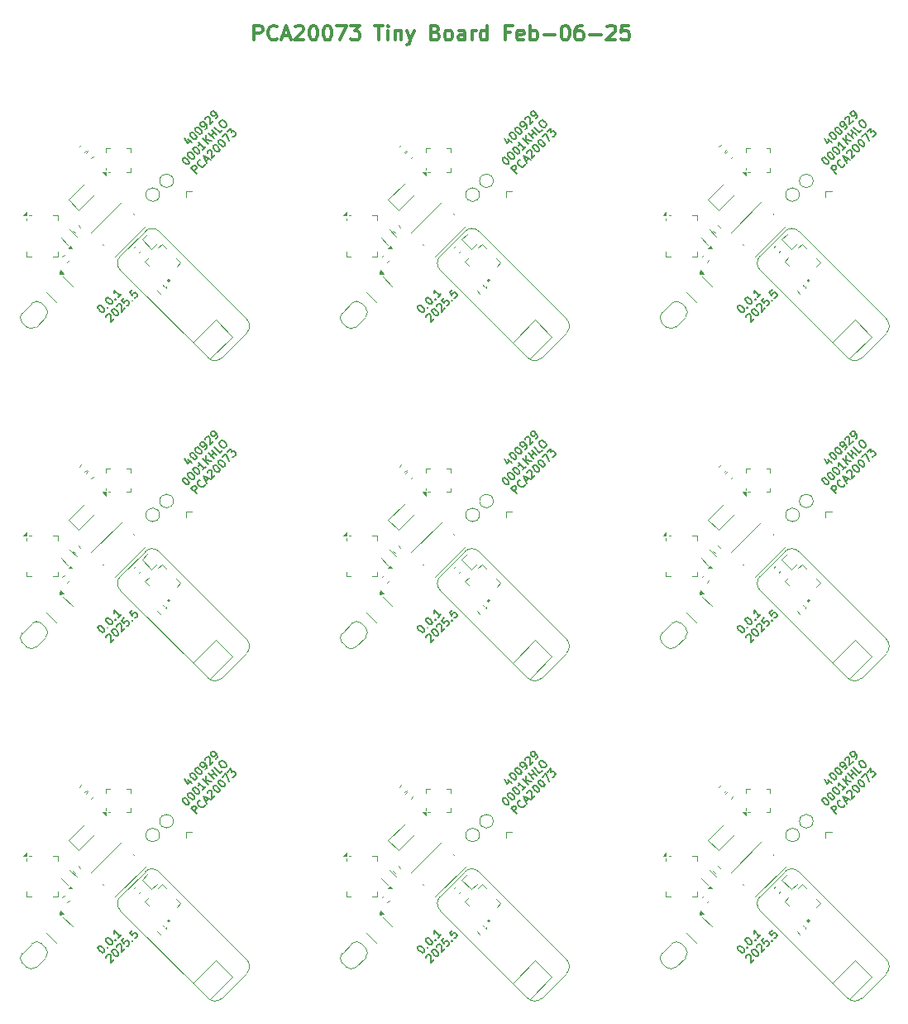
<source format=gbr>
G04 #@! TF.GenerationSoftware,KiCad,Pcbnew,9.0.0-rc2-3baa6cd791~182~ubuntu24.04.1*
G04 #@! TF.CreationDate,2025-02-06T23:06:30-05:00*
G04 #@! TF.ProjectId,PCA20073_Tiny_Board_Panel,50434132-3030-4373-935f-54696e795f42,rev?*
G04 #@! TF.SameCoordinates,PX5630ad8PY1312d00*
G04 #@! TF.FileFunction,Legend,Top*
G04 #@! TF.FilePolarity,Positive*
%FSLAX46Y46*%
G04 Gerber Fmt 4.6, Leading zero omitted, Abs format (unit mm)*
G04 Created by KiCad (PCBNEW 9.0.0-rc2-3baa6cd791~182~ubuntu24.04.1) date 2025-02-06 23:06:30*
%MOMM*%
%LPD*%
G01*
G04 APERTURE LIST*
%ADD10C,0.100000*%
%ADD11C,0.200000*%
%ADD12C,0.300000*%
%ADD13C,0.120000*%
G04 APERTURE END LIST*
D10*
X93275959Y-57981684D02*
G75*
G02*
X94690173Y-57981684I707107J-707108D01*
G01*
X70921708Y-99710677D02*
X61941452Y-90730421D01*
X103670429Y-101124891D02*
X101124845Y-103670475D01*
X38172987Y-66961940D02*
G75*
G02*
X38172940Y-68376107I-707107J-707060D01*
G01*
X38172987Y-99710677D02*
X29192731Y-90730421D01*
X103670429Y-99710677D02*
G75*
G02*
X103670445Y-101124907I-707149J-707123D01*
G01*
X70921708Y-66961940D02*
X61941452Y-57981684D01*
X57981654Y-29192745D02*
X66961910Y-38173001D01*
X25232933Y-61941482D02*
G75*
G02*
X25232958Y-60527293I707147J707082D01*
G01*
X68376124Y-103670475D02*
G75*
G02*
X66961910Y-103670475I-707107J707108D01*
G01*
X70921708Y-34213203D02*
X61941452Y-25232947D01*
X57981654Y-61941482D02*
X66961910Y-70921738D01*
X57981654Y-60527268D02*
X60527238Y-57981684D01*
X57981654Y-61941482D02*
G75*
G02*
X57981679Y-60527293I707126J707082D01*
G01*
X25232933Y-60527268D02*
X27778517Y-57981684D01*
X38172987Y-34213203D02*
G75*
G02*
X38172977Y-35627407I-707107J-707097D01*
G01*
X70921708Y-99710677D02*
G75*
G02*
X70921724Y-101124907I-707128J-707123D01*
G01*
X27778517Y-57981684D02*
G75*
G02*
X29192731Y-57981684I707107J-707108D01*
G01*
X90730375Y-29192745D02*
X99710631Y-38173001D01*
X103670429Y-34213203D02*
X94690173Y-25232947D01*
X38172987Y-68376154D02*
X35627403Y-70921738D01*
X90730375Y-61941482D02*
X99710631Y-70921738D01*
X35627403Y-70921738D02*
G75*
G02*
X34213189Y-70921738I-707107J707108D01*
G01*
X101124845Y-38173001D02*
G75*
G02*
X99710631Y-38173001I-707107J707108D01*
G01*
X93275959Y-90730421D02*
G75*
G02*
X94690173Y-90730421I707107J-707108D01*
G01*
X25232933Y-27778531D02*
X27778517Y-25232947D01*
X103670429Y-66961940D02*
X94690173Y-57981684D01*
X57981654Y-27778531D02*
X60527238Y-25232947D01*
X25232933Y-61941482D02*
X34213189Y-70921738D01*
X57981654Y-94690219D02*
G75*
G02*
X57981642Y-93275993I707126J707119D01*
G01*
X90730375Y-93276005D02*
X93275959Y-90730421D01*
X25232933Y-29192745D02*
X34213189Y-38173001D01*
X27778517Y-25232947D02*
G75*
G02*
X29192731Y-25232947I707107J-707108D01*
G01*
X70921708Y-35627417D02*
X68376124Y-38173001D01*
X68376124Y-38173001D02*
G75*
G02*
X66961910Y-38173001I-707107J707108D01*
G01*
X25232933Y-94690219D02*
G75*
G02*
X25232921Y-93275993I707147J707119D01*
G01*
X70921708Y-66961940D02*
G75*
G02*
X70921661Y-68376107I-707128J-707060D01*
G01*
X90730375Y-94690219D02*
X99710631Y-103670475D01*
X70921708Y-34213203D02*
G75*
G02*
X70921698Y-35627407I-707128J-707097D01*
G01*
X38172987Y-34213203D02*
X29192731Y-25232947D01*
X38172987Y-66961940D02*
X29192731Y-57981684D01*
X35627403Y-103670475D02*
G75*
G02*
X34213189Y-103670475I-707107J707108D01*
G01*
X27778517Y-90730421D02*
G75*
G02*
X29192731Y-90730421I707107J-707108D01*
G01*
X70921708Y-68376154D02*
X68376124Y-70921738D01*
X35627403Y-38173001D02*
G75*
G02*
X34213189Y-38173001I-707107J707108D01*
G01*
X70921708Y-101124891D02*
X68376124Y-103670475D01*
X101124845Y-103670475D02*
G75*
G02*
X99710631Y-103670475I-707107J707108D01*
G01*
X38172987Y-99710677D02*
G75*
G02*
X38173003Y-101124907I-707107J-707123D01*
G01*
X57981654Y-93276005D02*
X60527238Y-90730421D01*
X103670429Y-34213203D02*
G75*
G02*
X103670419Y-35627407I-707149J-707097D01*
G01*
X103670429Y-35627417D02*
X101124845Y-38173001D01*
X103670429Y-66961940D02*
G75*
G02*
X103670382Y-68376107I-707149J-707060D01*
G01*
X57981654Y-29192745D02*
G75*
G02*
X57981616Y-27778493I707126J707145D01*
G01*
X25232933Y-94690219D02*
X34213189Y-103670475D01*
X68376124Y-70921738D02*
G75*
G02*
X66961910Y-70921738I-707107J707108D01*
G01*
X60527238Y-25232947D02*
G75*
G02*
X61941452Y-25232947I707107J-707108D01*
G01*
X90730375Y-94690219D02*
G75*
G02*
X90730363Y-93275993I707105J707119D01*
G01*
X101124845Y-70921738D02*
G75*
G02*
X99710631Y-70921738I-707107J707108D01*
G01*
X25232933Y-29192745D02*
G75*
G02*
X25232895Y-27778493I707147J707145D01*
G01*
X60527238Y-90730421D02*
G75*
G02*
X61941452Y-90730421I707107J-707108D01*
G01*
X90730375Y-60527268D02*
X93275959Y-57981684D01*
X90730375Y-27778531D02*
X93275959Y-25232947D01*
X38172987Y-101124891D02*
X35627403Y-103670475D01*
X90730375Y-61941482D02*
G75*
G02*
X90730400Y-60527293I707105J707082D01*
G01*
X57981654Y-94690219D02*
X66961910Y-103670475D01*
X38172987Y-35627417D02*
X35627403Y-38173001D01*
X103670429Y-99710677D02*
X94690173Y-90730421D01*
X103670429Y-68376154D02*
X101124845Y-70921738D01*
X90730375Y-29192745D02*
G75*
G02*
X90730337Y-27778493I707105J707145D01*
G01*
X25232933Y-93276005D02*
X27778517Y-90730421D01*
X93275959Y-25232947D02*
G75*
G02*
X94690173Y-25232947I707107J-707108D01*
G01*
X60527238Y-57981684D02*
G75*
G02*
X61941452Y-57981684I707107J-707108D01*
G01*
D11*
X32175825Y-48547522D02*
X32552948Y-48924646D01*
X31825638Y-48466710D02*
X32095012Y-49005458D01*
X32095012Y-49005458D02*
X32445199Y-48655272D01*
X32391324Y-47954899D02*
X32445199Y-47901024D01*
X32445199Y-47901024D02*
X32526011Y-47874087D01*
X32526011Y-47874087D02*
X32579886Y-47874087D01*
X32579886Y-47874087D02*
X32660698Y-47901024D01*
X32660698Y-47901024D02*
X32795385Y-47981836D01*
X32795385Y-47981836D02*
X32930072Y-48116523D01*
X32930072Y-48116523D02*
X33010884Y-48251210D01*
X33010884Y-48251210D02*
X33037822Y-48332023D01*
X33037822Y-48332023D02*
X33037822Y-48385897D01*
X33037822Y-48385897D02*
X33010884Y-48466710D01*
X33010884Y-48466710D02*
X32957009Y-48520584D01*
X32957009Y-48520584D02*
X32876197Y-48547522D01*
X32876197Y-48547522D02*
X32822322Y-48547522D01*
X32822322Y-48547522D02*
X32741510Y-48520584D01*
X32741510Y-48520584D02*
X32606823Y-48439772D01*
X32606823Y-48439772D02*
X32472136Y-48305085D01*
X32472136Y-48305085D02*
X32391324Y-48170398D01*
X32391324Y-48170398D02*
X32364387Y-48089586D01*
X32364387Y-48089586D02*
X32364387Y-48035711D01*
X32364387Y-48035711D02*
X32391324Y-47954899D01*
X32930072Y-47416151D02*
X32983947Y-47362276D01*
X32983947Y-47362276D02*
X33064759Y-47335339D01*
X33064759Y-47335339D02*
X33118634Y-47335339D01*
X33118634Y-47335339D02*
X33199446Y-47362276D01*
X33199446Y-47362276D02*
X33334133Y-47443088D01*
X33334133Y-47443088D02*
X33468820Y-47577775D01*
X33468820Y-47577775D02*
X33549632Y-47712462D01*
X33549632Y-47712462D02*
X33576570Y-47793274D01*
X33576570Y-47793274D02*
X33576570Y-47847149D01*
X33576570Y-47847149D02*
X33549632Y-47927961D01*
X33549632Y-47927961D02*
X33495758Y-47981836D01*
X33495758Y-47981836D02*
X33414945Y-48008774D01*
X33414945Y-48008774D02*
X33361071Y-48008774D01*
X33361071Y-48008774D02*
X33280258Y-47981836D01*
X33280258Y-47981836D02*
X33145571Y-47901024D01*
X33145571Y-47901024D02*
X33010884Y-47766337D01*
X33010884Y-47766337D02*
X32930072Y-47631650D01*
X32930072Y-47631650D02*
X32903135Y-47550838D01*
X32903135Y-47550838D02*
X32903135Y-47496963D01*
X32903135Y-47496963D02*
X32930072Y-47416151D01*
X33953694Y-47523900D02*
X34061443Y-47416151D01*
X34061443Y-47416151D02*
X34088381Y-47335338D01*
X34088381Y-47335338D02*
X34088381Y-47281464D01*
X34088381Y-47281464D02*
X34061443Y-47146777D01*
X34061443Y-47146777D02*
X33980631Y-47012090D01*
X33980631Y-47012090D02*
X33765132Y-46796590D01*
X33765132Y-46796590D02*
X33684320Y-46769653D01*
X33684320Y-46769653D02*
X33630445Y-46769653D01*
X33630445Y-46769653D02*
X33549633Y-46796590D01*
X33549633Y-46796590D02*
X33441883Y-46904340D01*
X33441883Y-46904340D02*
X33414946Y-46985152D01*
X33414946Y-46985152D02*
X33414946Y-47039027D01*
X33414946Y-47039027D02*
X33441883Y-47119839D01*
X33441883Y-47119839D02*
X33576570Y-47254526D01*
X33576570Y-47254526D02*
X33657382Y-47281464D01*
X33657382Y-47281464D02*
X33711257Y-47281464D01*
X33711257Y-47281464D02*
X33792069Y-47254526D01*
X33792069Y-47254526D02*
X33899819Y-47146777D01*
X33899819Y-47146777D02*
X33926756Y-47065964D01*
X33926756Y-47065964D02*
X33926756Y-47012090D01*
X33926756Y-47012090D02*
X33899819Y-46931277D01*
X33926756Y-46527216D02*
X33926756Y-46473341D01*
X33926756Y-46473341D02*
X33953694Y-46392529D01*
X33953694Y-46392529D02*
X34088381Y-46257842D01*
X34088381Y-46257842D02*
X34169193Y-46230905D01*
X34169193Y-46230905D02*
X34223068Y-46230905D01*
X34223068Y-46230905D02*
X34303880Y-46257842D01*
X34303880Y-46257842D02*
X34357755Y-46311717D01*
X34357755Y-46311717D02*
X34411630Y-46419467D01*
X34411630Y-46419467D02*
X34411630Y-47065964D01*
X34411630Y-47065964D02*
X34761816Y-46715778D01*
X35031190Y-46446404D02*
X35138940Y-46338654D01*
X35138940Y-46338654D02*
X35165877Y-46257842D01*
X35165877Y-46257842D02*
X35165877Y-46203967D01*
X35165877Y-46203967D02*
X35138940Y-46069280D01*
X35138940Y-46069280D02*
X35058127Y-45934593D01*
X35058127Y-45934593D02*
X34842628Y-45719094D01*
X34842628Y-45719094D02*
X34761816Y-45692157D01*
X34761816Y-45692157D02*
X34707941Y-45692157D01*
X34707941Y-45692157D02*
X34627129Y-45719094D01*
X34627129Y-45719094D02*
X34519379Y-45826844D01*
X34519379Y-45826844D02*
X34492442Y-45907656D01*
X34492442Y-45907656D02*
X34492442Y-45961531D01*
X34492442Y-45961531D02*
X34519379Y-46042343D01*
X34519379Y-46042343D02*
X34654066Y-46177030D01*
X34654066Y-46177030D02*
X34734879Y-46203967D01*
X34734879Y-46203967D02*
X34788753Y-46203967D01*
X34788753Y-46203967D02*
X34869566Y-46177030D01*
X34869566Y-46177030D02*
X34977315Y-46069280D01*
X34977315Y-46069280D02*
X35004253Y-45988468D01*
X35004253Y-45988468D02*
X35004253Y-45934593D01*
X35004253Y-45934593D02*
X34977315Y-45853781D01*
X31631928Y-50535739D02*
X31685802Y-50481865D01*
X31685802Y-50481865D02*
X31766615Y-50454927D01*
X31766615Y-50454927D02*
X31820489Y-50454927D01*
X31820489Y-50454927D02*
X31901302Y-50481865D01*
X31901302Y-50481865D02*
X32035989Y-50562677D01*
X32035989Y-50562677D02*
X32170676Y-50697364D01*
X32170676Y-50697364D02*
X32251488Y-50832051D01*
X32251488Y-50832051D02*
X32278425Y-50912863D01*
X32278425Y-50912863D02*
X32278425Y-50966738D01*
X32278425Y-50966738D02*
X32251488Y-51047550D01*
X32251488Y-51047550D02*
X32197613Y-51101425D01*
X32197613Y-51101425D02*
X32116801Y-51128362D01*
X32116801Y-51128362D02*
X32062926Y-51128362D01*
X32062926Y-51128362D02*
X31982114Y-51101425D01*
X31982114Y-51101425D02*
X31847427Y-51020613D01*
X31847427Y-51020613D02*
X31712740Y-50885926D01*
X31712740Y-50885926D02*
X31631928Y-50751239D01*
X31631928Y-50751239D02*
X31604990Y-50670426D01*
X31604990Y-50670426D02*
X31604990Y-50616552D01*
X31604990Y-50616552D02*
X31631928Y-50535739D01*
X32170676Y-49996991D02*
X32224551Y-49943116D01*
X32224551Y-49943116D02*
X32305363Y-49916179D01*
X32305363Y-49916179D02*
X32359238Y-49916179D01*
X32359238Y-49916179D02*
X32440050Y-49943116D01*
X32440050Y-49943116D02*
X32574737Y-50023929D01*
X32574737Y-50023929D02*
X32709424Y-50158616D01*
X32709424Y-50158616D02*
X32790236Y-50293303D01*
X32790236Y-50293303D02*
X32817173Y-50374115D01*
X32817173Y-50374115D02*
X32817173Y-50427990D01*
X32817173Y-50427990D02*
X32790236Y-50508802D01*
X32790236Y-50508802D02*
X32736361Y-50562677D01*
X32736361Y-50562677D02*
X32655549Y-50589614D01*
X32655549Y-50589614D02*
X32601674Y-50589614D01*
X32601674Y-50589614D02*
X32520862Y-50562677D01*
X32520862Y-50562677D02*
X32386175Y-50481864D01*
X32386175Y-50481864D02*
X32251488Y-50347177D01*
X32251488Y-50347177D02*
X32170676Y-50212490D01*
X32170676Y-50212490D02*
X32143738Y-50131678D01*
X32143738Y-50131678D02*
X32143738Y-50077803D01*
X32143738Y-50077803D02*
X32170676Y-49996991D01*
X32709424Y-49458243D02*
X32763299Y-49404368D01*
X32763299Y-49404368D02*
X32844111Y-49377431D01*
X32844111Y-49377431D02*
X32897986Y-49377431D01*
X32897986Y-49377431D02*
X32978798Y-49404368D01*
X32978798Y-49404368D02*
X33113485Y-49485180D01*
X33113485Y-49485180D02*
X33248172Y-49619867D01*
X33248172Y-49619867D02*
X33328984Y-49754554D01*
X33328984Y-49754554D02*
X33355922Y-49835367D01*
X33355922Y-49835367D02*
X33355922Y-49889241D01*
X33355922Y-49889241D02*
X33328984Y-49970054D01*
X33328984Y-49970054D02*
X33275109Y-50023928D01*
X33275109Y-50023928D02*
X33194297Y-50050866D01*
X33194297Y-50050866D02*
X33140422Y-50050866D01*
X33140422Y-50050866D02*
X33059610Y-50023928D01*
X33059610Y-50023928D02*
X32924923Y-49943116D01*
X32924923Y-49943116D02*
X32790236Y-49808429D01*
X32790236Y-49808429D02*
X32709424Y-49673742D01*
X32709424Y-49673742D02*
X32682487Y-49592930D01*
X32682487Y-49592930D02*
X32682487Y-49539055D01*
X32682487Y-49539055D02*
X32709424Y-49458243D01*
X34002419Y-49296618D02*
X33679171Y-49619867D01*
X33840795Y-49458243D02*
X33275110Y-48892557D01*
X33275110Y-48892557D02*
X33302047Y-49027244D01*
X33302047Y-49027244D02*
X33302047Y-49134994D01*
X33302047Y-49134994D02*
X33275110Y-49215806D01*
X34244856Y-49054182D02*
X33679171Y-48488496D01*
X34568105Y-48730933D02*
X34002420Y-48650121D01*
X34002420Y-48165247D02*
X34002420Y-48811745D01*
X34810542Y-48488496D02*
X34244856Y-47922811D01*
X34514230Y-48192185D02*
X34837479Y-47868936D01*
X35133790Y-48165247D02*
X34568105Y-47599562D01*
X35672538Y-47626500D02*
X35403164Y-47895874D01*
X35403164Y-47895874D02*
X34837479Y-47330188D01*
X35403164Y-46764503D02*
X35510914Y-46656753D01*
X35510914Y-46656753D02*
X35591726Y-46629816D01*
X35591726Y-46629816D02*
X35699476Y-46629816D01*
X35699476Y-46629816D02*
X35834163Y-46710628D01*
X35834163Y-46710628D02*
X36022725Y-46899190D01*
X36022725Y-46899190D02*
X36103537Y-47033877D01*
X36103537Y-47033877D02*
X36103537Y-47141626D01*
X36103537Y-47141626D02*
X36076599Y-47222439D01*
X36076599Y-47222439D02*
X35968850Y-47330188D01*
X35968850Y-47330188D02*
X35888037Y-47357126D01*
X35888037Y-47357126D02*
X35780288Y-47357126D01*
X35780288Y-47357126D02*
X35645601Y-47276313D01*
X35645601Y-47276313D02*
X35457039Y-47087752D01*
X35457039Y-47087752D02*
X35376227Y-46953065D01*
X35376227Y-46953065D02*
X35376227Y-46845315D01*
X35376227Y-46845315D02*
X35403164Y-46764503D01*
X33054460Y-52066022D02*
X32488774Y-51500337D01*
X32488774Y-51500337D02*
X32704274Y-51284837D01*
X32704274Y-51284837D02*
X32785086Y-51257900D01*
X32785086Y-51257900D02*
X32838961Y-51257900D01*
X32838961Y-51257900D02*
X32919773Y-51284837D01*
X32919773Y-51284837D02*
X33000585Y-51365650D01*
X33000585Y-51365650D02*
X33027523Y-51446462D01*
X33027523Y-51446462D02*
X33027523Y-51500337D01*
X33027523Y-51500337D02*
X33000585Y-51581149D01*
X33000585Y-51581149D02*
X32785086Y-51796648D01*
X33889519Y-51123213D02*
X33889519Y-51177088D01*
X33889519Y-51177088D02*
X33835645Y-51284837D01*
X33835645Y-51284837D02*
X33781770Y-51338712D01*
X33781770Y-51338712D02*
X33674020Y-51392587D01*
X33674020Y-51392587D02*
X33566271Y-51392587D01*
X33566271Y-51392587D02*
X33485458Y-51365650D01*
X33485458Y-51365650D02*
X33350771Y-51284837D01*
X33350771Y-51284837D02*
X33269959Y-51204025D01*
X33269959Y-51204025D02*
X33189147Y-51069338D01*
X33189147Y-51069338D02*
X33162210Y-50988526D01*
X33162210Y-50988526D02*
X33162210Y-50880776D01*
X33162210Y-50880776D02*
X33216084Y-50773027D01*
X33216084Y-50773027D02*
X33269959Y-50719152D01*
X33269959Y-50719152D02*
X33377709Y-50665277D01*
X33377709Y-50665277D02*
X33431584Y-50665277D01*
X33997269Y-50799964D02*
X34266643Y-50530590D01*
X34105019Y-51015463D02*
X33727895Y-50261216D01*
X33727895Y-50261216D02*
X34482142Y-50638340D01*
X34131956Y-49964905D02*
X34131956Y-49911030D01*
X34131956Y-49911030D02*
X34158893Y-49830218D01*
X34158893Y-49830218D02*
X34293580Y-49695531D01*
X34293580Y-49695531D02*
X34374392Y-49668593D01*
X34374392Y-49668593D02*
X34428267Y-49668593D01*
X34428267Y-49668593D02*
X34509079Y-49695531D01*
X34509079Y-49695531D02*
X34562954Y-49749406D01*
X34562954Y-49749406D02*
X34616829Y-49857155D01*
X34616829Y-49857155D02*
X34616829Y-50503653D01*
X34616829Y-50503653D02*
X34967015Y-50153467D01*
X34751516Y-49237595D02*
X34805391Y-49183720D01*
X34805391Y-49183720D02*
X34886203Y-49156783D01*
X34886203Y-49156783D02*
X34940078Y-49156783D01*
X34940078Y-49156783D02*
X35020890Y-49183720D01*
X35020890Y-49183720D02*
X35155577Y-49264532D01*
X35155577Y-49264532D02*
X35290264Y-49399219D01*
X35290264Y-49399219D02*
X35371076Y-49533906D01*
X35371076Y-49533906D02*
X35398014Y-49614718D01*
X35398014Y-49614718D02*
X35398014Y-49668593D01*
X35398014Y-49668593D02*
X35371076Y-49749405D01*
X35371076Y-49749405D02*
X35317202Y-49803280D01*
X35317202Y-49803280D02*
X35236389Y-49830218D01*
X35236389Y-49830218D02*
X35182515Y-49830218D01*
X35182515Y-49830218D02*
X35101702Y-49803280D01*
X35101702Y-49803280D02*
X34967015Y-49722468D01*
X34967015Y-49722468D02*
X34832328Y-49587781D01*
X34832328Y-49587781D02*
X34751516Y-49453094D01*
X34751516Y-49453094D02*
X34724579Y-49372282D01*
X34724579Y-49372282D02*
X34724579Y-49318407D01*
X34724579Y-49318407D02*
X34751516Y-49237595D01*
X35290264Y-48698847D02*
X35344139Y-48644972D01*
X35344139Y-48644972D02*
X35424951Y-48618034D01*
X35424951Y-48618034D02*
X35478826Y-48618034D01*
X35478826Y-48618034D02*
X35559638Y-48644972D01*
X35559638Y-48644972D02*
X35694325Y-48725784D01*
X35694325Y-48725784D02*
X35829012Y-48860471D01*
X35829012Y-48860471D02*
X35909825Y-48995158D01*
X35909825Y-48995158D02*
X35936762Y-49075970D01*
X35936762Y-49075970D02*
X35936762Y-49129845D01*
X35936762Y-49129845D02*
X35909825Y-49210657D01*
X35909825Y-49210657D02*
X35855950Y-49264532D01*
X35855950Y-49264532D02*
X35775138Y-49291470D01*
X35775138Y-49291470D02*
X35721263Y-49291470D01*
X35721263Y-49291470D02*
X35640451Y-49264532D01*
X35640451Y-49264532D02*
X35505764Y-49183720D01*
X35505764Y-49183720D02*
X35371077Y-49049033D01*
X35371077Y-49049033D02*
X35290264Y-48914346D01*
X35290264Y-48914346D02*
X35263327Y-48833534D01*
X35263327Y-48833534D02*
X35263327Y-48779659D01*
X35263327Y-48779659D02*
X35290264Y-48698847D01*
X35667388Y-48321723D02*
X36044512Y-47944599D01*
X36044512Y-47944599D02*
X36367761Y-48752721D01*
X36206136Y-47782975D02*
X36556323Y-47432788D01*
X36556323Y-47432788D02*
X36583260Y-47836850D01*
X36583260Y-47836850D02*
X36664072Y-47756037D01*
X36664072Y-47756037D02*
X36744884Y-47729100D01*
X36744884Y-47729100D02*
X36798759Y-47729100D01*
X36798759Y-47729100D02*
X36879571Y-47756037D01*
X36879571Y-47756037D02*
X37014258Y-47890724D01*
X37014258Y-47890724D02*
X37041196Y-47971537D01*
X37041196Y-47971537D02*
X37041196Y-48025411D01*
X37041196Y-48025411D02*
X37014258Y-48106224D01*
X37014258Y-48106224D02*
X36852634Y-48267848D01*
X36852634Y-48267848D02*
X36771822Y-48294785D01*
X36771822Y-48294785D02*
X36717947Y-48294785D01*
X88460669Y-32898891D02*
X88514544Y-32845016D01*
X88514544Y-32845016D02*
X88595356Y-32818079D01*
X88595356Y-32818079D02*
X88649231Y-32818079D01*
X88649231Y-32818079D02*
X88730043Y-32845016D01*
X88730043Y-32845016D02*
X88864730Y-32925828D01*
X88864730Y-32925828D02*
X88999417Y-33060515D01*
X88999417Y-33060515D02*
X89080230Y-33195202D01*
X89080230Y-33195202D02*
X89107167Y-33276014D01*
X89107167Y-33276014D02*
X89107167Y-33329889D01*
X89107167Y-33329889D02*
X89080230Y-33410701D01*
X89080230Y-33410701D02*
X89026355Y-33464576D01*
X89026355Y-33464576D02*
X88945543Y-33491514D01*
X88945543Y-33491514D02*
X88891668Y-33491514D01*
X88891668Y-33491514D02*
X88810856Y-33464576D01*
X88810856Y-33464576D02*
X88676169Y-33383764D01*
X88676169Y-33383764D02*
X88541482Y-33249077D01*
X88541482Y-33249077D02*
X88460669Y-33114390D01*
X88460669Y-33114390D02*
X88433732Y-33033578D01*
X88433732Y-33033578D02*
X88433732Y-32979703D01*
X88433732Y-32979703D02*
X88460669Y-32898891D01*
X89403479Y-32979703D02*
X89457353Y-32979703D01*
X89457353Y-32979703D02*
X89457353Y-33033578D01*
X89457353Y-33033578D02*
X89403479Y-33033578D01*
X89403479Y-33033578D02*
X89403479Y-32979703D01*
X89403479Y-32979703D02*
X89457353Y-33033578D01*
X89268791Y-32090769D02*
X89322666Y-32036894D01*
X89322666Y-32036894D02*
X89403478Y-32009957D01*
X89403478Y-32009957D02*
X89457353Y-32009957D01*
X89457353Y-32009957D02*
X89538165Y-32036894D01*
X89538165Y-32036894D02*
X89672852Y-32117706D01*
X89672852Y-32117706D02*
X89807539Y-32252393D01*
X89807539Y-32252393D02*
X89888351Y-32387080D01*
X89888351Y-32387080D02*
X89915289Y-32467892D01*
X89915289Y-32467892D02*
X89915289Y-32521767D01*
X89915289Y-32521767D02*
X89888351Y-32602579D01*
X89888351Y-32602579D02*
X89834477Y-32656454D01*
X89834477Y-32656454D02*
X89753664Y-32683392D01*
X89753664Y-32683392D02*
X89699790Y-32683392D01*
X89699790Y-32683392D02*
X89618977Y-32656454D01*
X89618977Y-32656454D02*
X89484290Y-32575642D01*
X89484290Y-32575642D02*
X89349603Y-32440955D01*
X89349603Y-32440955D02*
X89268791Y-32306268D01*
X89268791Y-32306268D02*
X89241854Y-32225456D01*
X89241854Y-32225456D02*
X89241854Y-32171581D01*
X89241854Y-32171581D02*
X89268791Y-32090769D01*
X90211600Y-32171581D02*
X90265475Y-32171581D01*
X90265475Y-32171581D02*
X90265475Y-32225456D01*
X90265475Y-32225456D02*
X90211600Y-32225456D01*
X90211600Y-32225456D02*
X90211600Y-32171581D01*
X90211600Y-32171581D02*
X90265475Y-32225456D01*
X90831160Y-31659770D02*
X90507912Y-31983019D01*
X90669536Y-31821395D02*
X90103851Y-31255709D01*
X90103851Y-31255709D02*
X90130788Y-31390396D01*
X90130788Y-31390396D02*
X90130788Y-31498146D01*
X90130788Y-31498146D02*
X90103851Y-31578958D01*
X89290579Y-33998175D02*
X89290579Y-33944300D01*
X89290579Y-33944300D02*
X89317517Y-33863488D01*
X89317517Y-33863488D02*
X89452204Y-33728801D01*
X89452204Y-33728801D02*
X89533016Y-33701863D01*
X89533016Y-33701863D02*
X89586891Y-33701863D01*
X89586891Y-33701863D02*
X89667703Y-33728801D01*
X89667703Y-33728801D02*
X89721578Y-33782675D01*
X89721578Y-33782675D02*
X89775452Y-33890425D01*
X89775452Y-33890425D02*
X89775452Y-34536923D01*
X89775452Y-34536923D02*
X90125639Y-34186736D01*
X89910140Y-33270865D02*
X89964014Y-33216990D01*
X89964014Y-33216990D02*
X90044827Y-33190052D01*
X90044827Y-33190052D02*
X90098701Y-33190052D01*
X90098701Y-33190052D02*
X90179514Y-33216990D01*
X90179514Y-33216990D02*
X90314201Y-33297802D01*
X90314201Y-33297802D02*
X90448888Y-33432489D01*
X90448888Y-33432489D02*
X90529700Y-33567176D01*
X90529700Y-33567176D02*
X90556637Y-33647988D01*
X90556637Y-33647988D02*
X90556637Y-33701863D01*
X90556637Y-33701863D02*
X90529700Y-33782675D01*
X90529700Y-33782675D02*
X90475825Y-33836550D01*
X90475825Y-33836550D02*
X90395013Y-33863487D01*
X90395013Y-33863487D02*
X90341138Y-33863487D01*
X90341138Y-33863487D02*
X90260326Y-33836550D01*
X90260326Y-33836550D02*
X90125639Y-33755738D01*
X90125639Y-33755738D02*
X89990952Y-33621051D01*
X89990952Y-33621051D02*
X89910140Y-33486364D01*
X89910140Y-33486364D02*
X89883202Y-33405552D01*
X89883202Y-33405552D02*
X89883202Y-33351677D01*
X89883202Y-33351677D02*
X89910140Y-33270865D01*
X90368076Y-32920678D02*
X90368076Y-32866803D01*
X90368076Y-32866803D02*
X90395013Y-32785991D01*
X90395013Y-32785991D02*
X90529700Y-32651304D01*
X90529700Y-32651304D02*
X90610512Y-32624367D01*
X90610512Y-32624367D02*
X90664387Y-32624367D01*
X90664387Y-32624367D02*
X90745199Y-32651304D01*
X90745199Y-32651304D02*
X90799074Y-32705179D01*
X90799074Y-32705179D02*
X90852949Y-32812929D01*
X90852949Y-32812929D02*
X90852949Y-33459426D01*
X90852949Y-33459426D02*
X91203135Y-33109240D01*
X91149260Y-32031744D02*
X90879886Y-32301118D01*
X90879886Y-32301118D02*
X91122323Y-32597429D01*
X91122323Y-32597429D02*
X91122323Y-32543554D01*
X91122323Y-32543554D02*
X91149260Y-32462742D01*
X91149260Y-32462742D02*
X91283947Y-32328055D01*
X91283947Y-32328055D02*
X91364760Y-32301118D01*
X91364760Y-32301118D02*
X91418634Y-32301118D01*
X91418634Y-32301118D02*
X91499447Y-32328055D01*
X91499447Y-32328055D02*
X91634134Y-32462742D01*
X91634134Y-32462742D02*
X91661071Y-32543554D01*
X91661071Y-32543554D02*
X91661071Y-32597429D01*
X91661071Y-32597429D02*
X91634134Y-32678241D01*
X91634134Y-32678241D02*
X91499447Y-32812928D01*
X91499447Y-32812928D02*
X91418634Y-32839866D01*
X91418634Y-32839866D02*
X91364760Y-32839866D01*
X91930445Y-32274180D02*
X91984320Y-32274180D01*
X91984320Y-32274180D02*
X91984320Y-32328055D01*
X91984320Y-32328055D02*
X91930445Y-32328055D01*
X91930445Y-32328055D02*
X91930445Y-32274180D01*
X91930445Y-32274180D02*
X91984320Y-32328055D01*
X91957382Y-31223622D02*
X91688008Y-31492996D01*
X91688008Y-31492996D02*
X91930445Y-31789307D01*
X91930445Y-31789307D02*
X91930445Y-31735432D01*
X91930445Y-31735432D02*
X91957382Y-31654620D01*
X91957382Y-31654620D02*
X92092069Y-31519933D01*
X92092069Y-31519933D02*
X92172881Y-31492996D01*
X92172881Y-31492996D02*
X92226756Y-31492996D01*
X92226756Y-31492996D02*
X92307568Y-31519933D01*
X92307568Y-31519933D02*
X92442255Y-31654620D01*
X92442255Y-31654620D02*
X92469193Y-31735432D01*
X92469193Y-31735432D02*
X92469193Y-31789307D01*
X92469193Y-31789307D02*
X92442255Y-31870119D01*
X92442255Y-31870119D02*
X92307568Y-32004806D01*
X92307568Y-32004806D02*
X92226756Y-32031744D01*
X92226756Y-32031744D02*
X92172881Y-32031744D01*
X97673267Y-81296259D02*
X98050390Y-81673383D01*
X97323080Y-81215447D02*
X97592454Y-81754195D01*
X97592454Y-81754195D02*
X97942641Y-81404009D01*
X97888766Y-80703636D02*
X97942641Y-80649761D01*
X97942641Y-80649761D02*
X98023453Y-80622824D01*
X98023453Y-80622824D02*
X98077328Y-80622824D01*
X98077328Y-80622824D02*
X98158140Y-80649761D01*
X98158140Y-80649761D02*
X98292827Y-80730573D01*
X98292827Y-80730573D02*
X98427514Y-80865260D01*
X98427514Y-80865260D02*
X98508326Y-80999947D01*
X98508326Y-80999947D02*
X98535264Y-81080760D01*
X98535264Y-81080760D02*
X98535264Y-81134634D01*
X98535264Y-81134634D02*
X98508326Y-81215447D01*
X98508326Y-81215447D02*
X98454451Y-81269321D01*
X98454451Y-81269321D02*
X98373639Y-81296259D01*
X98373639Y-81296259D02*
X98319764Y-81296259D01*
X98319764Y-81296259D02*
X98238952Y-81269321D01*
X98238952Y-81269321D02*
X98104265Y-81188509D01*
X98104265Y-81188509D02*
X97969578Y-81053822D01*
X97969578Y-81053822D02*
X97888766Y-80919135D01*
X97888766Y-80919135D02*
X97861829Y-80838323D01*
X97861829Y-80838323D02*
X97861829Y-80784448D01*
X97861829Y-80784448D02*
X97888766Y-80703636D01*
X98427514Y-80164888D02*
X98481389Y-80111013D01*
X98481389Y-80111013D02*
X98562201Y-80084076D01*
X98562201Y-80084076D02*
X98616076Y-80084076D01*
X98616076Y-80084076D02*
X98696888Y-80111013D01*
X98696888Y-80111013D02*
X98831575Y-80191825D01*
X98831575Y-80191825D02*
X98966262Y-80326512D01*
X98966262Y-80326512D02*
X99047074Y-80461199D01*
X99047074Y-80461199D02*
X99074012Y-80542011D01*
X99074012Y-80542011D02*
X99074012Y-80595886D01*
X99074012Y-80595886D02*
X99047074Y-80676698D01*
X99047074Y-80676698D02*
X98993200Y-80730573D01*
X98993200Y-80730573D02*
X98912387Y-80757511D01*
X98912387Y-80757511D02*
X98858513Y-80757511D01*
X98858513Y-80757511D02*
X98777700Y-80730573D01*
X98777700Y-80730573D02*
X98643013Y-80649761D01*
X98643013Y-80649761D02*
X98508326Y-80515074D01*
X98508326Y-80515074D02*
X98427514Y-80380387D01*
X98427514Y-80380387D02*
X98400577Y-80299575D01*
X98400577Y-80299575D02*
X98400577Y-80245700D01*
X98400577Y-80245700D02*
X98427514Y-80164888D01*
X99451136Y-80272637D02*
X99558885Y-80164888D01*
X99558885Y-80164888D02*
X99585823Y-80084075D01*
X99585823Y-80084075D02*
X99585823Y-80030201D01*
X99585823Y-80030201D02*
X99558885Y-79895514D01*
X99558885Y-79895514D02*
X99478073Y-79760827D01*
X99478073Y-79760827D02*
X99262574Y-79545327D01*
X99262574Y-79545327D02*
X99181762Y-79518390D01*
X99181762Y-79518390D02*
X99127887Y-79518390D01*
X99127887Y-79518390D02*
X99047075Y-79545327D01*
X99047075Y-79545327D02*
X98939325Y-79653077D01*
X98939325Y-79653077D02*
X98912388Y-79733889D01*
X98912388Y-79733889D02*
X98912388Y-79787764D01*
X98912388Y-79787764D02*
X98939325Y-79868576D01*
X98939325Y-79868576D02*
X99074012Y-80003263D01*
X99074012Y-80003263D02*
X99154824Y-80030201D01*
X99154824Y-80030201D02*
X99208699Y-80030201D01*
X99208699Y-80030201D02*
X99289511Y-80003263D01*
X99289511Y-80003263D02*
X99397261Y-79895514D01*
X99397261Y-79895514D02*
X99424198Y-79814701D01*
X99424198Y-79814701D02*
X99424198Y-79760827D01*
X99424198Y-79760827D02*
X99397261Y-79680014D01*
X99424198Y-79275953D02*
X99424198Y-79222078D01*
X99424198Y-79222078D02*
X99451136Y-79141266D01*
X99451136Y-79141266D02*
X99585823Y-79006579D01*
X99585823Y-79006579D02*
X99666635Y-78979642D01*
X99666635Y-78979642D02*
X99720510Y-78979642D01*
X99720510Y-78979642D02*
X99801322Y-79006579D01*
X99801322Y-79006579D02*
X99855197Y-79060454D01*
X99855197Y-79060454D02*
X99909072Y-79168204D01*
X99909072Y-79168204D02*
X99909072Y-79814701D01*
X99909072Y-79814701D02*
X100259258Y-79464515D01*
X100528632Y-79195141D02*
X100636382Y-79087391D01*
X100636382Y-79087391D02*
X100663319Y-79006579D01*
X100663319Y-79006579D02*
X100663319Y-78952704D01*
X100663319Y-78952704D02*
X100636382Y-78818017D01*
X100636382Y-78818017D02*
X100555569Y-78683330D01*
X100555569Y-78683330D02*
X100340070Y-78467831D01*
X100340070Y-78467831D02*
X100259258Y-78440894D01*
X100259258Y-78440894D02*
X100205383Y-78440894D01*
X100205383Y-78440894D02*
X100124571Y-78467831D01*
X100124571Y-78467831D02*
X100016821Y-78575581D01*
X100016821Y-78575581D02*
X99989884Y-78656393D01*
X99989884Y-78656393D02*
X99989884Y-78710268D01*
X99989884Y-78710268D02*
X100016821Y-78791080D01*
X100016821Y-78791080D02*
X100151508Y-78925767D01*
X100151508Y-78925767D02*
X100232321Y-78952704D01*
X100232321Y-78952704D02*
X100286195Y-78952704D01*
X100286195Y-78952704D02*
X100367008Y-78925767D01*
X100367008Y-78925767D02*
X100474757Y-78818017D01*
X100474757Y-78818017D02*
X100501695Y-78737205D01*
X100501695Y-78737205D02*
X100501695Y-78683330D01*
X100501695Y-78683330D02*
X100474757Y-78602518D01*
X97129370Y-83284476D02*
X97183244Y-83230602D01*
X97183244Y-83230602D02*
X97264057Y-83203664D01*
X97264057Y-83203664D02*
X97317931Y-83203664D01*
X97317931Y-83203664D02*
X97398744Y-83230602D01*
X97398744Y-83230602D02*
X97533431Y-83311414D01*
X97533431Y-83311414D02*
X97668118Y-83446101D01*
X97668118Y-83446101D02*
X97748930Y-83580788D01*
X97748930Y-83580788D02*
X97775867Y-83661600D01*
X97775867Y-83661600D02*
X97775867Y-83715475D01*
X97775867Y-83715475D02*
X97748930Y-83796287D01*
X97748930Y-83796287D02*
X97695055Y-83850162D01*
X97695055Y-83850162D02*
X97614243Y-83877099D01*
X97614243Y-83877099D02*
X97560368Y-83877099D01*
X97560368Y-83877099D02*
X97479556Y-83850162D01*
X97479556Y-83850162D02*
X97344869Y-83769350D01*
X97344869Y-83769350D02*
X97210182Y-83634663D01*
X97210182Y-83634663D02*
X97129370Y-83499976D01*
X97129370Y-83499976D02*
X97102432Y-83419163D01*
X97102432Y-83419163D02*
X97102432Y-83365289D01*
X97102432Y-83365289D02*
X97129370Y-83284476D01*
X97668118Y-82745728D02*
X97721993Y-82691853D01*
X97721993Y-82691853D02*
X97802805Y-82664916D01*
X97802805Y-82664916D02*
X97856680Y-82664916D01*
X97856680Y-82664916D02*
X97937492Y-82691853D01*
X97937492Y-82691853D02*
X98072179Y-82772666D01*
X98072179Y-82772666D02*
X98206866Y-82907353D01*
X98206866Y-82907353D02*
X98287678Y-83042040D01*
X98287678Y-83042040D02*
X98314615Y-83122852D01*
X98314615Y-83122852D02*
X98314615Y-83176727D01*
X98314615Y-83176727D02*
X98287678Y-83257539D01*
X98287678Y-83257539D02*
X98233803Y-83311414D01*
X98233803Y-83311414D02*
X98152991Y-83338351D01*
X98152991Y-83338351D02*
X98099116Y-83338351D01*
X98099116Y-83338351D02*
X98018304Y-83311414D01*
X98018304Y-83311414D02*
X97883617Y-83230601D01*
X97883617Y-83230601D02*
X97748930Y-83095914D01*
X97748930Y-83095914D02*
X97668118Y-82961227D01*
X97668118Y-82961227D02*
X97641180Y-82880415D01*
X97641180Y-82880415D02*
X97641180Y-82826540D01*
X97641180Y-82826540D02*
X97668118Y-82745728D01*
X98206866Y-82206980D02*
X98260741Y-82153105D01*
X98260741Y-82153105D02*
X98341553Y-82126168D01*
X98341553Y-82126168D02*
X98395428Y-82126168D01*
X98395428Y-82126168D02*
X98476240Y-82153105D01*
X98476240Y-82153105D02*
X98610927Y-82233917D01*
X98610927Y-82233917D02*
X98745614Y-82368604D01*
X98745614Y-82368604D02*
X98826426Y-82503291D01*
X98826426Y-82503291D02*
X98853364Y-82584104D01*
X98853364Y-82584104D02*
X98853364Y-82637978D01*
X98853364Y-82637978D02*
X98826426Y-82718791D01*
X98826426Y-82718791D02*
X98772551Y-82772665D01*
X98772551Y-82772665D02*
X98691739Y-82799603D01*
X98691739Y-82799603D02*
X98637864Y-82799603D01*
X98637864Y-82799603D02*
X98557052Y-82772665D01*
X98557052Y-82772665D02*
X98422365Y-82691853D01*
X98422365Y-82691853D02*
X98287678Y-82557166D01*
X98287678Y-82557166D02*
X98206866Y-82422479D01*
X98206866Y-82422479D02*
X98179929Y-82341667D01*
X98179929Y-82341667D02*
X98179929Y-82287792D01*
X98179929Y-82287792D02*
X98206866Y-82206980D01*
X99499861Y-82045355D02*
X99176613Y-82368604D01*
X99338237Y-82206980D02*
X98772552Y-81641294D01*
X98772552Y-81641294D02*
X98799489Y-81775981D01*
X98799489Y-81775981D02*
X98799489Y-81883731D01*
X98799489Y-81883731D02*
X98772552Y-81964543D01*
X99742298Y-81802919D02*
X99176613Y-81237233D01*
X100065547Y-81479670D02*
X99499862Y-81398858D01*
X99499862Y-80913984D02*
X99499862Y-81560482D01*
X100307984Y-81237233D02*
X99742298Y-80671548D01*
X100011672Y-80940922D02*
X100334921Y-80617673D01*
X100631232Y-80913984D02*
X100065547Y-80348299D01*
X101169980Y-80375237D02*
X100900606Y-80644611D01*
X100900606Y-80644611D02*
X100334921Y-80078925D01*
X100900606Y-79513240D02*
X101008356Y-79405490D01*
X101008356Y-79405490D02*
X101089168Y-79378553D01*
X101089168Y-79378553D02*
X101196918Y-79378553D01*
X101196918Y-79378553D02*
X101331605Y-79459365D01*
X101331605Y-79459365D02*
X101520167Y-79647927D01*
X101520167Y-79647927D02*
X101600979Y-79782614D01*
X101600979Y-79782614D02*
X101600979Y-79890363D01*
X101600979Y-79890363D02*
X101574041Y-79971176D01*
X101574041Y-79971176D02*
X101466292Y-80078925D01*
X101466292Y-80078925D02*
X101385479Y-80105863D01*
X101385479Y-80105863D02*
X101277730Y-80105863D01*
X101277730Y-80105863D02*
X101143043Y-80025050D01*
X101143043Y-80025050D02*
X100954481Y-79836489D01*
X100954481Y-79836489D02*
X100873669Y-79701802D01*
X100873669Y-79701802D02*
X100873669Y-79594052D01*
X100873669Y-79594052D02*
X100900606Y-79513240D01*
X98551902Y-84814759D02*
X97986216Y-84249074D01*
X97986216Y-84249074D02*
X98201716Y-84033574D01*
X98201716Y-84033574D02*
X98282528Y-84006637D01*
X98282528Y-84006637D02*
X98336403Y-84006637D01*
X98336403Y-84006637D02*
X98417215Y-84033574D01*
X98417215Y-84033574D02*
X98498027Y-84114387D01*
X98498027Y-84114387D02*
X98524965Y-84195199D01*
X98524965Y-84195199D02*
X98524965Y-84249074D01*
X98524965Y-84249074D02*
X98498027Y-84329886D01*
X98498027Y-84329886D02*
X98282528Y-84545385D01*
X99386961Y-83871950D02*
X99386961Y-83925825D01*
X99386961Y-83925825D02*
X99333087Y-84033574D01*
X99333087Y-84033574D02*
X99279212Y-84087449D01*
X99279212Y-84087449D02*
X99171462Y-84141324D01*
X99171462Y-84141324D02*
X99063713Y-84141324D01*
X99063713Y-84141324D02*
X98982900Y-84114387D01*
X98982900Y-84114387D02*
X98848213Y-84033574D01*
X98848213Y-84033574D02*
X98767401Y-83952762D01*
X98767401Y-83952762D02*
X98686589Y-83818075D01*
X98686589Y-83818075D02*
X98659652Y-83737263D01*
X98659652Y-83737263D02*
X98659652Y-83629513D01*
X98659652Y-83629513D02*
X98713526Y-83521764D01*
X98713526Y-83521764D02*
X98767401Y-83467889D01*
X98767401Y-83467889D02*
X98875151Y-83414014D01*
X98875151Y-83414014D02*
X98929026Y-83414014D01*
X99494711Y-83548701D02*
X99764085Y-83279327D01*
X99602461Y-83764200D02*
X99225337Y-83009953D01*
X99225337Y-83009953D02*
X99979584Y-83387077D01*
X99629398Y-82713642D02*
X99629398Y-82659767D01*
X99629398Y-82659767D02*
X99656335Y-82578955D01*
X99656335Y-82578955D02*
X99791022Y-82444268D01*
X99791022Y-82444268D02*
X99871834Y-82417330D01*
X99871834Y-82417330D02*
X99925709Y-82417330D01*
X99925709Y-82417330D02*
X100006521Y-82444268D01*
X100006521Y-82444268D02*
X100060396Y-82498143D01*
X100060396Y-82498143D02*
X100114271Y-82605892D01*
X100114271Y-82605892D02*
X100114271Y-83252390D01*
X100114271Y-83252390D02*
X100464457Y-82902204D01*
X100248958Y-81986332D02*
X100302833Y-81932457D01*
X100302833Y-81932457D02*
X100383645Y-81905520D01*
X100383645Y-81905520D02*
X100437520Y-81905520D01*
X100437520Y-81905520D02*
X100518332Y-81932457D01*
X100518332Y-81932457D02*
X100653019Y-82013269D01*
X100653019Y-82013269D02*
X100787706Y-82147956D01*
X100787706Y-82147956D02*
X100868518Y-82282643D01*
X100868518Y-82282643D02*
X100895456Y-82363455D01*
X100895456Y-82363455D02*
X100895456Y-82417330D01*
X100895456Y-82417330D02*
X100868518Y-82498142D01*
X100868518Y-82498142D02*
X100814644Y-82552017D01*
X100814644Y-82552017D02*
X100733831Y-82578955D01*
X100733831Y-82578955D02*
X100679957Y-82578955D01*
X100679957Y-82578955D02*
X100599144Y-82552017D01*
X100599144Y-82552017D02*
X100464457Y-82471205D01*
X100464457Y-82471205D02*
X100329770Y-82336518D01*
X100329770Y-82336518D02*
X100248958Y-82201831D01*
X100248958Y-82201831D02*
X100222021Y-82121019D01*
X100222021Y-82121019D02*
X100222021Y-82067144D01*
X100222021Y-82067144D02*
X100248958Y-81986332D01*
X100787706Y-81447584D02*
X100841581Y-81393709D01*
X100841581Y-81393709D02*
X100922393Y-81366771D01*
X100922393Y-81366771D02*
X100976268Y-81366771D01*
X100976268Y-81366771D02*
X101057080Y-81393709D01*
X101057080Y-81393709D02*
X101191767Y-81474521D01*
X101191767Y-81474521D02*
X101326454Y-81609208D01*
X101326454Y-81609208D02*
X101407267Y-81743895D01*
X101407267Y-81743895D02*
X101434204Y-81824707D01*
X101434204Y-81824707D02*
X101434204Y-81878582D01*
X101434204Y-81878582D02*
X101407267Y-81959394D01*
X101407267Y-81959394D02*
X101353392Y-82013269D01*
X101353392Y-82013269D02*
X101272580Y-82040207D01*
X101272580Y-82040207D02*
X101218705Y-82040207D01*
X101218705Y-82040207D02*
X101137893Y-82013269D01*
X101137893Y-82013269D02*
X101003206Y-81932457D01*
X101003206Y-81932457D02*
X100868519Y-81797770D01*
X100868519Y-81797770D02*
X100787706Y-81663083D01*
X100787706Y-81663083D02*
X100760769Y-81582271D01*
X100760769Y-81582271D02*
X100760769Y-81528396D01*
X100760769Y-81528396D02*
X100787706Y-81447584D01*
X101164830Y-81070460D02*
X101541954Y-80693336D01*
X101541954Y-80693336D02*
X101865203Y-81501458D01*
X101703578Y-80531712D02*
X102053765Y-80181525D01*
X102053765Y-80181525D02*
X102080702Y-80585587D01*
X102080702Y-80585587D02*
X102161514Y-80504774D01*
X102161514Y-80504774D02*
X102242326Y-80477837D01*
X102242326Y-80477837D02*
X102296201Y-80477837D01*
X102296201Y-80477837D02*
X102377013Y-80504774D01*
X102377013Y-80504774D02*
X102511700Y-80639461D01*
X102511700Y-80639461D02*
X102538638Y-80720274D01*
X102538638Y-80720274D02*
X102538638Y-80774148D01*
X102538638Y-80774148D02*
X102511700Y-80854961D01*
X102511700Y-80854961D02*
X102350076Y-81016585D01*
X102350076Y-81016585D02*
X102269264Y-81043522D01*
X102269264Y-81043522D02*
X102215389Y-81043522D01*
X64924546Y-48547522D02*
X65301669Y-48924646D01*
X64574359Y-48466710D02*
X64843733Y-49005458D01*
X64843733Y-49005458D02*
X65193920Y-48655272D01*
X65140045Y-47954899D02*
X65193920Y-47901024D01*
X65193920Y-47901024D02*
X65274732Y-47874087D01*
X65274732Y-47874087D02*
X65328607Y-47874087D01*
X65328607Y-47874087D02*
X65409419Y-47901024D01*
X65409419Y-47901024D02*
X65544106Y-47981836D01*
X65544106Y-47981836D02*
X65678793Y-48116523D01*
X65678793Y-48116523D02*
X65759605Y-48251210D01*
X65759605Y-48251210D02*
X65786543Y-48332023D01*
X65786543Y-48332023D02*
X65786543Y-48385897D01*
X65786543Y-48385897D02*
X65759605Y-48466710D01*
X65759605Y-48466710D02*
X65705730Y-48520584D01*
X65705730Y-48520584D02*
X65624918Y-48547522D01*
X65624918Y-48547522D02*
X65571043Y-48547522D01*
X65571043Y-48547522D02*
X65490231Y-48520584D01*
X65490231Y-48520584D02*
X65355544Y-48439772D01*
X65355544Y-48439772D02*
X65220857Y-48305085D01*
X65220857Y-48305085D02*
X65140045Y-48170398D01*
X65140045Y-48170398D02*
X65113108Y-48089586D01*
X65113108Y-48089586D02*
X65113108Y-48035711D01*
X65113108Y-48035711D02*
X65140045Y-47954899D01*
X65678793Y-47416151D02*
X65732668Y-47362276D01*
X65732668Y-47362276D02*
X65813480Y-47335339D01*
X65813480Y-47335339D02*
X65867355Y-47335339D01*
X65867355Y-47335339D02*
X65948167Y-47362276D01*
X65948167Y-47362276D02*
X66082854Y-47443088D01*
X66082854Y-47443088D02*
X66217541Y-47577775D01*
X66217541Y-47577775D02*
X66298353Y-47712462D01*
X66298353Y-47712462D02*
X66325291Y-47793274D01*
X66325291Y-47793274D02*
X66325291Y-47847149D01*
X66325291Y-47847149D02*
X66298353Y-47927961D01*
X66298353Y-47927961D02*
X66244479Y-47981836D01*
X66244479Y-47981836D02*
X66163666Y-48008774D01*
X66163666Y-48008774D02*
X66109792Y-48008774D01*
X66109792Y-48008774D02*
X66028979Y-47981836D01*
X66028979Y-47981836D02*
X65894292Y-47901024D01*
X65894292Y-47901024D02*
X65759605Y-47766337D01*
X65759605Y-47766337D02*
X65678793Y-47631650D01*
X65678793Y-47631650D02*
X65651856Y-47550838D01*
X65651856Y-47550838D02*
X65651856Y-47496963D01*
X65651856Y-47496963D02*
X65678793Y-47416151D01*
X66702415Y-47523900D02*
X66810164Y-47416151D01*
X66810164Y-47416151D02*
X66837102Y-47335338D01*
X66837102Y-47335338D02*
X66837102Y-47281464D01*
X66837102Y-47281464D02*
X66810164Y-47146777D01*
X66810164Y-47146777D02*
X66729352Y-47012090D01*
X66729352Y-47012090D02*
X66513853Y-46796590D01*
X66513853Y-46796590D02*
X66433041Y-46769653D01*
X66433041Y-46769653D02*
X66379166Y-46769653D01*
X66379166Y-46769653D02*
X66298354Y-46796590D01*
X66298354Y-46796590D02*
X66190604Y-46904340D01*
X66190604Y-46904340D02*
X66163667Y-46985152D01*
X66163667Y-46985152D02*
X66163667Y-47039027D01*
X66163667Y-47039027D02*
X66190604Y-47119839D01*
X66190604Y-47119839D02*
X66325291Y-47254526D01*
X66325291Y-47254526D02*
X66406103Y-47281464D01*
X66406103Y-47281464D02*
X66459978Y-47281464D01*
X66459978Y-47281464D02*
X66540790Y-47254526D01*
X66540790Y-47254526D02*
X66648540Y-47146777D01*
X66648540Y-47146777D02*
X66675477Y-47065964D01*
X66675477Y-47065964D02*
X66675477Y-47012090D01*
X66675477Y-47012090D02*
X66648540Y-46931277D01*
X66675477Y-46527216D02*
X66675477Y-46473341D01*
X66675477Y-46473341D02*
X66702415Y-46392529D01*
X66702415Y-46392529D02*
X66837102Y-46257842D01*
X66837102Y-46257842D02*
X66917914Y-46230905D01*
X66917914Y-46230905D02*
X66971789Y-46230905D01*
X66971789Y-46230905D02*
X67052601Y-46257842D01*
X67052601Y-46257842D02*
X67106476Y-46311717D01*
X67106476Y-46311717D02*
X67160351Y-46419467D01*
X67160351Y-46419467D02*
X67160351Y-47065964D01*
X67160351Y-47065964D02*
X67510537Y-46715778D01*
X67779911Y-46446404D02*
X67887661Y-46338654D01*
X67887661Y-46338654D02*
X67914598Y-46257842D01*
X67914598Y-46257842D02*
X67914598Y-46203967D01*
X67914598Y-46203967D02*
X67887661Y-46069280D01*
X67887661Y-46069280D02*
X67806848Y-45934593D01*
X67806848Y-45934593D02*
X67591349Y-45719094D01*
X67591349Y-45719094D02*
X67510537Y-45692157D01*
X67510537Y-45692157D02*
X67456662Y-45692157D01*
X67456662Y-45692157D02*
X67375850Y-45719094D01*
X67375850Y-45719094D02*
X67268100Y-45826844D01*
X67268100Y-45826844D02*
X67241163Y-45907656D01*
X67241163Y-45907656D02*
X67241163Y-45961531D01*
X67241163Y-45961531D02*
X67268100Y-46042343D01*
X67268100Y-46042343D02*
X67402787Y-46177030D01*
X67402787Y-46177030D02*
X67483600Y-46203967D01*
X67483600Y-46203967D02*
X67537474Y-46203967D01*
X67537474Y-46203967D02*
X67618287Y-46177030D01*
X67618287Y-46177030D02*
X67726036Y-46069280D01*
X67726036Y-46069280D02*
X67752974Y-45988468D01*
X67752974Y-45988468D02*
X67752974Y-45934593D01*
X67752974Y-45934593D02*
X67726036Y-45853781D01*
X64380649Y-50535739D02*
X64434523Y-50481865D01*
X64434523Y-50481865D02*
X64515336Y-50454927D01*
X64515336Y-50454927D02*
X64569210Y-50454927D01*
X64569210Y-50454927D02*
X64650023Y-50481865D01*
X64650023Y-50481865D02*
X64784710Y-50562677D01*
X64784710Y-50562677D02*
X64919397Y-50697364D01*
X64919397Y-50697364D02*
X65000209Y-50832051D01*
X65000209Y-50832051D02*
X65027146Y-50912863D01*
X65027146Y-50912863D02*
X65027146Y-50966738D01*
X65027146Y-50966738D02*
X65000209Y-51047550D01*
X65000209Y-51047550D02*
X64946334Y-51101425D01*
X64946334Y-51101425D02*
X64865522Y-51128362D01*
X64865522Y-51128362D02*
X64811647Y-51128362D01*
X64811647Y-51128362D02*
X64730835Y-51101425D01*
X64730835Y-51101425D02*
X64596148Y-51020613D01*
X64596148Y-51020613D02*
X64461461Y-50885926D01*
X64461461Y-50885926D02*
X64380649Y-50751239D01*
X64380649Y-50751239D02*
X64353711Y-50670426D01*
X64353711Y-50670426D02*
X64353711Y-50616552D01*
X64353711Y-50616552D02*
X64380649Y-50535739D01*
X64919397Y-49996991D02*
X64973272Y-49943116D01*
X64973272Y-49943116D02*
X65054084Y-49916179D01*
X65054084Y-49916179D02*
X65107959Y-49916179D01*
X65107959Y-49916179D02*
X65188771Y-49943116D01*
X65188771Y-49943116D02*
X65323458Y-50023929D01*
X65323458Y-50023929D02*
X65458145Y-50158616D01*
X65458145Y-50158616D02*
X65538957Y-50293303D01*
X65538957Y-50293303D02*
X65565894Y-50374115D01*
X65565894Y-50374115D02*
X65565894Y-50427990D01*
X65565894Y-50427990D02*
X65538957Y-50508802D01*
X65538957Y-50508802D02*
X65485082Y-50562677D01*
X65485082Y-50562677D02*
X65404270Y-50589614D01*
X65404270Y-50589614D02*
X65350395Y-50589614D01*
X65350395Y-50589614D02*
X65269583Y-50562677D01*
X65269583Y-50562677D02*
X65134896Y-50481864D01*
X65134896Y-50481864D02*
X65000209Y-50347177D01*
X65000209Y-50347177D02*
X64919397Y-50212490D01*
X64919397Y-50212490D02*
X64892459Y-50131678D01*
X64892459Y-50131678D02*
X64892459Y-50077803D01*
X64892459Y-50077803D02*
X64919397Y-49996991D01*
X65458145Y-49458243D02*
X65512020Y-49404368D01*
X65512020Y-49404368D02*
X65592832Y-49377431D01*
X65592832Y-49377431D02*
X65646707Y-49377431D01*
X65646707Y-49377431D02*
X65727519Y-49404368D01*
X65727519Y-49404368D02*
X65862206Y-49485180D01*
X65862206Y-49485180D02*
X65996893Y-49619867D01*
X65996893Y-49619867D02*
X66077705Y-49754554D01*
X66077705Y-49754554D02*
X66104643Y-49835367D01*
X66104643Y-49835367D02*
X66104643Y-49889241D01*
X66104643Y-49889241D02*
X66077705Y-49970054D01*
X66077705Y-49970054D02*
X66023830Y-50023928D01*
X66023830Y-50023928D02*
X65943018Y-50050866D01*
X65943018Y-50050866D02*
X65889143Y-50050866D01*
X65889143Y-50050866D02*
X65808331Y-50023928D01*
X65808331Y-50023928D02*
X65673644Y-49943116D01*
X65673644Y-49943116D02*
X65538957Y-49808429D01*
X65538957Y-49808429D02*
X65458145Y-49673742D01*
X65458145Y-49673742D02*
X65431208Y-49592930D01*
X65431208Y-49592930D02*
X65431208Y-49539055D01*
X65431208Y-49539055D02*
X65458145Y-49458243D01*
X66751140Y-49296618D02*
X66427892Y-49619867D01*
X66589516Y-49458243D02*
X66023831Y-48892557D01*
X66023831Y-48892557D02*
X66050768Y-49027244D01*
X66050768Y-49027244D02*
X66050768Y-49134994D01*
X66050768Y-49134994D02*
X66023831Y-49215806D01*
X66993577Y-49054182D02*
X66427892Y-48488496D01*
X67316826Y-48730933D02*
X66751141Y-48650121D01*
X66751141Y-48165247D02*
X66751141Y-48811745D01*
X67559263Y-48488496D02*
X66993577Y-47922811D01*
X67262951Y-48192185D02*
X67586200Y-47868936D01*
X67882511Y-48165247D02*
X67316826Y-47599562D01*
X68421259Y-47626500D02*
X68151885Y-47895874D01*
X68151885Y-47895874D02*
X67586200Y-47330188D01*
X68151885Y-46764503D02*
X68259635Y-46656753D01*
X68259635Y-46656753D02*
X68340447Y-46629816D01*
X68340447Y-46629816D02*
X68448197Y-46629816D01*
X68448197Y-46629816D02*
X68582884Y-46710628D01*
X68582884Y-46710628D02*
X68771446Y-46899190D01*
X68771446Y-46899190D02*
X68852258Y-47033877D01*
X68852258Y-47033877D02*
X68852258Y-47141626D01*
X68852258Y-47141626D02*
X68825320Y-47222439D01*
X68825320Y-47222439D02*
X68717571Y-47330188D01*
X68717571Y-47330188D02*
X68636758Y-47357126D01*
X68636758Y-47357126D02*
X68529009Y-47357126D01*
X68529009Y-47357126D02*
X68394322Y-47276313D01*
X68394322Y-47276313D02*
X68205760Y-47087752D01*
X68205760Y-47087752D02*
X68124948Y-46953065D01*
X68124948Y-46953065D02*
X68124948Y-46845315D01*
X68124948Y-46845315D02*
X68151885Y-46764503D01*
X65803181Y-52066022D02*
X65237495Y-51500337D01*
X65237495Y-51500337D02*
X65452995Y-51284837D01*
X65452995Y-51284837D02*
X65533807Y-51257900D01*
X65533807Y-51257900D02*
X65587682Y-51257900D01*
X65587682Y-51257900D02*
X65668494Y-51284837D01*
X65668494Y-51284837D02*
X65749306Y-51365650D01*
X65749306Y-51365650D02*
X65776244Y-51446462D01*
X65776244Y-51446462D02*
X65776244Y-51500337D01*
X65776244Y-51500337D02*
X65749306Y-51581149D01*
X65749306Y-51581149D02*
X65533807Y-51796648D01*
X66638240Y-51123213D02*
X66638240Y-51177088D01*
X66638240Y-51177088D02*
X66584366Y-51284837D01*
X66584366Y-51284837D02*
X66530491Y-51338712D01*
X66530491Y-51338712D02*
X66422741Y-51392587D01*
X66422741Y-51392587D02*
X66314992Y-51392587D01*
X66314992Y-51392587D02*
X66234179Y-51365650D01*
X66234179Y-51365650D02*
X66099492Y-51284837D01*
X66099492Y-51284837D02*
X66018680Y-51204025D01*
X66018680Y-51204025D02*
X65937868Y-51069338D01*
X65937868Y-51069338D02*
X65910931Y-50988526D01*
X65910931Y-50988526D02*
X65910931Y-50880776D01*
X65910931Y-50880776D02*
X65964805Y-50773027D01*
X65964805Y-50773027D02*
X66018680Y-50719152D01*
X66018680Y-50719152D02*
X66126430Y-50665277D01*
X66126430Y-50665277D02*
X66180305Y-50665277D01*
X66745990Y-50799964D02*
X67015364Y-50530590D01*
X66853740Y-51015463D02*
X66476616Y-50261216D01*
X66476616Y-50261216D02*
X67230863Y-50638340D01*
X66880677Y-49964905D02*
X66880677Y-49911030D01*
X66880677Y-49911030D02*
X66907614Y-49830218D01*
X66907614Y-49830218D02*
X67042301Y-49695531D01*
X67042301Y-49695531D02*
X67123113Y-49668593D01*
X67123113Y-49668593D02*
X67176988Y-49668593D01*
X67176988Y-49668593D02*
X67257800Y-49695531D01*
X67257800Y-49695531D02*
X67311675Y-49749406D01*
X67311675Y-49749406D02*
X67365550Y-49857155D01*
X67365550Y-49857155D02*
X67365550Y-50503653D01*
X67365550Y-50503653D02*
X67715736Y-50153467D01*
X67500237Y-49237595D02*
X67554112Y-49183720D01*
X67554112Y-49183720D02*
X67634924Y-49156783D01*
X67634924Y-49156783D02*
X67688799Y-49156783D01*
X67688799Y-49156783D02*
X67769611Y-49183720D01*
X67769611Y-49183720D02*
X67904298Y-49264532D01*
X67904298Y-49264532D02*
X68038985Y-49399219D01*
X68038985Y-49399219D02*
X68119797Y-49533906D01*
X68119797Y-49533906D02*
X68146735Y-49614718D01*
X68146735Y-49614718D02*
X68146735Y-49668593D01*
X68146735Y-49668593D02*
X68119797Y-49749405D01*
X68119797Y-49749405D02*
X68065923Y-49803280D01*
X68065923Y-49803280D02*
X67985110Y-49830218D01*
X67985110Y-49830218D02*
X67931236Y-49830218D01*
X67931236Y-49830218D02*
X67850423Y-49803280D01*
X67850423Y-49803280D02*
X67715736Y-49722468D01*
X67715736Y-49722468D02*
X67581049Y-49587781D01*
X67581049Y-49587781D02*
X67500237Y-49453094D01*
X67500237Y-49453094D02*
X67473300Y-49372282D01*
X67473300Y-49372282D02*
X67473300Y-49318407D01*
X67473300Y-49318407D02*
X67500237Y-49237595D01*
X68038985Y-48698847D02*
X68092860Y-48644972D01*
X68092860Y-48644972D02*
X68173672Y-48618034D01*
X68173672Y-48618034D02*
X68227547Y-48618034D01*
X68227547Y-48618034D02*
X68308359Y-48644972D01*
X68308359Y-48644972D02*
X68443046Y-48725784D01*
X68443046Y-48725784D02*
X68577733Y-48860471D01*
X68577733Y-48860471D02*
X68658546Y-48995158D01*
X68658546Y-48995158D02*
X68685483Y-49075970D01*
X68685483Y-49075970D02*
X68685483Y-49129845D01*
X68685483Y-49129845D02*
X68658546Y-49210657D01*
X68658546Y-49210657D02*
X68604671Y-49264532D01*
X68604671Y-49264532D02*
X68523859Y-49291470D01*
X68523859Y-49291470D02*
X68469984Y-49291470D01*
X68469984Y-49291470D02*
X68389172Y-49264532D01*
X68389172Y-49264532D02*
X68254485Y-49183720D01*
X68254485Y-49183720D02*
X68119798Y-49049033D01*
X68119798Y-49049033D02*
X68038985Y-48914346D01*
X68038985Y-48914346D02*
X68012048Y-48833534D01*
X68012048Y-48833534D02*
X68012048Y-48779659D01*
X68012048Y-48779659D02*
X68038985Y-48698847D01*
X68416109Y-48321723D02*
X68793233Y-47944599D01*
X68793233Y-47944599D02*
X69116482Y-48752721D01*
X68954857Y-47782975D02*
X69305044Y-47432788D01*
X69305044Y-47432788D02*
X69331981Y-47836850D01*
X69331981Y-47836850D02*
X69412793Y-47756037D01*
X69412793Y-47756037D02*
X69493605Y-47729100D01*
X69493605Y-47729100D02*
X69547480Y-47729100D01*
X69547480Y-47729100D02*
X69628292Y-47756037D01*
X69628292Y-47756037D02*
X69762979Y-47890724D01*
X69762979Y-47890724D02*
X69789917Y-47971537D01*
X69789917Y-47971537D02*
X69789917Y-48025411D01*
X69789917Y-48025411D02*
X69762979Y-48106224D01*
X69762979Y-48106224D02*
X69601355Y-48267848D01*
X69601355Y-48267848D02*
X69520543Y-48294785D01*
X69520543Y-48294785D02*
X69466668Y-48294785D01*
X55711948Y-65647628D02*
X55765823Y-65593753D01*
X55765823Y-65593753D02*
X55846635Y-65566816D01*
X55846635Y-65566816D02*
X55900510Y-65566816D01*
X55900510Y-65566816D02*
X55981322Y-65593753D01*
X55981322Y-65593753D02*
X56116009Y-65674565D01*
X56116009Y-65674565D02*
X56250696Y-65809252D01*
X56250696Y-65809252D02*
X56331509Y-65943939D01*
X56331509Y-65943939D02*
X56358446Y-66024751D01*
X56358446Y-66024751D02*
X56358446Y-66078626D01*
X56358446Y-66078626D02*
X56331509Y-66159438D01*
X56331509Y-66159438D02*
X56277634Y-66213313D01*
X56277634Y-66213313D02*
X56196822Y-66240251D01*
X56196822Y-66240251D02*
X56142947Y-66240251D01*
X56142947Y-66240251D02*
X56062135Y-66213313D01*
X56062135Y-66213313D02*
X55927448Y-66132501D01*
X55927448Y-66132501D02*
X55792761Y-65997814D01*
X55792761Y-65997814D02*
X55711948Y-65863127D01*
X55711948Y-65863127D02*
X55685011Y-65782315D01*
X55685011Y-65782315D02*
X55685011Y-65728440D01*
X55685011Y-65728440D02*
X55711948Y-65647628D01*
X56654758Y-65728440D02*
X56708632Y-65728440D01*
X56708632Y-65728440D02*
X56708632Y-65782315D01*
X56708632Y-65782315D02*
X56654758Y-65782315D01*
X56654758Y-65782315D02*
X56654758Y-65728440D01*
X56654758Y-65728440D02*
X56708632Y-65782315D01*
X56520070Y-64839506D02*
X56573945Y-64785631D01*
X56573945Y-64785631D02*
X56654757Y-64758694D01*
X56654757Y-64758694D02*
X56708632Y-64758694D01*
X56708632Y-64758694D02*
X56789444Y-64785631D01*
X56789444Y-64785631D02*
X56924131Y-64866443D01*
X56924131Y-64866443D02*
X57058818Y-65001130D01*
X57058818Y-65001130D02*
X57139630Y-65135817D01*
X57139630Y-65135817D02*
X57166568Y-65216629D01*
X57166568Y-65216629D02*
X57166568Y-65270504D01*
X57166568Y-65270504D02*
X57139630Y-65351316D01*
X57139630Y-65351316D02*
X57085756Y-65405191D01*
X57085756Y-65405191D02*
X57004943Y-65432129D01*
X57004943Y-65432129D02*
X56951069Y-65432129D01*
X56951069Y-65432129D02*
X56870256Y-65405191D01*
X56870256Y-65405191D02*
X56735569Y-65324379D01*
X56735569Y-65324379D02*
X56600882Y-65189692D01*
X56600882Y-65189692D02*
X56520070Y-65055005D01*
X56520070Y-65055005D02*
X56493133Y-64974193D01*
X56493133Y-64974193D02*
X56493133Y-64920318D01*
X56493133Y-64920318D02*
X56520070Y-64839506D01*
X57462879Y-64920318D02*
X57516754Y-64920318D01*
X57516754Y-64920318D02*
X57516754Y-64974193D01*
X57516754Y-64974193D02*
X57462879Y-64974193D01*
X57462879Y-64974193D02*
X57462879Y-64920318D01*
X57462879Y-64920318D02*
X57516754Y-64974193D01*
X58082439Y-64408507D02*
X57759191Y-64731756D01*
X57920815Y-64570132D02*
X57355130Y-64004446D01*
X57355130Y-64004446D02*
X57382067Y-64139133D01*
X57382067Y-64139133D02*
X57382067Y-64246883D01*
X57382067Y-64246883D02*
X57355130Y-64327695D01*
X56541858Y-66746912D02*
X56541858Y-66693037D01*
X56541858Y-66693037D02*
X56568796Y-66612225D01*
X56568796Y-66612225D02*
X56703483Y-66477538D01*
X56703483Y-66477538D02*
X56784295Y-66450600D01*
X56784295Y-66450600D02*
X56838170Y-66450600D01*
X56838170Y-66450600D02*
X56918982Y-66477538D01*
X56918982Y-66477538D02*
X56972857Y-66531412D01*
X56972857Y-66531412D02*
X57026731Y-66639162D01*
X57026731Y-66639162D02*
X57026731Y-67285660D01*
X57026731Y-67285660D02*
X57376918Y-66935473D01*
X57161419Y-66019602D02*
X57215293Y-65965727D01*
X57215293Y-65965727D02*
X57296106Y-65938789D01*
X57296106Y-65938789D02*
X57349980Y-65938789D01*
X57349980Y-65938789D02*
X57430793Y-65965727D01*
X57430793Y-65965727D02*
X57565480Y-66046539D01*
X57565480Y-66046539D02*
X57700167Y-66181226D01*
X57700167Y-66181226D02*
X57780979Y-66315913D01*
X57780979Y-66315913D02*
X57807916Y-66396725D01*
X57807916Y-66396725D02*
X57807916Y-66450600D01*
X57807916Y-66450600D02*
X57780979Y-66531412D01*
X57780979Y-66531412D02*
X57727104Y-66585287D01*
X57727104Y-66585287D02*
X57646292Y-66612224D01*
X57646292Y-66612224D02*
X57592417Y-66612224D01*
X57592417Y-66612224D02*
X57511605Y-66585287D01*
X57511605Y-66585287D02*
X57376918Y-66504475D01*
X57376918Y-66504475D02*
X57242231Y-66369788D01*
X57242231Y-66369788D02*
X57161419Y-66235101D01*
X57161419Y-66235101D02*
X57134481Y-66154289D01*
X57134481Y-66154289D02*
X57134481Y-66100414D01*
X57134481Y-66100414D02*
X57161419Y-66019602D01*
X57619355Y-65669415D02*
X57619355Y-65615540D01*
X57619355Y-65615540D02*
X57646292Y-65534728D01*
X57646292Y-65534728D02*
X57780979Y-65400041D01*
X57780979Y-65400041D02*
X57861791Y-65373104D01*
X57861791Y-65373104D02*
X57915666Y-65373104D01*
X57915666Y-65373104D02*
X57996478Y-65400041D01*
X57996478Y-65400041D02*
X58050353Y-65453916D01*
X58050353Y-65453916D02*
X58104228Y-65561666D01*
X58104228Y-65561666D02*
X58104228Y-66208163D01*
X58104228Y-66208163D02*
X58454414Y-65857977D01*
X58400539Y-64780481D02*
X58131165Y-65049855D01*
X58131165Y-65049855D02*
X58373602Y-65346166D01*
X58373602Y-65346166D02*
X58373602Y-65292291D01*
X58373602Y-65292291D02*
X58400539Y-65211479D01*
X58400539Y-65211479D02*
X58535226Y-65076792D01*
X58535226Y-65076792D02*
X58616039Y-65049855D01*
X58616039Y-65049855D02*
X58669913Y-65049855D01*
X58669913Y-65049855D02*
X58750726Y-65076792D01*
X58750726Y-65076792D02*
X58885413Y-65211479D01*
X58885413Y-65211479D02*
X58912350Y-65292291D01*
X58912350Y-65292291D02*
X58912350Y-65346166D01*
X58912350Y-65346166D02*
X58885413Y-65426978D01*
X58885413Y-65426978D02*
X58750726Y-65561665D01*
X58750726Y-65561665D02*
X58669913Y-65588603D01*
X58669913Y-65588603D02*
X58616039Y-65588603D01*
X59181724Y-65022917D02*
X59235599Y-65022917D01*
X59235599Y-65022917D02*
X59235599Y-65076792D01*
X59235599Y-65076792D02*
X59181724Y-65076792D01*
X59181724Y-65076792D02*
X59181724Y-65022917D01*
X59181724Y-65022917D02*
X59235599Y-65076792D01*
X59208661Y-63972359D02*
X58939287Y-64241733D01*
X58939287Y-64241733D02*
X59181724Y-64538044D01*
X59181724Y-64538044D02*
X59181724Y-64484169D01*
X59181724Y-64484169D02*
X59208661Y-64403357D01*
X59208661Y-64403357D02*
X59343348Y-64268670D01*
X59343348Y-64268670D02*
X59424160Y-64241733D01*
X59424160Y-64241733D02*
X59478035Y-64241733D01*
X59478035Y-64241733D02*
X59558847Y-64268670D01*
X59558847Y-64268670D02*
X59693534Y-64403357D01*
X59693534Y-64403357D02*
X59720472Y-64484169D01*
X59720472Y-64484169D02*
X59720472Y-64538044D01*
X59720472Y-64538044D02*
X59693534Y-64618856D01*
X59693534Y-64618856D02*
X59558847Y-64753543D01*
X59558847Y-64753543D02*
X59478035Y-64780481D01*
X59478035Y-64780481D02*
X59424160Y-64780481D01*
X97673267Y-48547522D02*
X98050390Y-48924646D01*
X97323080Y-48466710D02*
X97592454Y-49005458D01*
X97592454Y-49005458D02*
X97942641Y-48655272D01*
X97888766Y-47954899D02*
X97942641Y-47901024D01*
X97942641Y-47901024D02*
X98023453Y-47874087D01*
X98023453Y-47874087D02*
X98077328Y-47874087D01*
X98077328Y-47874087D02*
X98158140Y-47901024D01*
X98158140Y-47901024D02*
X98292827Y-47981836D01*
X98292827Y-47981836D02*
X98427514Y-48116523D01*
X98427514Y-48116523D02*
X98508326Y-48251210D01*
X98508326Y-48251210D02*
X98535264Y-48332023D01*
X98535264Y-48332023D02*
X98535264Y-48385897D01*
X98535264Y-48385897D02*
X98508326Y-48466710D01*
X98508326Y-48466710D02*
X98454451Y-48520584D01*
X98454451Y-48520584D02*
X98373639Y-48547522D01*
X98373639Y-48547522D02*
X98319764Y-48547522D01*
X98319764Y-48547522D02*
X98238952Y-48520584D01*
X98238952Y-48520584D02*
X98104265Y-48439772D01*
X98104265Y-48439772D02*
X97969578Y-48305085D01*
X97969578Y-48305085D02*
X97888766Y-48170398D01*
X97888766Y-48170398D02*
X97861829Y-48089586D01*
X97861829Y-48089586D02*
X97861829Y-48035711D01*
X97861829Y-48035711D02*
X97888766Y-47954899D01*
X98427514Y-47416151D02*
X98481389Y-47362276D01*
X98481389Y-47362276D02*
X98562201Y-47335339D01*
X98562201Y-47335339D02*
X98616076Y-47335339D01*
X98616076Y-47335339D02*
X98696888Y-47362276D01*
X98696888Y-47362276D02*
X98831575Y-47443088D01*
X98831575Y-47443088D02*
X98966262Y-47577775D01*
X98966262Y-47577775D02*
X99047074Y-47712462D01*
X99047074Y-47712462D02*
X99074012Y-47793274D01*
X99074012Y-47793274D02*
X99074012Y-47847149D01*
X99074012Y-47847149D02*
X99047074Y-47927961D01*
X99047074Y-47927961D02*
X98993200Y-47981836D01*
X98993200Y-47981836D02*
X98912387Y-48008774D01*
X98912387Y-48008774D02*
X98858513Y-48008774D01*
X98858513Y-48008774D02*
X98777700Y-47981836D01*
X98777700Y-47981836D02*
X98643013Y-47901024D01*
X98643013Y-47901024D02*
X98508326Y-47766337D01*
X98508326Y-47766337D02*
X98427514Y-47631650D01*
X98427514Y-47631650D02*
X98400577Y-47550838D01*
X98400577Y-47550838D02*
X98400577Y-47496963D01*
X98400577Y-47496963D02*
X98427514Y-47416151D01*
X99451136Y-47523900D02*
X99558885Y-47416151D01*
X99558885Y-47416151D02*
X99585823Y-47335338D01*
X99585823Y-47335338D02*
X99585823Y-47281464D01*
X99585823Y-47281464D02*
X99558885Y-47146777D01*
X99558885Y-47146777D02*
X99478073Y-47012090D01*
X99478073Y-47012090D02*
X99262574Y-46796590D01*
X99262574Y-46796590D02*
X99181762Y-46769653D01*
X99181762Y-46769653D02*
X99127887Y-46769653D01*
X99127887Y-46769653D02*
X99047075Y-46796590D01*
X99047075Y-46796590D02*
X98939325Y-46904340D01*
X98939325Y-46904340D02*
X98912388Y-46985152D01*
X98912388Y-46985152D02*
X98912388Y-47039027D01*
X98912388Y-47039027D02*
X98939325Y-47119839D01*
X98939325Y-47119839D02*
X99074012Y-47254526D01*
X99074012Y-47254526D02*
X99154824Y-47281464D01*
X99154824Y-47281464D02*
X99208699Y-47281464D01*
X99208699Y-47281464D02*
X99289511Y-47254526D01*
X99289511Y-47254526D02*
X99397261Y-47146777D01*
X99397261Y-47146777D02*
X99424198Y-47065964D01*
X99424198Y-47065964D02*
X99424198Y-47012090D01*
X99424198Y-47012090D02*
X99397261Y-46931277D01*
X99424198Y-46527216D02*
X99424198Y-46473341D01*
X99424198Y-46473341D02*
X99451136Y-46392529D01*
X99451136Y-46392529D02*
X99585823Y-46257842D01*
X99585823Y-46257842D02*
X99666635Y-46230905D01*
X99666635Y-46230905D02*
X99720510Y-46230905D01*
X99720510Y-46230905D02*
X99801322Y-46257842D01*
X99801322Y-46257842D02*
X99855197Y-46311717D01*
X99855197Y-46311717D02*
X99909072Y-46419467D01*
X99909072Y-46419467D02*
X99909072Y-47065964D01*
X99909072Y-47065964D02*
X100259258Y-46715778D01*
X100528632Y-46446404D02*
X100636382Y-46338654D01*
X100636382Y-46338654D02*
X100663319Y-46257842D01*
X100663319Y-46257842D02*
X100663319Y-46203967D01*
X100663319Y-46203967D02*
X100636382Y-46069280D01*
X100636382Y-46069280D02*
X100555569Y-45934593D01*
X100555569Y-45934593D02*
X100340070Y-45719094D01*
X100340070Y-45719094D02*
X100259258Y-45692157D01*
X100259258Y-45692157D02*
X100205383Y-45692157D01*
X100205383Y-45692157D02*
X100124571Y-45719094D01*
X100124571Y-45719094D02*
X100016821Y-45826844D01*
X100016821Y-45826844D02*
X99989884Y-45907656D01*
X99989884Y-45907656D02*
X99989884Y-45961531D01*
X99989884Y-45961531D02*
X100016821Y-46042343D01*
X100016821Y-46042343D02*
X100151508Y-46177030D01*
X100151508Y-46177030D02*
X100232321Y-46203967D01*
X100232321Y-46203967D02*
X100286195Y-46203967D01*
X100286195Y-46203967D02*
X100367008Y-46177030D01*
X100367008Y-46177030D02*
X100474757Y-46069280D01*
X100474757Y-46069280D02*
X100501695Y-45988468D01*
X100501695Y-45988468D02*
X100501695Y-45934593D01*
X100501695Y-45934593D02*
X100474757Y-45853781D01*
X97129370Y-50535739D02*
X97183244Y-50481865D01*
X97183244Y-50481865D02*
X97264057Y-50454927D01*
X97264057Y-50454927D02*
X97317931Y-50454927D01*
X97317931Y-50454927D02*
X97398744Y-50481865D01*
X97398744Y-50481865D02*
X97533431Y-50562677D01*
X97533431Y-50562677D02*
X97668118Y-50697364D01*
X97668118Y-50697364D02*
X97748930Y-50832051D01*
X97748930Y-50832051D02*
X97775867Y-50912863D01*
X97775867Y-50912863D02*
X97775867Y-50966738D01*
X97775867Y-50966738D02*
X97748930Y-51047550D01*
X97748930Y-51047550D02*
X97695055Y-51101425D01*
X97695055Y-51101425D02*
X97614243Y-51128362D01*
X97614243Y-51128362D02*
X97560368Y-51128362D01*
X97560368Y-51128362D02*
X97479556Y-51101425D01*
X97479556Y-51101425D02*
X97344869Y-51020613D01*
X97344869Y-51020613D02*
X97210182Y-50885926D01*
X97210182Y-50885926D02*
X97129370Y-50751239D01*
X97129370Y-50751239D02*
X97102432Y-50670426D01*
X97102432Y-50670426D02*
X97102432Y-50616552D01*
X97102432Y-50616552D02*
X97129370Y-50535739D01*
X97668118Y-49996991D02*
X97721993Y-49943116D01*
X97721993Y-49943116D02*
X97802805Y-49916179D01*
X97802805Y-49916179D02*
X97856680Y-49916179D01*
X97856680Y-49916179D02*
X97937492Y-49943116D01*
X97937492Y-49943116D02*
X98072179Y-50023929D01*
X98072179Y-50023929D02*
X98206866Y-50158616D01*
X98206866Y-50158616D02*
X98287678Y-50293303D01*
X98287678Y-50293303D02*
X98314615Y-50374115D01*
X98314615Y-50374115D02*
X98314615Y-50427990D01*
X98314615Y-50427990D02*
X98287678Y-50508802D01*
X98287678Y-50508802D02*
X98233803Y-50562677D01*
X98233803Y-50562677D02*
X98152991Y-50589614D01*
X98152991Y-50589614D02*
X98099116Y-50589614D01*
X98099116Y-50589614D02*
X98018304Y-50562677D01*
X98018304Y-50562677D02*
X97883617Y-50481864D01*
X97883617Y-50481864D02*
X97748930Y-50347177D01*
X97748930Y-50347177D02*
X97668118Y-50212490D01*
X97668118Y-50212490D02*
X97641180Y-50131678D01*
X97641180Y-50131678D02*
X97641180Y-50077803D01*
X97641180Y-50077803D02*
X97668118Y-49996991D01*
X98206866Y-49458243D02*
X98260741Y-49404368D01*
X98260741Y-49404368D02*
X98341553Y-49377431D01*
X98341553Y-49377431D02*
X98395428Y-49377431D01*
X98395428Y-49377431D02*
X98476240Y-49404368D01*
X98476240Y-49404368D02*
X98610927Y-49485180D01*
X98610927Y-49485180D02*
X98745614Y-49619867D01*
X98745614Y-49619867D02*
X98826426Y-49754554D01*
X98826426Y-49754554D02*
X98853364Y-49835367D01*
X98853364Y-49835367D02*
X98853364Y-49889241D01*
X98853364Y-49889241D02*
X98826426Y-49970054D01*
X98826426Y-49970054D02*
X98772551Y-50023928D01*
X98772551Y-50023928D02*
X98691739Y-50050866D01*
X98691739Y-50050866D02*
X98637864Y-50050866D01*
X98637864Y-50050866D02*
X98557052Y-50023928D01*
X98557052Y-50023928D02*
X98422365Y-49943116D01*
X98422365Y-49943116D02*
X98287678Y-49808429D01*
X98287678Y-49808429D02*
X98206866Y-49673742D01*
X98206866Y-49673742D02*
X98179929Y-49592930D01*
X98179929Y-49592930D02*
X98179929Y-49539055D01*
X98179929Y-49539055D02*
X98206866Y-49458243D01*
X99499861Y-49296618D02*
X99176613Y-49619867D01*
X99338237Y-49458243D02*
X98772552Y-48892557D01*
X98772552Y-48892557D02*
X98799489Y-49027244D01*
X98799489Y-49027244D02*
X98799489Y-49134994D01*
X98799489Y-49134994D02*
X98772552Y-49215806D01*
X99742298Y-49054182D02*
X99176613Y-48488496D01*
X100065547Y-48730933D02*
X99499862Y-48650121D01*
X99499862Y-48165247D02*
X99499862Y-48811745D01*
X100307984Y-48488496D02*
X99742298Y-47922811D01*
X100011672Y-48192185D02*
X100334921Y-47868936D01*
X100631232Y-48165247D02*
X100065547Y-47599562D01*
X101169980Y-47626500D02*
X100900606Y-47895874D01*
X100900606Y-47895874D02*
X100334921Y-47330188D01*
X100900606Y-46764503D02*
X101008356Y-46656753D01*
X101008356Y-46656753D02*
X101089168Y-46629816D01*
X101089168Y-46629816D02*
X101196918Y-46629816D01*
X101196918Y-46629816D02*
X101331605Y-46710628D01*
X101331605Y-46710628D02*
X101520167Y-46899190D01*
X101520167Y-46899190D02*
X101600979Y-47033877D01*
X101600979Y-47033877D02*
X101600979Y-47141626D01*
X101600979Y-47141626D02*
X101574041Y-47222439D01*
X101574041Y-47222439D02*
X101466292Y-47330188D01*
X101466292Y-47330188D02*
X101385479Y-47357126D01*
X101385479Y-47357126D02*
X101277730Y-47357126D01*
X101277730Y-47357126D02*
X101143043Y-47276313D01*
X101143043Y-47276313D02*
X100954481Y-47087752D01*
X100954481Y-47087752D02*
X100873669Y-46953065D01*
X100873669Y-46953065D02*
X100873669Y-46845315D01*
X100873669Y-46845315D02*
X100900606Y-46764503D01*
X98551902Y-52066022D02*
X97986216Y-51500337D01*
X97986216Y-51500337D02*
X98201716Y-51284837D01*
X98201716Y-51284837D02*
X98282528Y-51257900D01*
X98282528Y-51257900D02*
X98336403Y-51257900D01*
X98336403Y-51257900D02*
X98417215Y-51284837D01*
X98417215Y-51284837D02*
X98498027Y-51365650D01*
X98498027Y-51365650D02*
X98524965Y-51446462D01*
X98524965Y-51446462D02*
X98524965Y-51500337D01*
X98524965Y-51500337D02*
X98498027Y-51581149D01*
X98498027Y-51581149D02*
X98282528Y-51796648D01*
X99386961Y-51123213D02*
X99386961Y-51177088D01*
X99386961Y-51177088D02*
X99333087Y-51284837D01*
X99333087Y-51284837D02*
X99279212Y-51338712D01*
X99279212Y-51338712D02*
X99171462Y-51392587D01*
X99171462Y-51392587D02*
X99063713Y-51392587D01*
X99063713Y-51392587D02*
X98982900Y-51365650D01*
X98982900Y-51365650D02*
X98848213Y-51284837D01*
X98848213Y-51284837D02*
X98767401Y-51204025D01*
X98767401Y-51204025D02*
X98686589Y-51069338D01*
X98686589Y-51069338D02*
X98659652Y-50988526D01*
X98659652Y-50988526D02*
X98659652Y-50880776D01*
X98659652Y-50880776D02*
X98713526Y-50773027D01*
X98713526Y-50773027D02*
X98767401Y-50719152D01*
X98767401Y-50719152D02*
X98875151Y-50665277D01*
X98875151Y-50665277D02*
X98929026Y-50665277D01*
X99494711Y-50799964D02*
X99764085Y-50530590D01*
X99602461Y-51015463D02*
X99225337Y-50261216D01*
X99225337Y-50261216D02*
X99979584Y-50638340D01*
X99629398Y-49964905D02*
X99629398Y-49911030D01*
X99629398Y-49911030D02*
X99656335Y-49830218D01*
X99656335Y-49830218D02*
X99791022Y-49695531D01*
X99791022Y-49695531D02*
X99871834Y-49668593D01*
X99871834Y-49668593D02*
X99925709Y-49668593D01*
X99925709Y-49668593D02*
X100006521Y-49695531D01*
X100006521Y-49695531D02*
X100060396Y-49749406D01*
X100060396Y-49749406D02*
X100114271Y-49857155D01*
X100114271Y-49857155D02*
X100114271Y-50503653D01*
X100114271Y-50503653D02*
X100464457Y-50153467D01*
X100248958Y-49237595D02*
X100302833Y-49183720D01*
X100302833Y-49183720D02*
X100383645Y-49156783D01*
X100383645Y-49156783D02*
X100437520Y-49156783D01*
X100437520Y-49156783D02*
X100518332Y-49183720D01*
X100518332Y-49183720D02*
X100653019Y-49264532D01*
X100653019Y-49264532D02*
X100787706Y-49399219D01*
X100787706Y-49399219D02*
X100868518Y-49533906D01*
X100868518Y-49533906D02*
X100895456Y-49614718D01*
X100895456Y-49614718D02*
X100895456Y-49668593D01*
X100895456Y-49668593D02*
X100868518Y-49749405D01*
X100868518Y-49749405D02*
X100814644Y-49803280D01*
X100814644Y-49803280D02*
X100733831Y-49830218D01*
X100733831Y-49830218D02*
X100679957Y-49830218D01*
X100679957Y-49830218D02*
X100599144Y-49803280D01*
X100599144Y-49803280D02*
X100464457Y-49722468D01*
X100464457Y-49722468D02*
X100329770Y-49587781D01*
X100329770Y-49587781D02*
X100248958Y-49453094D01*
X100248958Y-49453094D02*
X100222021Y-49372282D01*
X100222021Y-49372282D02*
X100222021Y-49318407D01*
X100222021Y-49318407D02*
X100248958Y-49237595D01*
X100787706Y-48698847D02*
X100841581Y-48644972D01*
X100841581Y-48644972D02*
X100922393Y-48618034D01*
X100922393Y-48618034D02*
X100976268Y-48618034D01*
X100976268Y-48618034D02*
X101057080Y-48644972D01*
X101057080Y-48644972D02*
X101191767Y-48725784D01*
X101191767Y-48725784D02*
X101326454Y-48860471D01*
X101326454Y-48860471D02*
X101407267Y-48995158D01*
X101407267Y-48995158D02*
X101434204Y-49075970D01*
X101434204Y-49075970D02*
X101434204Y-49129845D01*
X101434204Y-49129845D02*
X101407267Y-49210657D01*
X101407267Y-49210657D02*
X101353392Y-49264532D01*
X101353392Y-49264532D02*
X101272580Y-49291470D01*
X101272580Y-49291470D02*
X101218705Y-49291470D01*
X101218705Y-49291470D02*
X101137893Y-49264532D01*
X101137893Y-49264532D02*
X101003206Y-49183720D01*
X101003206Y-49183720D02*
X100868519Y-49049033D01*
X100868519Y-49049033D02*
X100787706Y-48914346D01*
X100787706Y-48914346D02*
X100760769Y-48833534D01*
X100760769Y-48833534D02*
X100760769Y-48779659D01*
X100760769Y-48779659D02*
X100787706Y-48698847D01*
X101164830Y-48321723D02*
X101541954Y-47944599D01*
X101541954Y-47944599D02*
X101865203Y-48752721D01*
X101703578Y-47782975D02*
X102053765Y-47432788D01*
X102053765Y-47432788D02*
X102080702Y-47836850D01*
X102080702Y-47836850D02*
X102161514Y-47756037D01*
X102161514Y-47756037D02*
X102242326Y-47729100D01*
X102242326Y-47729100D02*
X102296201Y-47729100D01*
X102296201Y-47729100D02*
X102377013Y-47756037D01*
X102377013Y-47756037D02*
X102511700Y-47890724D01*
X102511700Y-47890724D02*
X102538638Y-47971537D01*
X102538638Y-47971537D02*
X102538638Y-48025411D01*
X102538638Y-48025411D02*
X102511700Y-48106224D01*
X102511700Y-48106224D02*
X102350076Y-48267848D01*
X102350076Y-48267848D02*
X102269264Y-48294785D01*
X102269264Y-48294785D02*
X102215389Y-48294785D01*
X64924546Y-81296259D02*
X65301669Y-81673383D01*
X64574359Y-81215447D02*
X64843733Y-81754195D01*
X64843733Y-81754195D02*
X65193920Y-81404009D01*
X65140045Y-80703636D02*
X65193920Y-80649761D01*
X65193920Y-80649761D02*
X65274732Y-80622824D01*
X65274732Y-80622824D02*
X65328607Y-80622824D01*
X65328607Y-80622824D02*
X65409419Y-80649761D01*
X65409419Y-80649761D02*
X65544106Y-80730573D01*
X65544106Y-80730573D02*
X65678793Y-80865260D01*
X65678793Y-80865260D02*
X65759605Y-80999947D01*
X65759605Y-80999947D02*
X65786543Y-81080760D01*
X65786543Y-81080760D02*
X65786543Y-81134634D01*
X65786543Y-81134634D02*
X65759605Y-81215447D01*
X65759605Y-81215447D02*
X65705730Y-81269321D01*
X65705730Y-81269321D02*
X65624918Y-81296259D01*
X65624918Y-81296259D02*
X65571043Y-81296259D01*
X65571043Y-81296259D02*
X65490231Y-81269321D01*
X65490231Y-81269321D02*
X65355544Y-81188509D01*
X65355544Y-81188509D02*
X65220857Y-81053822D01*
X65220857Y-81053822D02*
X65140045Y-80919135D01*
X65140045Y-80919135D02*
X65113108Y-80838323D01*
X65113108Y-80838323D02*
X65113108Y-80784448D01*
X65113108Y-80784448D02*
X65140045Y-80703636D01*
X65678793Y-80164888D02*
X65732668Y-80111013D01*
X65732668Y-80111013D02*
X65813480Y-80084076D01*
X65813480Y-80084076D02*
X65867355Y-80084076D01*
X65867355Y-80084076D02*
X65948167Y-80111013D01*
X65948167Y-80111013D02*
X66082854Y-80191825D01*
X66082854Y-80191825D02*
X66217541Y-80326512D01*
X66217541Y-80326512D02*
X66298353Y-80461199D01*
X66298353Y-80461199D02*
X66325291Y-80542011D01*
X66325291Y-80542011D02*
X66325291Y-80595886D01*
X66325291Y-80595886D02*
X66298353Y-80676698D01*
X66298353Y-80676698D02*
X66244479Y-80730573D01*
X66244479Y-80730573D02*
X66163666Y-80757511D01*
X66163666Y-80757511D02*
X66109792Y-80757511D01*
X66109792Y-80757511D02*
X66028979Y-80730573D01*
X66028979Y-80730573D02*
X65894292Y-80649761D01*
X65894292Y-80649761D02*
X65759605Y-80515074D01*
X65759605Y-80515074D02*
X65678793Y-80380387D01*
X65678793Y-80380387D02*
X65651856Y-80299575D01*
X65651856Y-80299575D02*
X65651856Y-80245700D01*
X65651856Y-80245700D02*
X65678793Y-80164888D01*
X66702415Y-80272637D02*
X66810164Y-80164888D01*
X66810164Y-80164888D02*
X66837102Y-80084075D01*
X66837102Y-80084075D02*
X66837102Y-80030201D01*
X66837102Y-80030201D02*
X66810164Y-79895514D01*
X66810164Y-79895514D02*
X66729352Y-79760827D01*
X66729352Y-79760827D02*
X66513853Y-79545327D01*
X66513853Y-79545327D02*
X66433041Y-79518390D01*
X66433041Y-79518390D02*
X66379166Y-79518390D01*
X66379166Y-79518390D02*
X66298354Y-79545327D01*
X66298354Y-79545327D02*
X66190604Y-79653077D01*
X66190604Y-79653077D02*
X66163667Y-79733889D01*
X66163667Y-79733889D02*
X66163667Y-79787764D01*
X66163667Y-79787764D02*
X66190604Y-79868576D01*
X66190604Y-79868576D02*
X66325291Y-80003263D01*
X66325291Y-80003263D02*
X66406103Y-80030201D01*
X66406103Y-80030201D02*
X66459978Y-80030201D01*
X66459978Y-80030201D02*
X66540790Y-80003263D01*
X66540790Y-80003263D02*
X66648540Y-79895514D01*
X66648540Y-79895514D02*
X66675477Y-79814701D01*
X66675477Y-79814701D02*
X66675477Y-79760827D01*
X66675477Y-79760827D02*
X66648540Y-79680014D01*
X66675477Y-79275953D02*
X66675477Y-79222078D01*
X66675477Y-79222078D02*
X66702415Y-79141266D01*
X66702415Y-79141266D02*
X66837102Y-79006579D01*
X66837102Y-79006579D02*
X66917914Y-78979642D01*
X66917914Y-78979642D02*
X66971789Y-78979642D01*
X66971789Y-78979642D02*
X67052601Y-79006579D01*
X67052601Y-79006579D02*
X67106476Y-79060454D01*
X67106476Y-79060454D02*
X67160351Y-79168204D01*
X67160351Y-79168204D02*
X67160351Y-79814701D01*
X67160351Y-79814701D02*
X67510537Y-79464515D01*
X67779911Y-79195141D02*
X67887661Y-79087391D01*
X67887661Y-79087391D02*
X67914598Y-79006579D01*
X67914598Y-79006579D02*
X67914598Y-78952704D01*
X67914598Y-78952704D02*
X67887661Y-78818017D01*
X67887661Y-78818017D02*
X67806848Y-78683330D01*
X67806848Y-78683330D02*
X67591349Y-78467831D01*
X67591349Y-78467831D02*
X67510537Y-78440894D01*
X67510537Y-78440894D02*
X67456662Y-78440894D01*
X67456662Y-78440894D02*
X67375850Y-78467831D01*
X67375850Y-78467831D02*
X67268100Y-78575581D01*
X67268100Y-78575581D02*
X67241163Y-78656393D01*
X67241163Y-78656393D02*
X67241163Y-78710268D01*
X67241163Y-78710268D02*
X67268100Y-78791080D01*
X67268100Y-78791080D02*
X67402787Y-78925767D01*
X67402787Y-78925767D02*
X67483600Y-78952704D01*
X67483600Y-78952704D02*
X67537474Y-78952704D01*
X67537474Y-78952704D02*
X67618287Y-78925767D01*
X67618287Y-78925767D02*
X67726036Y-78818017D01*
X67726036Y-78818017D02*
X67752974Y-78737205D01*
X67752974Y-78737205D02*
X67752974Y-78683330D01*
X67752974Y-78683330D02*
X67726036Y-78602518D01*
X64380649Y-83284476D02*
X64434523Y-83230602D01*
X64434523Y-83230602D02*
X64515336Y-83203664D01*
X64515336Y-83203664D02*
X64569210Y-83203664D01*
X64569210Y-83203664D02*
X64650023Y-83230602D01*
X64650023Y-83230602D02*
X64784710Y-83311414D01*
X64784710Y-83311414D02*
X64919397Y-83446101D01*
X64919397Y-83446101D02*
X65000209Y-83580788D01*
X65000209Y-83580788D02*
X65027146Y-83661600D01*
X65027146Y-83661600D02*
X65027146Y-83715475D01*
X65027146Y-83715475D02*
X65000209Y-83796287D01*
X65000209Y-83796287D02*
X64946334Y-83850162D01*
X64946334Y-83850162D02*
X64865522Y-83877099D01*
X64865522Y-83877099D02*
X64811647Y-83877099D01*
X64811647Y-83877099D02*
X64730835Y-83850162D01*
X64730835Y-83850162D02*
X64596148Y-83769350D01*
X64596148Y-83769350D02*
X64461461Y-83634663D01*
X64461461Y-83634663D02*
X64380649Y-83499976D01*
X64380649Y-83499976D02*
X64353711Y-83419163D01*
X64353711Y-83419163D02*
X64353711Y-83365289D01*
X64353711Y-83365289D02*
X64380649Y-83284476D01*
X64919397Y-82745728D02*
X64973272Y-82691853D01*
X64973272Y-82691853D02*
X65054084Y-82664916D01*
X65054084Y-82664916D02*
X65107959Y-82664916D01*
X65107959Y-82664916D02*
X65188771Y-82691853D01*
X65188771Y-82691853D02*
X65323458Y-82772666D01*
X65323458Y-82772666D02*
X65458145Y-82907353D01*
X65458145Y-82907353D02*
X65538957Y-83042040D01*
X65538957Y-83042040D02*
X65565894Y-83122852D01*
X65565894Y-83122852D02*
X65565894Y-83176727D01*
X65565894Y-83176727D02*
X65538957Y-83257539D01*
X65538957Y-83257539D02*
X65485082Y-83311414D01*
X65485082Y-83311414D02*
X65404270Y-83338351D01*
X65404270Y-83338351D02*
X65350395Y-83338351D01*
X65350395Y-83338351D02*
X65269583Y-83311414D01*
X65269583Y-83311414D02*
X65134896Y-83230601D01*
X65134896Y-83230601D02*
X65000209Y-83095914D01*
X65000209Y-83095914D02*
X64919397Y-82961227D01*
X64919397Y-82961227D02*
X64892459Y-82880415D01*
X64892459Y-82880415D02*
X64892459Y-82826540D01*
X64892459Y-82826540D02*
X64919397Y-82745728D01*
X65458145Y-82206980D02*
X65512020Y-82153105D01*
X65512020Y-82153105D02*
X65592832Y-82126168D01*
X65592832Y-82126168D02*
X65646707Y-82126168D01*
X65646707Y-82126168D02*
X65727519Y-82153105D01*
X65727519Y-82153105D02*
X65862206Y-82233917D01*
X65862206Y-82233917D02*
X65996893Y-82368604D01*
X65996893Y-82368604D02*
X66077705Y-82503291D01*
X66077705Y-82503291D02*
X66104643Y-82584104D01*
X66104643Y-82584104D02*
X66104643Y-82637978D01*
X66104643Y-82637978D02*
X66077705Y-82718791D01*
X66077705Y-82718791D02*
X66023830Y-82772665D01*
X66023830Y-82772665D02*
X65943018Y-82799603D01*
X65943018Y-82799603D02*
X65889143Y-82799603D01*
X65889143Y-82799603D02*
X65808331Y-82772665D01*
X65808331Y-82772665D02*
X65673644Y-82691853D01*
X65673644Y-82691853D02*
X65538957Y-82557166D01*
X65538957Y-82557166D02*
X65458145Y-82422479D01*
X65458145Y-82422479D02*
X65431208Y-82341667D01*
X65431208Y-82341667D02*
X65431208Y-82287792D01*
X65431208Y-82287792D02*
X65458145Y-82206980D01*
X66751140Y-82045355D02*
X66427892Y-82368604D01*
X66589516Y-82206980D02*
X66023831Y-81641294D01*
X66023831Y-81641294D02*
X66050768Y-81775981D01*
X66050768Y-81775981D02*
X66050768Y-81883731D01*
X66050768Y-81883731D02*
X66023831Y-81964543D01*
X66993577Y-81802919D02*
X66427892Y-81237233D01*
X67316826Y-81479670D02*
X66751141Y-81398858D01*
X66751141Y-80913984D02*
X66751141Y-81560482D01*
X67559263Y-81237233D02*
X66993577Y-80671548D01*
X67262951Y-80940922D02*
X67586200Y-80617673D01*
X67882511Y-80913984D02*
X67316826Y-80348299D01*
X68421259Y-80375237D02*
X68151885Y-80644611D01*
X68151885Y-80644611D02*
X67586200Y-80078925D01*
X68151885Y-79513240D02*
X68259635Y-79405490D01*
X68259635Y-79405490D02*
X68340447Y-79378553D01*
X68340447Y-79378553D02*
X68448197Y-79378553D01*
X68448197Y-79378553D02*
X68582884Y-79459365D01*
X68582884Y-79459365D02*
X68771446Y-79647927D01*
X68771446Y-79647927D02*
X68852258Y-79782614D01*
X68852258Y-79782614D02*
X68852258Y-79890363D01*
X68852258Y-79890363D02*
X68825320Y-79971176D01*
X68825320Y-79971176D02*
X68717571Y-80078925D01*
X68717571Y-80078925D02*
X68636758Y-80105863D01*
X68636758Y-80105863D02*
X68529009Y-80105863D01*
X68529009Y-80105863D02*
X68394322Y-80025050D01*
X68394322Y-80025050D02*
X68205760Y-79836489D01*
X68205760Y-79836489D02*
X68124948Y-79701802D01*
X68124948Y-79701802D02*
X68124948Y-79594052D01*
X68124948Y-79594052D02*
X68151885Y-79513240D01*
X65803181Y-84814759D02*
X65237495Y-84249074D01*
X65237495Y-84249074D02*
X65452995Y-84033574D01*
X65452995Y-84033574D02*
X65533807Y-84006637D01*
X65533807Y-84006637D02*
X65587682Y-84006637D01*
X65587682Y-84006637D02*
X65668494Y-84033574D01*
X65668494Y-84033574D02*
X65749306Y-84114387D01*
X65749306Y-84114387D02*
X65776244Y-84195199D01*
X65776244Y-84195199D02*
X65776244Y-84249074D01*
X65776244Y-84249074D02*
X65749306Y-84329886D01*
X65749306Y-84329886D02*
X65533807Y-84545385D01*
X66638240Y-83871950D02*
X66638240Y-83925825D01*
X66638240Y-83925825D02*
X66584366Y-84033574D01*
X66584366Y-84033574D02*
X66530491Y-84087449D01*
X66530491Y-84087449D02*
X66422741Y-84141324D01*
X66422741Y-84141324D02*
X66314992Y-84141324D01*
X66314992Y-84141324D02*
X66234179Y-84114387D01*
X66234179Y-84114387D02*
X66099492Y-84033574D01*
X66099492Y-84033574D02*
X66018680Y-83952762D01*
X66018680Y-83952762D02*
X65937868Y-83818075D01*
X65937868Y-83818075D02*
X65910931Y-83737263D01*
X65910931Y-83737263D02*
X65910931Y-83629513D01*
X65910931Y-83629513D02*
X65964805Y-83521764D01*
X65964805Y-83521764D02*
X66018680Y-83467889D01*
X66018680Y-83467889D02*
X66126430Y-83414014D01*
X66126430Y-83414014D02*
X66180305Y-83414014D01*
X66745990Y-83548701D02*
X67015364Y-83279327D01*
X66853740Y-83764200D02*
X66476616Y-83009953D01*
X66476616Y-83009953D02*
X67230863Y-83387077D01*
X66880677Y-82713642D02*
X66880677Y-82659767D01*
X66880677Y-82659767D02*
X66907614Y-82578955D01*
X66907614Y-82578955D02*
X67042301Y-82444268D01*
X67042301Y-82444268D02*
X67123113Y-82417330D01*
X67123113Y-82417330D02*
X67176988Y-82417330D01*
X67176988Y-82417330D02*
X67257800Y-82444268D01*
X67257800Y-82444268D02*
X67311675Y-82498143D01*
X67311675Y-82498143D02*
X67365550Y-82605892D01*
X67365550Y-82605892D02*
X67365550Y-83252390D01*
X67365550Y-83252390D02*
X67715736Y-82902204D01*
X67500237Y-81986332D02*
X67554112Y-81932457D01*
X67554112Y-81932457D02*
X67634924Y-81905520D01*
X67634924Y-81905520D02*
X67688799Y-81905520D01*
X67688799Y-81905520D02*
X67769611Y-81932457D01*
X67769611Y-81932457D02*
X67904298Y-82013269D01*
X67904298Y-82013269D02*
X68038985Y-82147956D01*
X68038985Y-82147956D02*
X68119797Y-82282643D01*
X68119797Y-82282643D02*
X68146735Y-82363455D01*
X68146735Y-82363455D02*
X68146735Y-82417330D01*
X68146735Y-82417330D02*
X68119797Y-82498142D01*
X68119797Y-82498142D02*
X68065923Y-82552017D01*
X68065923Y-82552017D02*
X67985110Y-82578955D01*
X67985110Y-82578955D02*
X67931236Y-82578955D01*
X67931236Y-82578955D02*
X67850423Y-82552017D01*
X67850423Y-82552017D02*
X67715736Y-82471205D01*
X67715736Y-82471205D02*
X67581049Y-82336518D01*
X67581049Y-82336518D02*
X67500237Y-82201831D01*
X67500237Y-82201831D02*
X67473300Y-82121019D01*
X67473300Y-82121019D02*
X67473300Y-82067144D01*
X67473300Y-82067144D02*
X67500237Y-81986332D01*
X68038985Y-81447584D02*
X68092860Y-81393709D01*
X68092860Y-81393709D02*
X68173672Y-81366771D01*
X68173672Y-81366771D02*
X68227547Y-81366771D01*
X68227547Y-81366771D02*
X68308359Y-81393709D01*
X68308359Y-81393709D02*
X68443046Y-81474521D01*
X68443046Y-81474521D02*
X68577733Y-81609208D01*
X68577733Y-81609208D02*
X68658546Y-81743895D01*
X68658546Y-81743895D02*
X68685483Y-81824707D01*
X68685483Y-81824707D02*
X68685483Y-81878582D01*
X68685483Y-81878582D02*
X68658546Y-81959394D01*
X68658546Y-81959394D02*
X68604671Y-82013269D01*
X68604671Y-82013269D02*
X68523859Y-82040207D01*
X68523859Y-82040207D02*
X68469984Y-82040207D01*
X68469984Y-82040207D02*
X68389172Y-82013269D01*
X68389172Y-82013269D02*
X68254485Y-81932457D01*
X68254485Y-81932457D02*
X68119798Y-81797770D01*
X68119798Y-81797770D02*
X68038985Y-81663083D01*
X68038985Y-81663083D02*
X68012048Y-81582271D01*
X68012048Y-81582271D02*
X68012048Y-81528396D01*
X68012048Y-81528396D02*
X68038985Y-81447584D01*
X68416109Y-81070460D02*
X68793233Y-80693336D01*
X68793233Y-80693336D02*
X69116482Y-81501458D01*
X68954857Y-80531712D02*
X69305044Y-80181525D01*
X69305044Y-80181525D02*
X69331981Y-80585587D01*
X69331981Y-80585587D02*
X69412793Y-80504774D01*
X69412793Y-80504774D02*
X69493605Y-80477837D01*
X69493605Y-80477837D02*
X69547480Y-80477837D01*
X69547480Y-80477837D02*
X69628292Y-80504774D01*
X69628292Y-80504774D02*
X69762979Y-80639461D01*
X69762979Y-80639461D02*
X69789917Y-80720274D01*
X69789917Y-80720274D02*
X69789917Y-80774148D01*
X69789917Y-80774148D02*
X69762979Y-80854961D01*
X69762979Y-80854961D02*
X69601355Y-81016585D01*
X69601355Y-81016585D02*
X69520543Y-81043522D01*
X69520543Y-81043522D02*
X69466668Y-81043522D01*
X88460669Y-65647628D02*
X88514544Y-65593753D01*
X88514544Y-65593753D02*
X88595356Y-65566816D01*
X88595356Y-65566816D02*
X88649231Y-65566816D01*
X88649231Y-65566816D02*
X88730043Y-65593753D01*
X88730043Y-65593753D02*
X88864730Y-65674565D01*
X88864730Y-65674565D02*
X88999417Y-65809252D01*
X88999417Y-65809252D02*
X89080230Y-65943939D01*
X89080230Y-65943939D02*
X89107167Y-66024751D01*
X89107167Y-66024751D02*
X89107167Y-66078626D01*
X89107167Y-66078626D02*
X89080230Y-66159438D01*
X89080230Y-66159438D02*
X89026355Y-66213313D01*
X89026355Y-66213313D02*
X88945543Y-66240251D01*
X88945543Y-66240251D02*
X88891668Y-66240251D01*
X88891668Y-66240251D02*
X88810856Y-66213313D01*
X88810856Y-66213313D02*
X88676169Y-66132501D01*
X88676169Y-66132501D02*
X88541482Y-65997814D01*
X88541482Y-65997814D02*
X88460669Y-65863127D01*
X88460669Y-65863127D02*
X88433732Y-65782315D01*
X88433732Y-65782315D02*
X88433732Y-65728440D01*
X88433732Y-65728440D02*
X88460669Y-65647628D01*
X89403479Y-65728440D02*
X89457353Y-65728440D01*
X89457353Y-65728440D02*
X89457353Y-65782315D01*
X89457353Y-65782315D02*
X89403479Y-65782315D01*
X89403479Y-65782315D02*
X89403479Y-65728440D01*
X89403479Y-65728440D02*
X89457353Y-65782315D01*
X89268791Y-64839506D02*
X89322666Y-64785631D01*
X89322666Y-64785631D02*
X89403478Y-64758694D01*
X89403478Y-64758694D02*
X89457353Y-64758694D01*
X89457353Y-64758694D02*
X89538165Y-64785631D01*
X89538165Y-64785631D02*
X89672852Y-64866443D01*
X89672852Y-64866443D02*
X89807539Y-65001130D01*
X89807539Y-65001130D02*
X89888351Y-65135817D01*
X89888351Y-65135817D02*
X89915289Y-65216629D01*
X89915289Y-65216629D02*
X89915289Y-65270504D01*
X89915289Y-65270504D02*
X89888351Y-65351316D01*
X89888351Y-65351316D02*
X89834477Y-65405191D01*
X89834477Y-65405191D02*
X89753664Y-65432129D01*
X89753664Y-65432129D02*
X89699790Y-65432129D01*
X89699790Y-65432129D02*
X89618977Y-65405191D01*
X89618977Y-65405191D02*
X89484290Y-65324379D01*
X89484290Y-65324379D02*
X89349603Y-65189692D01*
X89349603Y-65189692D02*
X89268791Y-65055005D01*
X89268791Y-65055005D02*
X89241854Y-64974193D01*
X89241854Y-64974193D02*
X89241854Y-64920318D01*
X89241854Y-64920318D02*
X89268791Y-64839506D01*
X90211600Y-64920318D02*
X90265475Y-64920318D01*
X90265475Y-64920318D02*
X90265475Y-64974193D01*
X90265475Y-64974193D02*
X90211600Y-64974193D01*
X90211600Y-64974193D02*
X90211600Y-64920318D01*
X90211600Y-64920318D02*
X90265475Y-64974193D01*
X90831160Y-64408507D02*
X90507912Y-64731756D01*
X90669536Y-64570132D02*
X90103851Y-64004446D01*
X90103851Y-64004446D02*
X90130788Y-64139133D01*
X90130788Y-64139133D02*
X90130788Y-64246883D01*
X90130788Y-64246883D02*
X90103851Y-64327695D01*
X89290579Y-66746912D02*
X89290579Y-66693037D01*
X89290579Y-66693037D02*
X89317517Y-66612225D01*
X89317517Y-66612225D02*
X89452204Y-66477538D01*
X89452204Y-66477538D02*
X89533016Y-66450600D01*
X89533016Y-66450600D02*
X89586891Y-66450600D01*
X89586891Y-66450600D02*
X89667703Y-66477538D01*
X89667703Y-66477538D02*
X89721578Y-66531412D01*
X89721578Y-66531412D02*
X89775452Y-66639162D01*
X89775452Y-66639162D02*
X89775452Y-67285660D01*
X89775452Y-67285660D02*
X90125639Y-66935473D01*
X89910140Y-66019602D02*
X89964014Y-65965727D01*
X89964014Y-65965727D02*
X90044827Y-65938789D01*
X90044827Y-65938789D02*
X90098701Y-65938789D01*
X90098701Y-65938789D02*
X90179514Y-65965727D01*
X90179514Y-65965727D02*
X90314201Y-66046539D01*
X90314201Y-66046539D02*
X90448888Y-66181226D01*
X90448888Y-66181226D02*
X90529700Y-66315913D01*
X90529700Y-66315913D02*
X90556637Y-66396725D01*
X90556637Y-66396725D02*
X90556637Y-66450600D01*
X90556637Y-66450600D02*
X90529700Y-66531412D01*
X90529700Y-66531412D02*
X90475825Y-66585287D01*
X90475825Y-66585287D02*
X90395013Y-66612224D01*
X90395013Y-66612224D02*
X90341138Y-66612224D01*
X90341138Y-66612224D02*
X90260326Y-66585287D01*
X90260326Y-66585287D02*
X90125639Y-66504475D01*
X90125639Y-66504475D02*
X89990952Y-66369788D01*
X89990952Y-66369788D02*
X89910140Y-66235101D01*
X89910140Y-66235101D02*
X89883202Y-66154289D01*
X89883202Y-66154289D02*
X89883202Y-66100414D01*
X89883202Y-66100414D02*
X89910140Y-66019602D01*
X90368076Y-65669415D02*
X90368076Y-65615540D01*
X90368076Y-65615540D02*
X90395013Y-65534728D01*
X90395013Y-65534728D02*
X90529700Y-65400041D01*
X90529700Y-65400041D02*
X90610512Y-65373104D01*
X90610512Y-65373104D02*
X90664387Y-65373104D01*
X90664387Y-65373104D02*
X90745199Y-65400041D01*
X90745199Y-65400041D02*
X90799074Y-65453916D01*
X90799074Y-65453916D02*
X90852949Y-65561666D01*
X90852949Y-65561666D02*
X90852949Y-66208163D01*
X90852949Y-66208163D02*
X91203135Y-65857977D01*
X91149260Y-64780481D02*
X90879886Y-65049855D01*
X90879886Y-65049855D02*
X91122323Y-65346166D01*
X91122323Y-65346166D02*
X91122323Y-65292291D01*
X91122323Y-65292291D02*
X91149260Y-65211479D01*
X91149260Y-65211479D02*
X91283947Y-65076792D01*
X91283947Y-65076792D02*
X91364760Y-65049855D01*
X91364760Y-65049855D02*
X91418634Y-65049855D01*
X91418634Y-65049855D02*
X91499447Y-65076792D01*
X91499447Y-65076792D02*
X91634134Y-65211479D01*
X91634134Y-65211479D02*
X91661071Y-65292291D01*
X91661071Y-65292291D02*
X91661071Y-65346166D01*
X91661071Y-65346166D02*
X91634134Y-65426978D01*
X91634134Y-65426978D02*
X91499447Y-65561665D01*
X91499447Y-65561665D02*
X91418634Y-65588603D01*
X91418634Y-65588603D02*
X91364760Y-65588603D01*
X91930445Y-65022917D02*
X91984320Y-65022917D01*
X91984320Y-65022917D02*
X91984320Y-65076792D01*
X91984320Y-65076792D02*
X91930445Y-65076792D01*
X91930445Y-65076792D02*
X91930445Y-65022917D01*
X91930445Y-65022917D02*
X91984320Y-65076792D01*
X91957382Y-63972359D02*
X91688008Y-64241733D01*
X91688008Y-64241733D02*
X91930445Y-64538044D01*
X91930445Y-64538044D02*
X91930445Y-64484169D01*
X91930445Y-64484169D02*
X91957382Y-64403357D01*
X91957382Y-64403357D02*
X92092069Y-64268670D01*
X92092069Y-64268670D02*
X92172881Y-64241733D01*
X92172881Y-64241733D02*
X92226756Y-64241733D01*
X92226756Y-64241733D02*
X92307568Y-64268670D01*
X92307568Y-64268670D02*
X92442255Y-64403357D01*
X92442255Y-64403357D02*
X92469193Y-64484169D01*
X92469193Y-64484169D02*
X92469193Y-64538044D01*
X92469193Y-64538044D02*
X92442255Y-64618856D01*
X92442255Y-64618856D02*
X92307568Y-64753543D01*
X92307568Y-64753543D02*
X92226756Y-64780481D01*
X92226756Y-64780481D02*
X92172881Y-64780481D01*
X22963227Y-98396365D02*
X23017102Y-98342490D01*
X23017102Y-98342490D02*
X23097914Y-98315553D01*
X23097914Y-98315553D02*
X23151789Y-98315553D01*
X23151789Y-98315553D02*
X23232601Y-98342490D01*
X23232601Y-98342490D02*
X23367288Y-98423302D01*
X23367288Y-98423302D02*
X23501975Y-98557989D01*
X23501975Y-98557989D02*
X23582788Y-98692676D01*
X23582788Y-98692676D02*
X23609725Y-98773488D01*
X23609725Y-98773488D02*
X23609725Y-98827363D01*
X23609725Y-98827363D02*
X23582788Y-98908175D01*
X23582788Y-98908175D02*
X23528913Y-98962050D01*
X23528913Y-98962050D02*
X23448101Y-98988988D01*
X23448101Y-98988988D02*
X23394226Y-98988988D01*
X23394226Y-98988988D02*
X23313414Y-98962050D01*
X23313414Y-98962050D02*
X23178727Y-98881238D01*
X23178727Y-98881238D02*
X23044040Y-98746551D01*
X23044040Y-98746551D02*
X22963227Y-98611864D01*
X22963227Y-98611864D02*
X22936290Y-98531052D01*
X22936290Y-98531052D02*
X22936290Y-98477177D01*
X22936290Y-98477177D02*
X22963227Y-98396365D01*
X23906037Y-98477177D02*
X23959911Y-98477177D01*
X23959911Y-98477177D02*
X23959911Y-98531052D01*
X23959911Y-98531052D02*
X23906037Y-98531052D01*
X23906037Y-98531052D02*
X23906037Y-98477177D01*
X23906037Y-98477177D02*
X23959911Y-98531052D01*
X23771349Y-97588243D02*
X23825224Y-97534368D01*
X23825224Y-97534368D02*
X23906036Y-97507431D01*
X23906036Y-97507431D02*
X23959911Y-97507431D01*
X23959911Y-97507431D02*
X24040723Y-97534368D01*
X24040723Y-97534368D02*
X24175410Y-97615180D01*
X24175410Y-97615180D02*
X24310097Y-97749867D01*
X24310097Y-97749867D02*
X24390909Y-97884554D01*
X24390909Y-97884554D02*
X24417847Y-97965366D01*
X24417847Y-97965366D02*
X24417847Y-98019241D01*
X24417847Y-98019241D02*
X24390909Y-98100053D01*
X24390909Y-98100053D02*
X24337035Y-98153928D01*
X24337035Y-98153928D02*
X24256222Y-98180866D01*
X24256222Y-98180866D02*
X24202348Y-98180866D01*
X24202348Y-98180866D02*
X24121535Y-98153928D01*
X24121535Y-98153928D02*
X23986848Y-98073116D01*
X23986848Y-98073116D02*
X23852161Y-97938429D01*
X23852161Y-97938429D02*
X23771349Y-97803742D01*
X23771349Y-97803742D02*
X23744412Y-97722930D01*
X23744412Y-97722930D02*
X23744412Y-97669055D01*
X23744412Y-97669055D02*
X23771349Y-97588243D01*
X24714158Y-97669055D02*
X24768033Y-97669055D01*
X24768033Y-97669055D02*
X24768033Y-97722930D01*
X24768033Y-97722930D02*
X24714158Y-97722930D01*
X24714158Y-97722930D02*
X24714158Y-97669055D01*
X24714158Y-97669055D02*
X24768033Y-97722930D01*
X25333718Y-97157244D02*
X25010470Y-97480493D01*
X25172094Y-97318869D02*
X24606409Y-96753183D01*
X24606409Y-96753183D02*
X24633346Y-96887870D01*
X24633346Y-96887870D02*
X24633346Y-96995620D01*
X24633346Y-96995620D02*
X24606409Y-97076432D01*
X23793137Y-99495649D02*
X23793137Y-99441774D01*
X23793137Y-99441774D02*
X23820075Y-99360962D01*
X23820075Y-99360962D02*
X23954762Y-99226275D01*
X23954762Y-99226275D02*
X24035574Y-99199337D01*
X24035574Y-99199337D02*
X24089449Y-99199337D01*
X24089449Y-99199337D02*
X24170261Y-99226275D01*
X24170261Y-99226275D02*
X24224136Y-99280149D01*
X24224136Y-99280149D02*
X24278010Y-99387899D01*
X24278010Y-99387899D02*
X24278010Y-100034397D01*
X24278010Y-100034397D02*
X24628197Y-99684210D01*
X24412698Y-98768339D02*
X24466572Y-98714464D01*
X24466572Y-98714464D02*
X24547385Y-98687526D01*
X24547385Y-98687526D02*
X24601259Y-98687526D01*
X24601259Y-98687526D02*
X24682072Y-98714464D01*
X24682072Y-98714464D02*
X24816759Y-98795276D01*
X24816759Y-98795276D02*
X24951446Y-98929963D01*
X24951446Y-98929963D02*
X25032258Y-99064650D01*
X25032258Y-99064650D02*
X25059195Y-99145462D01*
X25059195Y-99145462D02*
X25059195Y-99199337D01*
X25059195Y-99199337D02*
X25032258Y-99280149D01*
X25032258Y-99280149D02*
X24978383Y-99334024D01*
X24978383Y-99334024D02*
X24897571Y-99360961D01*
X24897571Y-99360961D02*
X24843696Y-99360961D01*
X24843696Y-99360961D02*
X24762884Y-99334024D01*
X24762884Y-99334024D02*
X24628197Y-99253212D01*
X24628197Y-99253212D02*
X24493510Y-99118525D01*
X24493510Y-99118525D02*
X24412698Y-98983838D01*
X24412698Y-98983838D02*
X24385760Y-98903026D01*
X24385760Y-98903026D02*
X24385760Y-98849151D01*
X24385760Y-98849151D02*
X24412698Y-98768339D01*
X24870634Y-98418152D02*
X24870634Y-98364277D01*
X24870634Y-98364277D02*
X24897571Y-98283465D01*
X24897571Y-98283465D02*
X25032258Y-98148778D01*
X25032258Y-98148778D02*
X25113070Y-98121841D01*
X25113070Y-98121841D02*
X25166945Y-98121841D01*
X25166945Y-98121841D02*
X25247757Y-98148778D01*
X25247757Y-98148778D02*
X25301632Y-98202653D01*
X25301632Y-98202653D02*
X25355507Y-98310403D01*
X25355507Y-98310403D02*
X25355507Y-98956900D01*
X25355507Y-98956900D02*
X25705693Y-98606714D01*
X25651818Y-97529218D02*
X25382444Y-97798592D01*
X25382444Y-97798592D02*
X25624881Y-98094903D01*
X25624881Y-98094903D02*
X25624881Y-98041028D01*
X25624881Y-98041028D02*
X25651818Y-97960216D01*
X25651818Y-97960216D02*
X25786505Y-97825529D01*
X25786505Y-97825529D02*
X25867318Y-97798592D01*
X25867318Y-97798592D02*
X25921192Y-97798592D01*
X25921192Y-97798592D02*
X26002005Y-97825529D01*
X26002005Y-97825529D02*
X26136692Y-97960216D01*
X26136692Y-97960216D02*
X26163629Y-98041028D01*
X26163629Y-98041028D02*
X26163629Y-98094903D01*
X26163629Y-98094903D02*
X26136692Y-98175715D01*
X26136692Y-98175715D02*
X26002005Y-98310402D01*
X26002005Y-98310402D02*
X25921192Y-98337340D01*
X25921192Y-98337340D02*
X25867318Y-98337340D01*
X26433003Y-97771654D02*
X26486878Y-97771654D01*
X26486878Y-97771654D02*
X26486878Y-97825529D01*
X26486878Y-97825529D02*
X26433003Y-97825529D01*
X26433003Y-97825529D02*
X26433003Y-97771654D01*
X26433003Y-97771654D02*
X26486878Y-97825529D01*
X26459940Y-96721096D02*
X26190566Y-96990470D01*
X26190566Y-96990470D02*
X26433003Y-97286781D01*
X26433003Y-97286781D02*
X26433003Y-97232906D01*
X26433003Y-97232906D02*
X26459940Y-97152094D01*
X26459940Y-97152094D02*
X26594627Y-97017407D01*
X26594627Y-97017407D02*
X26675439Y-96990470D01*
X26675439Y-96990470D02*
X26729314Y-96990470D01*
X26729314Y-96990470D02*
X26810126Y-97017407D01*
X26810126Y-97017407D02*
X26944813Y-97152094D01*
X26944813Y-97152094D02*
X26971751Y-97232906D01*
X26971751Y-97232906D02*
X26971751Y-97286781D01*
X26971751Y-97286781D02*
X26944813Y-97367593D01*
X26944813Y-97367593D02*
X26810126Y-97502280D01*
X26810126Y-97502280D02*
X26729314Y-97529218D01*
X26729314Y-97529218D02*
X26675439Y-97529218D01*
X97673267Y-15798785D02*
X98050390Y-16175909D01*
X97323080Y-15717973D02*
X97592454Y-16256721D01*
X97592454Y-16256721D02*
X97942641Y-15906535D01*
X97888766Y-15206162D02*
X97942641Y-15152287D01*
X97942641Y-15152287D02*
X98023453Y-15125350D01*
X98023453Y-15125350D02*
X98077328Y-15125350D01*
X98077328Y-15125350D02*
X98158140Y-15152287D01*
X98158140Y-15152287D02*
X98292827Y-15233099D01*
X98292827Y-15233099D02*
X98427514Y-15367786D01*
X98427514Y-15367786D02*
X98508326Y-15502473D01*
X98508326Y-15502473D02*
X98535264Y-15583286D01*
X98535264Y-15583286D02*
X98535264Y-15637160D01*
X98535264Y-15637160D02*
X98508326Y-15717973D01*
X98508326Y-15717973D02*
X98454451Y-15771847D01*
X98454451Y-15771847D02*
X98373639Y-15798785D01*
X98373639Y-15798785D02*
X98319764Y-15798785D01*
X98319764Y-15798785D02*
X98238952Y-15771847D01*
X98238952Y-15771847D02*
X98104265Y-15691035D01*
X98104265Y-15691035D02*
X97969578Y-15556348D01*
X97969578Y-15556348D02*
X97888766Y-15421661D01*
X97888766Y-15421661D02*
X97861829Y-15340849D01*
X97861829Y-15340849D02*
X97861829Y-15286974D01*
X97861829Y-15286974D02*
X97888766Y-15206162D01*
X98427514Y-14667414D02*
X98481389Y-14613539D01*
X98481389Y-14613539D02*
X98562201Y-14586602D01*
X98562201Y-14586602D02*
X98616076Y-14586602D01*
X98616076Y-14586602D02*
X98696888Y-14613539D01*
X98696888Y-14613539D02*
X98831575Y-14694351D01*
X98831575Y-14694351D02*
X98966262Y-14829038D01*
X98966262Y-14829038D02*
X99047074Y-14963725D01*
X99047074Y-14963725D02*
X99074012Y-15044537D01*
X99074012Y-15044537D02*
X99074012Y-15098412D01*
X99074012Y-15098412D02*
X99047074Y-15179224D01*
X99047074Y-15179224D02*
X98993200Y-15233099D01*
X98993200Y-15233099D02*
X98912387Y-15260037D01*
X98912387Y-15260037D02*
X98858513Y-15260037D01*
X98858513Y-15260037D02*
X98777700Y-15233099D01*
X98777700Y-15233099D02*
X98643013Y-15152287D01*
X98643013Y-15152287D02*
X98508326Y-15017600D01*
X98508326Y-15017600D02*
X98427514Y-14882913D01*
X98427514Y-14882913D02*
X98400577Y-14802101D01*
X98400577Y-14802101D02*
X98400577Y-14748226D01*
X98400577Y-14748226D02*
X98427514Y-14667414D01*
X99451136Y-14775163D02*
X99558885Y-14667414D01*
X99558885Y-14667414D02*
X99585823Y-14586601D01*
X99585823Y-14586601D02*
X99585823Y-14532727D01*
X99585823Y-14532727D02*
X99558885Y-14398040D01*
X99558885Y-14398040D02*
X99478073Y-14263353D01*
X99478073Y-14263353D02*
X99262574Y-14047853D01*
X99262574Y-14047853D02*
X99181762Y-14020916D01*
X99181762Y-14020916D02*
X99127887Y-14020916D01*
X99127887Y-14020916D02*
X99047075Y-14047853D01*
X99047075Y-14047853D02*
X98939325Y-14155603D01*
X98939325Y-14155603D02*
X98912388Y-14236415D01*
X98912388Y-14236415D02*
X98912388Y-14290290D01*
X98912388Y-14290290D02*
X98939325Y-14371102D01*
X98939325Y-14371102D02*
X99074012Y-14505789D01*
X99074012Y-14505789D02*
X99154824Y-14532727D01*
X99154824Y-14532727D02*
X99208699Y-14532727D01*
X99208699Y-14532727D02*
X99289511Y-14505789D01*
X99289511Y-14505789D02*
X99397261Y-14398040D01*
X99397261Y-14398040D02*
X99424198Y-14317227D01*
X99424198Y-14317227D02*
X99424198Y-14263353D01*
X99424198Y-14263353D02*
X99397261Y-14182540D01*
X99424198Y-13778479D02*
X99424198Y-13724604D01*
X99424198Y-13724604D02*
X99451136Y-13643792D01*
X99451136Y-13643792D02*
X99585823Y-13509105D01*
X99585823Y-13509105D02*
X99666635Y-13482168D01*
X99666635Y-13482168D02*
X99720510Y-13482168D01*
X99720510Y-13482168D02*
X99801322Y-13509105D01*
X99801322Y-13509105D02*
X99855197Y-13562980D01*
X99855197Y-13562980D02*
X99909072Y-13670730D01*
X99909072Y-13670730D02*
X99909072Y-14317227D01*
X99909072Y-14317227D02*
X100259258Y-13967041D01*
X100528632Y-13697667D02*
X100636382Y-13589917D01*
X100636382Y-13589917D02*
X100663319Y-13509105D01*
X100663319Y-13509105D02*
X100663319Y-13455230D01*
X100663319Y-13455230D02*
X100636382Y-13320543D01*
X100636382Y-13320543D02*
X100555569Y-13185856D01*
X100555569Y-13185856D02*
X100340070Y-12970357D01*
X100340070Y-12970357D02*
X100259258Y-12943420D01*
X100259258Y-12943420D02*
X100205383Y-12943420D01*
X100205383Y-12943420D02*
X100124571Y-12970357D01*
X100124571Y-12970357D02*
X100016821Y-13078107D01*
X100016821Y-13078107D02*
X99989884Y-13158919D01*
X99989884Y-13158919D02*
X99989884Y-13212794D01*
X99989884Y-13212794D02*
X100016821Y-13293606D01*
X100016821Y-13293606D02*
X100151508Y-13428293D01*
X100151508Y-13428293D02*
X100232321Y-13455230D01*
X100232321Y-13455230D02*
X100286195Y-13455230D01*
X100286195Y-13455230D02*
X100367008Y-13428293D01*
X100367008Y-13428293D02*
X100474757Y-13320543D01*
X100474757Y-13320543D02*
X100501695Y-13239731D01*
X100501695Y-13239731D02*
X100501695Y-13185856D01*
X100501695Y-13185856D02*
X100474757Y-13105044D01*
X97129370Y-17787002D02*
X97183244Y-17733128D01*
X97183244Y-17733128D02*
X97264057Y-17706190D01*
X97264057Y-17706190D02*
X97317931Y-17706190D01*
X97317931Y-17706190D02*
X97398744Y-17733128D01*
X97398744Y-17733128D02*
X97533431Y-17813940D01*
X97533431Y-17813940D02*
X97668118Y-17948627D01*
X97668118Y-17948627D02*
X97748930Y-18083314D01*
X97748930Y-18083314D02*
X97775867Y-18164126D01*
X97775867Y-18164126D02*
X97775867Y-18218001D01*
X97775867Y-18218001D02*
X97748930Y-18298813D01*
X97748930Y-18298813D02*
X97695055Y-18352688D01*
X97695055Y-18352688D02*
X97614243Y-18379625D01*
X97614243Y-18379625D02*
X97560368Y-18379625D01*
X97560368Y-18379625D02*
X97479556Y-18352688D01*
X97479556Y-18352688D02*
X97344869Y-18271876D01*
X97344869Y-18271876D02*
X97210182Y-18137189D01*
X97210182Y-18137189D02*
X97129370Y-18002502D01*
X97129370Y-18002502D02*
X97102432Y-17921689D01*
X97102432Y-17921689D02*
X97102432Y-17867815D01*
X97102432Y-17867815D02*
X97129370Y-17787002D01*
X97668118Y-17248254D02*
X97721993Y-17194379D01*
X97721993Y-17194379D02*
X97802805Y-17167442D01*
X97802805Y-17167442D02*
X97856680Y-17167442D01*
X97856680Y-17167442D02*
X97937492Y-17194379D01*
X97937492Y-17194379D02*
X98072179Y-17275192D01*
X98072179Y-17275192D02*
X98206866Y-17409879D01*
X98206866Y-17409879D02*
X98287678Y-17544566D01*
X98287678Y-17544566D02*
X98314615Y-17625378D01*
X98314615Y-17625378D02*
X98314615Y-17679253D01*
X98314615Y-17679253D02*
X98287678Y-17760065D01*
X98287678Y-17760065D02*
X98233803Y-17813940D01*
X98233803Y-17813940D02*
X98152991Y-17840877D01*
X98152991Y-17840877D02*
X98099116Y-17840877D01*
X98099116Y-17840877D02*
X98018304Y-17813940D01*
X98018304Y-17813940D02*
X97883617Y-17733127D01*
X97883617Y-17733127D02*
X97748930Y-17598440D01*
X97748930Y-17598440D02*
X97668118Y-17463753D01*
X97668118Y-17463753D02*
X97641180Y-17382941D01*
X97641180Y-17382941D02*
X97641180Y-17329066D01*
X97641180Y-17329066D02*
X97668118Y-17248254D01*
X98206866Y-16709506D02*
X98260741Y-16655631D01*
X98260741Y-16655631D02*
X98341553Y-16628694D01*
X98341553Y-16628694D02*
X98395428Y-16628694D01*
X98395428Y-16628694D02*
X98476240Y-16655631D01*
X98476240Y-16655631D02*
X98610927Y-16736443D01*
X98610927Y-16736443D02*
X98745614Y-16871130D01*
X98745614Y-16871130D02*
X98826426Y-17005817D01*
X98826426Y-17005817D02*
X98853364Y-17086630D01*
X98853364Y-17086630D02*
X98853364Y-17140504D01*
X98853364Y-17140504D02*
X98826426Y-17221317D01*
X98826426Y-17221317D02*
X98772551Y-17275191D01*
X98772551Y-17275191D02*
X98691739Y-17302129D01*
X98691739Y-17302129D02*
X98637864Y-17302129D01*
X98637864Y-17302129D02*
X98557052Y-17275191D01*
X98557052Y-17275191D02*
X98422365Y-17194379D01*
X98422365Y-17194379D02*
X98287678Y-17059692D01*
X98287678Y-17059692D02*
X98206866Y-16925005D01*
X98206866Y-16925005D02*
X98179929Y-16844193D01*
X98179929Y-16844193D02*
X98179929Y-16790318D01*
X98179929Y-16790318D02*
X98206866Y-16709506D01*
X99499861Y-16547881D02*
X99176613Y-16871130D01*
X99338237Y-16709506D02*
X98772552Y-16143820D01*
X98772552Y-16143820D02*
X98799489Y-16278507D01*
X98799489Y-16278507D02*
X98799489Y-16386257D01*
X98799489Y-16386257D02*
X98772552Y-16467069D01*
X99742298Y-16305445D02*
X99176613Y-15739759D01*
X100065547Y-15982196D02*
X99499862Y-15901384D01*
X99499862Y-15416510D02*
X99499862Y-16063008D01*
X100307984Y-15739759D02*
X99742298Y-15174074D01*
X100011672Y-15443448D02*
X100334921Y-15120199D01*
X100631232Y-15416510D02*
X100065547Y-14850825D01*
X101169980Y-14877763D02*
X100900606Y-15147137D01*
X100900606Y-15147137D02*
X100334921Y-14581451D01*
X100900606Y-14015766D02*
X101008356Y-13908016D01*
X101008356Y-13908016D02*
X101089168Y-13881079D01*
X101089168Y-13881079D02*
X101196918Y-13881079D01*
X101196918Y-13881079D02*
X101331605Y-13961891D01*
X101331605Y-13961891D02*
X101520167Y-14150453D01*
X101520167Y-14150453D02*
X101600979Y-14285140D01*
X101600979Y-14285140D02*
X101600979Y-14392889D01*
X101600979Y-14392889D02*
X101574041Y-14473702D01*
X101574041Y-14473702D02*
X101466292Y-14581451D01*
X101466292Y-14581451D02*
X101385479Y-14608389D01*
X101385479Y-14608389D02*
X101277730Y-14608389D01*
X101277730Y-14608389D02*
X101143043Y-14527576D01*
X101143043Y-14527576D02*
X100954481Y-14339015D01*
X100954481Y-14339015D02*
X100873669Y-14204328D01*
X100873669Y-14204328D02*
X100873669Y-14096578D01*
X100873669Y-14096578D02*
X100900606Y-14015766D01*
X98551902Y-19317285D02*
X97986216Y-18751600D01*
X97986216Y-18751600D02*
X98201716Y-18536100D01*
X98201716Y-18536100D02*
X98282528Y-18509163D01*
X98282528Y-18509163D02*
X98336403Y-18509163D01*
X98336403Y-18509163D02*
X98417215Y-18536100D01*
X98417215Y-18536100D02*
X98498027Y-18616913D01*
X98498027Y-18616913D02*
X98524965Y-18697725D01*
X98524965Y-18697725D02*
X98524965Y-18751600D01*
X98524965Y-18751600D02*
X98498027Y-18832412D01*
X98498027Y-18832412D02*
X98282528Y-19047911D01*
X99386961Y-18374476D02*
X99386961Y-18428351D01*
X99386961Y-18428351D02*
X99333087Y-18536100D01*
X99333087Y-18536100D02*
X99279212Y-18589975D01*
X99279212Y-18589975D02*
X99171462Y-18643850D01*
X99171462Y-18643850D02*
X99063713Y-18643850D01*
X99063713Y-18643850D02*
X98982900Y-18616913D01*
X98982900Y-18616913D02*
X98848213Y-18536100D01*
X98848213Y-18536100D02*
X98767401Y-18455288D01*
X98767401Y-18455288D02*
X98686589Y-18320601D01*
X98686589Y-18320601D02*
X98659652Y-18239789D01*
X98659652Y-18239789D02*
X98659652Y-18132039D01*
X98659652Y-18132039D02*
X98713526Y-18024290D01*
X98713526Y-18024290D02*
X98767401Y-17970415D01*
X98767401Y-17970415D02*
X98875151Y-17916540D01*
X98875151Y-17916540D02*
X98929026Y-17916540D01*
X99494711Y-18051227D02*
X99764085Y-17781853D01*
X99602461Y-18266726D02*
X99225337Y-17512479D01*
X99225337Y-17512479D02*
X99979584Y-17889603D01*
X99629398Y-17216168D02*
X99629398Y-17162293D01*
X99629398Y-17162293D02*
X99656335Y-17081481D01*
X99656335Y-17081481D02*
X99791022Y-16946794D01*
X99791022Y-16946794D02*
X99871834Y-16919856D01*
X99871834Y-16919856D02*
X99925709Y-16919856D01*
X99925709Y-16919856D02*
X100006521Y-16946794D01*
X100006521Y-16946794D02*
X100060396Y-17000669D01*
X100060396Y-17000669D02*
X100114271Y-17108418D01*
X100114271Y-17108418D02*
X100114271Y-17754916D01*
X100114271Y-17754916D02*
X100464457Y-17404730D01*
X100248958Y-16488858D02*
X100302833Y-16434983D01*
X100302833Y-16434983D02*
X100383645Y-16408046D01*
X100383645Y-16408046D02*
X100437520Y-16408046D01*
X100437520Y-16408046D02*
X100518332Y-16434983D01*
X100518332Y-16434983D02*
X100653019Y-16515795D01*
X100653019Y-16515795D02*
X100787706Y-16650482D01*
X100787706Y-16650482D02*
X100868518Y-16785169D01*
X100868518Y-16785169D02*
X100895456Y-16865981D01*
X100895456Y-16865981D02*
X100895456Y-16919856D01*
X100895456Y-16919856D02*
X100868518Y-17000668D01*
X100868518Y-17000668D02*
X100814644Y-17054543D01*
X100814644Y-17054543D02*
X100733831Y-17081481D01*
X100733831Y-17081481D02*
X100679957Y-17081481D01*
X100679957Y-17081481D02*
X100599144Y-17054543D01*
X100599144Y-17054543D02*
X100464457Y-16973731D01*
X100464457Y-16973731D02*
X100329770Y-16839044D01*
X100329770Y-16839044D02*
X100248958Y-16704357D01*
X100248958Y-16704357D02*
X100222021Y-16623545D01*
X100222021Y-16623545D02*
X100222021Y-16569670D01*
X100222021Y-16569670D02*
X100248958Y-16488858D01*
X100787706Y-15950110D02*
X100841581Y-15896235D01*
X100841581Y-15896235D02*
X100922393Y-15869297D01*
X100922393Y-15869297D02*
X100976268Y-15869297D01*
X100976268Y-15869297D02*
X101057080Y-15896235D01*
X101057080Y-15896235D02*
X101191767Y-15977047D01*
X101191767Y-15977047D02*
X101326454Y-16111734D01*
X101326454Y-16111734D02*
X101407267Y-16246421D01*
X101407267Y-16246421D02*
X101434204Y-16327233D01*
X101434204Y-16327233D02*
X101434204Y-16381108D01*
X101434204Y-16381108D02*
X101407267Y-16461920D01*
X101407267Y-16461920D02*
X101353392Y-16515795D01*
X101353392Y-16515795D02*
X101272580Y-16542733D01*
X101272580Y-16542733D02*
X101218705Y-16542733D01*
X101218705Y-16542733D02*
X101137893Y-16515795D01*
X101137893Y-16515795D02*
X101003206Y-16434983D01*
X101003206Y-16434983D02*
X100868519Y-16300296D01*
X100868519Y-16300296D02*
X100787706Y-16165609D01*
X100787706Y-16165609D02*
X100760769Y-16084797D01*
X100760769Y-16084797D02*
X100760769Y-16030922D01*
X100760769Y-16030922D02*
X100787706Y-15950110D01*
X101164830Y-15572986D02*
X101541954Y-15195862D01*
X101541954Y-15195862D02*
X101865203Y-16003984D01*
X101703578Y-15034238D02*
X102053765Y-14684051D01*
X102053765Y-14684051D02*
X102080702Y-15088113D01*
X102080702Y-15088113D02*
X102161514Y-15007300D01*
X102161514Y-15007300D02*
X102242326Y-14980363D01*
X102242326Y-14980363D02*
X102296201Y-14980363D01*
X102296201Y-14980363D02*
X102377013Y-15007300D01*
X102377013Y-15007300D02*
X102511700Y-15141987D01*
X102511700Y-15141987D02*
X102538638Y-15222800D01*
X102538638Y-15222800D02*
X102538638Y-15276674D01*
X102538638Y-15276674D02*
X102511700Y-15357487D01*
X102511700Y-15357487D02*
X102350076Y-15519111D01*
X102350076Y-15519111D02*
X102269264Y-15546048D01*
X102269264Y-15546048D02*
X102215389Y-15546048D01*
X64924546Y-15798785D02*
X65301669Y-16175909D01*
X64574359Y-15717973D02*
X64843733Y-16256721D01*
X64843733Y-16256721D02*
X65193920Y-15906535D01*
X65140045Y-15206162D02*
X65193920Y-15152287D01*
X65193920Y-15152287D02*
X65274732Y-15125350D01*
X65274732Y-15125350D02*
X65328607Y-15125350D01*
X65328607Y-15125350D02*
X65409419Y-15152287D01*
X65409419Y-15152287D02*
X65544106Y-15233099D01*
X65544106Y-15233099D02*
X65678793Y-15367786D01*
X65678793Y-15367786D02*
X65759605Y-15502473D01*
X65759605Y-15502473D02*
X65786543Y-15583286D01*
X65786543Y-15583286D02*
X65786543Y-15637160D01*
X65786543Y-15637160D02*
X65759605Y-15717973D01*
X65759605Y-15717973D02*
X65705730Y-15771847D01*
X65705730Y-15771847D02*
X65624918Y-15798785D01*
X65624918Y-15798785D02*
X65571043Y-15798785D01*
X65571043Y-15798785D02*
X65490231Y-15771847D01*
X65490231Y-15771847D02*
X65355544Y-15691035D01*
X65355544Y-15691035D02*
X65220857Y-15556348D01*
X65220857Y-15556348D02*
X65140045Y-15421661D01*
X65140045Y-15421661D02*
X65113108Y-15340849D01*
X65113108Y-15340849D02*
X65113108Y-15286974D01*
X65113108Y-15286974D02*
X65140045Y-15206162D01*
X65678793Y-14667414D02*
X65732668Y-14613539D01*
X65732668Y-14613539D02*
X65813480Y-14586602D01*
X65813480Y-14586602D02*
X65867355Y-14586602D01*
X65867355Y-14586602D02*
X65948167Y-14613539D01*
X65948167Y-14613539D02*
X66082854Y-14694351D01*
X66082854Y-14694351D02*
X66217541Y-14829038D01*
X66217541Y-14829038D02*
X66298353Y-14963725D01*
X66298353Y-14963725D02*
X66325291Y-15044537D01*
X66325291Y-15044537D02*
X66325291Y-15098412D01*
X66325291Y-15098412D02*
X66298353Y-15179224D01*
X66298353Y-15179224D02*
X66244479Y-15233099D01*
X66244479Y-15233099D02*
X66163666Y-15260037D01*
X66163666Y-15260037D02*
X66109792Y-15260037D01*
X66109792Y-15260037D02*
X66028979Y-15233099D01*
X66028979Y-15233099D02*
X65894292Y-15152287D01*
X65894292Y-15152287D02*
X65759605Y-15017600D01*
X65759605Y-15017600D02*
X65678793Y-14882913D01*
X65678793Y-14882913D02*
X65651856Y-14802101D01*
X65651856Y-14802101D02*
X65651856Y-14748226D01*
X65651856Y-14748226D02*
X65678793Y-14667414D01*
X66702415Y-14775163D02*
X66810164Y-14667414D01*
X66810164Y-14667414D02*
X66837102Y-14586601D01*
X66837102Y-14586601D02*
X66837102Y-14532727D01*
X66837102Y-14532727D02*
X66810164Y-14398040D01*
X66810164Y-14398040D02*
X66729352Y-14263353D01*
X66729352Y-14263353D02*
X66513853Y-14047853D01*
X66513853Y-14047853D02*
X66433041Y-14020916D01*
X66433041Y-14020916D02*
X66379166Y-14020916D01*
X66379166Y-14020916D02*
X66298354Y-14047853D01*
X66298354Y-14047853D02*
X66190604Y-14155603D01*
X66190604Y-14155603D02*
X66163667Y-14236415D01*
X66163667Y-14236415D02*
X66163667Y-14290290D01*
X66163667Y-14290290D02*
X66190604Y-14371102D01*
X66190604Y-14371102D02*
X66325291Y-14505789D01*
X66325291Y-14505789D02*
X66406103Y-14532727D01*
X66406103Y-14532727D02*
X66459978Y-14532727D01*
X66459978Y-14532727D02*
X66540790Y-14505789D01*
X66540790Y-14505789D02*
X66648540Y-14398040D01*
X66648540Y-14398040D02*
X66675477Y-14317227D01*
X66675477Y-14317227D02*
X66675477Y-14263353D01*
X66675477Y-14263353D02*
X66648540Y-14182540D01*
X66675477Y-13778479D02*
X66675477Y-13724604D01*
X66675477Y-13724604D02*
X66702415Y-13643792D01*
X66702415Y-13643792D02*
X66837102Y-13509105D01*
X66837102Y-13509105D02*
X66917914Y-13482168D01*
X66917914Y-13482168D02*
X66971789Y-13482168D01*
X66971789Y-13482168D02*
X67052601Y-13509105D01*
X67052601Y-13509105D02*
X67106476Y-13562980D01*
X67106476Y-13562980D02*
X67160351Y-13670730D01*
X67160351Y-13670730D02*
X67160351Y-14317227D01*
X67160351Y-14317227D02*
X67510537Y-13967041D01*
X67779911Y-13697667D02*
X67887661Y-13589917D01*
X67887661Y-13589917D02*
X67914598Y-13509105D01*
X67914598Y-13509105D02*
X67914598Y-13455230D01*
X67914598Y-13455230D02*
X67887661Y-13320543D01*
X67887661Y-13320543D02*
X67806848Y-13185856D01*
X67806848Y-13185856D02*
X67591349Y-12970357D01*
X67591349Y-12970357D02*
X67510537Y-12943420D01*
X67510537Y-12943420D02*
X67456662Y-12943420D01*
X67456662Y-12943420D02*
X67375850Y-12970357D01*
X67375850Y-12970357D02*
X67268100Y-13078107D01*
X67268100Y-13078107D02*
X67241163Y-13158919D01*
X67241163Y-13158919D02*
X67241163Y-13212794D01*
X67241163Y-13212794D02*
X67268100Y-13293606D01*
X67268100Y-13293606D02*
X67402787Y-13428293D01*
X67402787Y-13428293D02*
X67483600Y-13455230D01*
X67483600Y-13455230D02*
X67537474Y-13455230D01*
X67537474Y-13455230D02*
X67618287Y-13428293D01*
X67618287Y-13428293D02*
X67726036Y-13320543D01*
X67726036Y-13320543D02*
X67752974Y-13239731D01*
X67752974Y-13239731D02*
X67752974Y-13185856D01*
X67752974Y-13185856D02*
X67726036Y-13105044D01*
X64380649Y-17787002D02*
X64434523Y-17733128D01*
X64434523Y-17733128D02*
X64515336Y-17706190D01*
X64515336Y-17706190D02*
X64569210Y-17706190D01*
X64569210Y-17706190D02*
X64650023Y-17733128D01*
X64650023Y-17733128D02*
X64784710Y-17813940D01*
X64784710Y-17813940D02*
X64919397Y-17948627D01*
X64919397Y-17948627D02*
X65000209Y-18083314D01*
X65000209Y-18083314D02*
X65027146Y-18164126D01*
X65027146Y-18164126D02*
X65027146Y-18218001D01*
X65027146Y-18218001D02*
X65000209Y-18298813D01*
X65000209Y-18298813D02*
X64946334Y-18352688D01*
X64946334Y-18352688D02*
X64865522Y-18379625D01*
X64865522Y-18379625D02*
X64811647Y-18379625D01*
X64811647Y-18379625D02*
X64730835Y-18352688D01*
X64730835Y-18352688D02*
X64596148Y-18271876D01*
X64596148Y-18271876D02*
X64461461Y-18137189D01*
X64461461Y-18137189D02*
X64380649Y-18002502D01*
X64380649Y-18002502D02*
X64353711Y-17921689D01*
X64353711Y-17921689D02*
X64353711Y-17867815D01*
X64353711Y-17867815D02*
X64380649Y-17787002D01*
X64919397Y-17248254D02*
X64973272Y-17194379D01*
X64973272Y-17194379D02*
X65054084Y-17167442D01*
X65054084Y-17167442D02*
X65107959Y-17167442D01*
X65107959Y-17167442D02*
X65188771Y-17194379D01*
X65188771Y-17194379D02*
X65323458Y-17275192D01*
X65323458Y-17275192D02*
X65458145Y-17409879D01*
X65458145Y-17409879D02*
X65538957Y-17544566D01*
X65538957Y-17544566D02*
X65565894Y-17625378D01*
X65565894Y-17625378D02*
X65565894Y-17679253D01*
X65565894Y-17679253D02*
X65538957Y-17760065D01*
X65538957Y-17760065D02*
X65485082Y-17813940D01*
X65485082Y-17813940D02*
X65404270Y-17840877D01*
X65404270Y-17840877D02*
X65350395Y-17840877D01*
X65350395Y-17840877D02*
X65269583Y-17813940D01*
X65269583Y-17813940D02*
X65134896Y-17733127D01*
X65134896Y-17733127D02*
X65000209Y-17598440D01*
X65000209Y-17598440D02*
X64919397Y-17463753D01*
X64919397Y-17463753D02*
X64892459Y-17382941D01*
X64892459Y-17382941D02*
X64892459Y-17329066D01*
X64892459Y-17329066D02*
X64919397Y-17248254D01*
X65458145Y-16709506D02*
X65512020Y-16655631D01*
X65512020Y-16655631D02*
X65592832Y-16628694D01*
X65592832Y-16628694D02*
X65646707Y-16628694D01*
X65646707Y-16628694D02*
X65727519Y-16655631D01*
X65727519Y-16655631D02*
X65862206Y-16736443D01*
X65862206Y-16736443D02*
X65996893Y-16871130D01*
X65996893Y-16871130D02*
X66077705Y-17005817D01*
X66077705Y-17005817D02*
X66104643Y-17086630D01*
X66104643Y-17086630D02*
X66104643Y-17140504D01*
X66104643Y-17140504D02*
X66077705Y-17221317D01*
X66077705Y-17221317D02*
X66023830Y-17275191D01*
X66023830Y-17275191D02*
X65943018Y-17302129D01*
X65943018Y-17302129D02*
X65889143Y-17302129D01*
X65889143Y-17302129D02*
X65808331Y-17275191D01*
X65808331Y-17275191D02*
X65673644Y-17194379D01*
X65673644Y-17194379D02*
X65538957Y-17059692D01*
X65538957Y-17059692D02*
X65458145Y-16925005D01*
X65458145Y-16925005D02*
X65431208Y-16844193D01*
X65431208Y-16844193D02*
X65431208Y-16790318D01*
X65431208Y-16790318D02*
X65458145Y-16709506D01*
X66751140Y-16547881D02*
X66427892Y-16871130D01*
X66589516Y-16709506D02*
X66023831Y-16143820D01*
X66023831Y-16143820D02*
X66050768Y-16278507D01*
X66050768Y-16278507D02*
X66050768Y-16386257D01*
X66050768Y-16386257D02*
X66023831Y-16467069D01*
X66993577Y-16305445D02*
X66427892Y-15739759D01*
X67316826Y-15982196D02*
X66751141Y-15901384D01*
X66751141Y-15416510D02*
X66751141Y-16063008D01*
X67559263Y-15739759D02*
X66993577Y-15174074D01*
X67262951Y-15443448D02*
X67586200Y-15120199D01*
X67882511Y-15416510D02*
X67316826Y-14850825D01*
X68421259Y-14877763D02*
X68151885Y-15147137D01*
X68151885Y-15147137D02*
X67586200Y-14581451D01*
X68151885Y-14015766D02*
X68259635Y-13908016D01*
X68259635Y-13908016D02*
X68340447Y-13881079D01*
X68340447Y-13881079D02*
X68448197Y-13881079D01*
X68448197Y-13881079D02*
X68582884Y-13961891D01*
X68582884Y-13961891D02*
X68771446Y-14150453D01*
X68771446Y-14150453D02*
X68852258Y-14285140D01*
X68852258Y-14285140D02*
X68852258Y-14392889D01*
X68852258Y-14392889D02*
X68825320Y-14473702D01*
X68825320Y-14473702D02*
X68717571Y-14581451D01*
X68717571Y-14581451D02*
X68636758Y-14608389D01*
X68636758Y-14608389D02*
X68529009Y-14608389D01*
X68529009Y-14608389D02*
X68394322Y-14527576D01*
X68394322Y-14527576D02*
X68205760Y-14339015D01*
X68205760Y-14339015D02*
X68124948Y-14204328D01*
X68124948Y-14204328D02*
X68124948Y-14096578D01*
X68124948Y-14096578D02*
X68151885Y-14015766D01*
X65803181Y-19317285D02*
X65237495Y-18751600D01*
X65237495Y-18751600D02*
X65452995Y-18536100D01*
X65452995Y-18536100D02*
X65533807Y-18509163D01*
X65533807Y-18509163D02*
X65587682Y-18509163D01*
X65587682Y-18509163D02*
X65668494Y-18536100D01*
X65668494Y-18536100D02*
X65749306Y-18616913D01*
X65749306Y-18616913D02*
X65776244Y-18697725D01*
X65776244Y-18697725D02*
X65776244Y-18751600D01*
X65776244Y-18751600D02*
X65749306Y-18832412D01*
X65749306Y-18832412D02*
X65533807Y-19047911D01*
X66638240Y-18374476D02*
X66638240Y-18428351D01*
X66638240Y-18428351D02*
X66584366Y-18536100D01*
X66584366Y-18536100D02*
X66530491Y-18589975D01*
X66530491Y-18589975D02*
X66422741Y-18643850D01*
X66422741Y-18643850D02*
X66314992Y-18643850D01*
X66314992Y-18643850D02*
X66234179Y-18616913D01*
X66234179Y-18616913D02*
X66099492Y-18536100D01*
X66099492Y-18536100D02*
X66018680Y-18455288D01*
X66018680Y-18455288D02*
X65937868Y-18320601D01*
X65937868Y-18320601D02*
X65910931Y-18239789D01*
X65910931Y-18239789D02*
X65910931Y-18132039D01*
X65910931Y-18132039D02*
X65964805Y-18024290D01*
X65964805Y-18024290D02*
X66018680Y-17970415D01*
X66018680Y-17970415D02*
X66126430Y-17916540D01*
X66126430Y-17916540D02*
X66180305Y-17916540D01*
X66745990Y-18051227D02*
X67015364Y-17781853D01*
X66853740Y-18266726D02*
X66476616Y-17512479D01*
X66476616Y-17512479D02*
X67230863Y-17889603D01*
X66880677Y-17216168D02*
X66880677Y-17162293D01*
X66880677Y-17162293D02*
X66907614Y-17081481D01*
X66907614Y-17081481D02*
X67042301Y-16946794D01*
X67042301Y-16946794D02*
X67123113Y-16919856D01*
X67123113Y-16919856D02*
X67176988Y-16919856D01*
X67176988Y-16919856D02*
X67257800Y-16946794D01*
X67257800Y-16946794D02*
X67311675Y-17000669D01*
X67311675Y-17000669D02*
X67365550Y-17108418D01*
X67365550Y-17108418D02*
X67365550Y-17754916D01*
X67365550Y-17754916D02*
X67715736Y-17404730D01*
X67500237Y-16488858D02*
X67554112Y-16434983D01*
X67554112Y-16434983D02*
X67634924Y-16408046D01*
X67634924Y-16408046D02*
X67688799Y-16408046D01*
X67688799Y-16408046D02*
X67769611Y-16434983D01*
X67769611Y-16434983D02*
X67904298Y-16515795D01*
X67904298Y-16515795D02*
X68038985Y-16650482D01*
X68038985Y-16650482D02*
X68119797Y-16785169D01*
X68119797Y-16785169D02*
X68146735Y-16865981D01*
X68146735Y-16865981D02*
X68146735Y-16919856D01*
X68146735Y-16919856D02*
X68119797Y-17000668D01*
X68119797Y-17000668D02*
X68065923Y-17054543D01*
X68065923Y-17054543D02*
X67985110Y-17081481D01*
X67985110Y-17081481D02*
X67931236Y-17081481D01*
X67931236Y-17081481D02*
X67850423Y-17054543D01*
X67850423Y-17054543D02*
X67715736Y-16973731D01*
X67715736Y-16973731D02*
X67581049Y-16839044D01*
X67581049Y-16839044D02*
X67500237Y-16704357D01*
X67500237Y-16704357D02*
X67473300Y-16623545D01*
X67473300Y-16623545D02*
X67473300Y-16569670D01*
X67473300Y-16569670D02*
X67500237Y-16488858D01*
X68038985Y-15950110D02*
X68092860Y-15896235D01*
X68092860Y-15896235D02*
X68173672Y-15869297D01*
X68173672Y-15869297D02*
X68227547Y-15869297D01*
X68227547Y-15869297D02*
X68308359Y-15896235D01*
X68308359Y-15896235D02*
X68443046Y-15977047D01*
X68443046Y-15977047D02*
X68577733Y-16111734D01*
X68577733Y-16111734D02*
X68658546Y-16246421D01*
X68658546Y-16246421D02*
X68685483Y-16327233D01*
X68685483Y-16327233D02*
X68685483Y-16381108D01*
X68685483Y-16381108D02*
X68658546Y-16461920D01*
X68658546Y-16461920D02*
X68604671Y-16515795D01*
X68604671Y-16515795D02*
X68523859Y-16542733D01*
X68523859Y-16542733D02*
X68469984Y-16542733D01*
X68469984Y-16542733D02*
X68389172Y-16515795D01*
X68389172Y-16515795D02*
X68254485Y-16434983D01*
X68254485Y-16434983D02*
X68119798Y-16300296D01*
X68119798Y-16300296D02*
X68038985Y-16165609D01*
X68038985Y-16165609D02*
X68012048Y-16084797D01*
X68012048Y-16084797D02*
X68012048Y-16030922D01*
X68012048Y-16030922D02*
X68038985Y-15950110D01*
X68416109Y-15572986D02*
X68793233Y-15195862D01*
X68793233Y-15195862D02*
X69116482Y-16003984D01*
X68954857Y-15034238D02*
X69305044Y-14684051D01*
X69305044Y-14684051D02*
X69331981Y-15088113D01*
X69331981Y-15088113D02*
X69412793Y-15007300D01*
X69412793Y-15007300D02*
X69493605Y-14980363D01*
X69493605Y-14980363D02*
X69547480Y-14980363D01*
X69547480Y-14980363D02*
X69628292Y-15007300D01*
X69628292Y-15007300D02*
X69762979Y-15141987D01*
X69762979Y-15141987D02*
X69789917Y-15222800D01*
X69789917Y-15222800D02*
X69789917Y-15276674D01*
X69789917Y-15276674D02*
X69762979Y-15357487D01*
X69762979Y-15357487D02*
X69601355Y-15519111D01*
X69601355Y-15519111D02*
X69520543Y-15546048D01*
X69520543Y-15546048D02*
X69466668Y-15546048D01*
X22963227Y-65647628D02*
X23017102Y-65593753D01*
X23017102Y-65593753D02*
X23097914Y-65566816D01*
X23097914Y-65566816D02*
X23151789Y-65566816D01*
X23151789Y-65566816D02*
X23232601Y-65593753D01*
X23232601Y-65593753D02*
X23367288Y-65674565D01*
X23367288Y-65674565D02*
X23501975Y-65809252D01*
X23501975Y-65809252D02*
X23582788Y-65943939D01*
X23582788Y-65943939D02*
X23609725Y-66024751D01*
X23609725Y-66024751D02*
X23609725Y-66078626D01*
X23609725Y-66078626D02*
X23582788Y-66159438D01*
X23582788Y-66159438D02*
X23528913Y-66213313D01*
X23528913Y-66213313D02*
X23448101Y-66240251D01*
X23448101Y-66240251D02*
X23394226Y-66240251D01*
X23394226Y-66240251D02*
X23313414Y-66213313D01*
X23313414Y-66213313D02*
X23178727Y-66132501D01*
X23178727Y-66132501D02*
X23044040Y-65997814D01*
X23044040Y-65997814D02*
X22963227Y-65863127D01*
X22963227Y-65863127D02*
X22936290Y-65782315D01*
X22936290Y-65782315D02*
X22936290Y-65728440D01*
X22936290Y-65728440D02*
X22963227Y-65647628D01*
X23906037Y-65728440D02*
X23959911Y-65728440D01*
X23959911Y-65728440D02*
X23959911Y-65782315D01*
X23959911Y-65782315D02*
X23906037Y-65782315D01*
X23906037Y-65782315D02*
X23906037Y-65728440D01*
X23906037Y-65728440D02*
X23959911Y-65782315D01*
X23771349Y-64839506D02*
X23825224Y-64785631D01*
X23825224Y-64785631D02*
X23906036Y-64758694D01*
X23906036Y-64758694D02*
X23959911Y-64758694D01*
X23959911Y-64758694D02*
X24040723Y-64785631D01*
X24040723Y-64785631D02*
X24175410Y-64866443D01*
X24175410Y-64866443D02*
X24310097Y-65001130D01*
X24310097Y-65001130D02*
X24390909Y-65135817D01*
X24390909Y-65135817D02*
X24417847Y-65216629D01*
X24417847Y-65216629D02*
X24417847Y-65270504D01*
X24417847Y-65270504D02*
X24390909Y-65351316D01*
X24390909Y-65351316D02*
X24337035Y-65405191D01*
X24337035Y-65405191D02*
X24256222Y-65432129D01*
X24256222Y-65432129D02*
X24202348Y-65432129D01*
X24202348Y-65432129D02*
X24121535Y-65405191D01*
X24121535Y-65405191D02*
X23986848Y-65324379D01*
X23986848Y-65324379D02*
X23852161Y-65189692D01*
X23852161Y-65189692D02*
X23771349Y-65055005D01*
X23771349Y-65055005D02*
X23744412Y-64974193D01*
X23744412Y-64974193D02*
X23744412Y-64920318D01*
X23744412Y-64920318D02*
X23771349Y-64839506D01*
X24714158Y-64920318D02*
X24768033Y-64920318D01*
X24768033Y-64920318D02*
X24768033Y-64974193D01*
X24768033Y-64974193D02*
X24714158Y-64974193D01*
X24714158Y-64974193D02*
X24714158Y-64920318D01*
X24714158Y-64920318D02*
X24768033Y-64974193D01*
X25333718Y-64408507D02*
X25010470Y-64731756D01*
X25172094Y-64570132D02*
X24606409Y-64004446D01*
X24606409Y-64004446D02*
X24633346Y-64139133D01*
X24633346Y-64139133D02*
X24633346Y-64246883D01*
X24633346Y-64246883D02*
X24606409Y-64327695D01*
X23793137Y-66746912D02*
X23793137Y-66693037D01*
X23793137Y-66693037D02*
X23820075Y-66612225D01*
X23820075Y-66612225D02*
X23954762Y-66477538D01*
X23954762Y-66477538D02*
X24035574Y-66450600D01*
X24035574Y-66450600D02*
X24089449Y-66450600D01*
X24089449Y-66450600D02*
X24170261Y-66477538D01*
X24170261Y-66477538D02*
X24224136Y-66531412D01*
X24224136Y-66531412D02*
X24278010Y-66639162D01*
X24278010Y-66639162D02*
X24278010Y-67285660D01*
X24278010Y-67285660D02*
X24628197Y-66935473D01*
X24412698Y-66019602D02*
X24466572Y-65965727D01*
X24466572Y-65965727D02*
X24547385Y-65938789D01*
X24547385Y-65938789D02*
X24601259Y-65938789D01*
X24601259Y-65938789D02*
X24682072Y-65965727D01*
X24682072Y-65965727D02*
X24816759Y-66046539D01*
X24816759Y-66046539D02*
X24951446Y-66181226D01*
X24951446Y-66181226D02*
X25032258Y-66315913D01*
X25032258Y-66315913D02*
X25059195Y-66396725D01*
X25059195Y-66396725D02*
X25059195Y-66450600D01*
X25059195Y-66450600D02*
X25032258Y-66531412D01*
X25032258Y-66531412D02*
X24978383Y-66585287D01*
X24978383Y-66585287D02*
X24897571Y-66612224D01*
X24897571Y-66612224D02*
X24843696Y-66612224D01*
X24843696Y-66612224D02*
X24762884Y-66585287D01*
X24762884Y-66585287D02*
X24628197Y-66504475D01*
X24628197Y-66504475D02*
X24493510Y-66369788D01*
X24493510Y-66369788D02*
X24412698Y-66235101D01*
X24412698Y-66235101D02*
X24385760Y-66154289D01*
X24385760Y-66154289D02*
X24385760Y-66100414D01*
X24385760Y-66100414D02*
X24412698Y-66019602D01*
X24870634Y-65669415D02*
X24870634Y-65615540D01*
X24870634Y-65615540D02*
X24897571Y-65534728D01*
X24897571Y-65534728D02*
X25032258Y-65400041D01*
X25032258Y-65400041D02*
X25113070Y-65373104D01*
X25113070Y-65373104D02*
X25166945Y-65373104D01*
X25166945Y-65373104D02*
X25247757Y-65400041D01*
X25247757Y-65400041D02*
X25301632Y-65453916D01*
X25301632Y-65453916D02*
X25355507Y-65561666D01*
X25355507Y-65561666D02*
X25355507Y-66208163D01*
X25355507Y-66208163D02*
X25705693Y-65857977D01*
X25651818Y-64780481D02*
X25382444Y-65049855D01*
X25382444Y-65049855D02*
X25624881Y-65346166D01*
X25624881Y-65346166D02*
X25624881Y-65292291D01*
X25624881Y-65292291D02*
X25651818Y-65211479D01*
X25651818Y-65211479D02*
X25786505Y-65076792D01*
X25786505Y-65076792D02*
X25867318Y-65049855D01*
X25867318Y-65049855D02*
X25921192Y-65049855D01*
X25921192Y-65049855D02*
X26002005Y-65076792D01*
X26002005Y-65076792D02*
X26136692Y-65211479D01*
X26136692Y-65211479D02*
X26163629Y-65292291D01*
X26163629Y-65292291D02*
X26163629Y-65346166D01*
X26163629Y-65346166D02*
X26136692Y-65426978D01*
X26136692Y-65426978D02*
X26002005Y-65561665D01*
X26002005Y-65561665D02*
X25921192Y-65588603D01*
X25921192Y-65588603D02*
X25867318Y-65588603D01*
X26433003Y-65022917D02*
X26486878Y-65022917D01*
X26486878Y-65022917D02*
X26486878Y-65076792D01*
X26486878Y-65076792D02*
X26433003Y-65076792D01*
X26433003Y-65076792D02*
X26433003Y-65022917D01*
X26433003Y-65022917D02*
X26486878Y-65076792D01*
X26459940Y-63972359D02*
X26190566Y-64241733D01*
X26190566Y-64241733D02*
X26433003Y-64538044D01*
X26433003Y-64538044D02*
X26433003Y-64484169D01*
X26433003Y-64484169D02*
X26459940Y-64403357D01*
X26459940Y-64403357D02*
X26594627Y-64268670D01*
X26594627Y-64268670D02*
X26675439Y-64241733D01*
X26675439Y-64241733D02*
X26729314Y-64241733D01*
X26729314Y-64241733D02*
X26810126Y-64268670D01*
X26810126Y-64268670D02*
X26944813Y-64403357D01*
X26944813Y-64403357D02*
X26971751Y-64484169D01*
X26971751Y-64484169D02*
X26971751Y-64538044D01*
X26971751Y-64538044D02*
X26944813Y-64618856D01*
X26944813Y-64618856D02*
X26810126Y-64753543D01*
X26810126Y-64753543D02*
X26729314Y-64780481D01*
X26729314Y-64780481D02*
X26675439Y-64780481D01*
X88460669Y-98396365D02*
X88514544Y-98342490D01*
X88514544Y-98342490D02*
X88595356Y-98315553D01*
X88595356Y-98315553D02*
X88649231Y-98315553D01*
X88649231Y-98315553D02*
X88730043Y-98342490D01*
X88730043Y-98342490D02*
X88864730Y-98423302D01*
X88864730Y-98423302D02*
X88999417Y-98557989D01*
X88999417Y-98557989D02*
X89080230Y-98692676D01*
X89080230Y-98692676D02*
X89107167Y-98773488D01*
X89107167Y-98773488D02*
X89107167Y-98827363D01*
X89107167Y-98827363D02*
X89080230Y-98908175D01*
X89080230Y-98908175D02*
X89026355Y-98962050D01*
X89026355Y-98962050D02*
X88945543Y-98988988D01*
X88945543Y-98988988D02*
X88891668Y-98988988D01*
X88891668Y-98988988D02*
X88810856Y-98962050D01*
X88810856Y-98962050D02*
X88676169Y-98881238D01*
X88676169Y-98881238D02*
X88541482Y-98746551D01*
X88541482Y-98746551D02*
X88460669Y-98611864D01*
X88460669Y-98611864D02*
X88433732Y-98531052D01*
X88433732Y-98531052D02*
X88433732Y-98477177D01*
X88433732Y-98477177D02*
X88460669Y-98396365D01*
X89403479Y-98477177D02*
X89457353Y-98477177D01*
X89457353Y-98477177D02*
X89457353Y-98531052D01*
X89457353Y-98531052D02*
X89403479Y-98531052D01*
X89403479Y-98531052D02*
X89403479Y-98477177D01*
X89403479Y-98477177D02*
X89457353Y-98531052D01*
X89268791Y-97588243D02*
X89322666Y-97534368D01*
X89322666Y-97534368D02*
X89403478Y-97507431D01*
X89403478Y-97507431D02*
X89457353Y-97507431D01*
X89457353Y-97507431D02*
X89538165Y-97534368D01*
X89538165Y-97534368D02*
X89672852Y-97615180D01*
X89672852Y-97615180D02*
X89807539Y-97749867D01*
X89807539Y-97749867D02*
X89888351Y-97884554D01*
X89888351Y-97884554D02*
X89915289Y-97965366D01*
X89915289Y-97965366D02*
X89915289Y-98019241D01*
X89915289Y-98019241D02*
X89888351Y-98100053D01*
X89888351Y-98100053D02*
X89834477Y-98153928D01*
X89834477Y-98153928D02*
X89753664Y-98180866D01*
X89753664Y-98180866D02*
X89699790Y-98180866D01*
X89699790Y-98180866D02*
X89618977Y-98153928D01*
X89618977Y-98153928D02*
X89484290Y-98073116D01*
X89484290Y-98073116D02*
X89349603Y-97938429D01*
X89349603Y-97938429D02*
X89268791Y-97803742D01*
X89268791Y-97803742D02*
X89241854Y-97722930D01*
X89241854Y-97722930D02*
X89241854Y-97669055D01*
X89241854Y-97669055D02*
X89268791Y-97588243D01*
X90211600Y-97669055D02*
X90265475Y-97669055D01*
X90265475Y-97669055D02*
X90265475Y-97722930D01*
X90265475Y-97722930D02*
X90211600Y-97722930D01*
X90211600Y-97722930D02*
X90211600Y-97669055D01*
X90211600Y-97669055D02*
X90265475Y-97722930D01*
X90831160Y-97157244D02*
X90507912Y-97480493D01*
X90669536Y-97318869D02*
X90103851Y-96753183D01*
X90103851Y-96753183D02*
X90130788Y-96887870D01*
X90130788Y-96887870D02*
X90130788Y-96995620D01*
X90130788Y-96995620D02*
X90103851Y-97076432D01*
X89290579Y-99495649D02*
X89290579Y-99441774D01*
X89290579Y-99441774D02*
X89317517Y-99360962D01*
X89317517Y-99360962D02*
X89452204Y-99226275D01*
X89452204Y-99226275D02*
X89533016Y-99199337D01*
X89533016Y-99199337D02*
X89586891Y-99199337D01*
X89586891Y-99199337D02*
X89667703Y-99226275D01*
X89667703Y-99226275D02*
X89721578Y-99280149D01*
X89721578Y-99280149D02*
X89775452Y-99387899D01*
X89775452Y-99387899D02*
X89775452Y-100034397D01*
X89775452Y-100034397D02*
X90125639Y-99684210D01*
X89910140Y-98768339D02*
X89964014Y-98714464D01*
X89964014Y-98714464D02*
X90044827Y-98687526D01*
X90044827Y-98687526D02*
X90098701Y-98687526D01*
X90098701Y-98687526D02*
X90179514Y-98714464D01*
X90179514Y-98714464D02*
X90314201Y-98795276D01*
X90314201Y-98795276D02*
X90448888Y-98929963D01*
X90448888Y-98929963D02*
X90529700Y-99064650D01*
X90529700Y-99064650D02*
X90556637Y-99145462D01*
X90556637Y-99145462D02*
X90556637Y-99199337D01*
X90556637Y-99199337D02*
X90529700Y-99280149D01*
X90529700Y-99280149D02*
X90475825Y-99334024D01*
X90475825Y-99334024D02*
X90395013Y-99360961D01*
X90395013Y-99360961D02*
X90341138Y-99360961D01*
X90341138Y-99360961D02*
X90260326Y-99334024D01*
X90260326Y-99334024D02*
X90125639Y-99253212D01*
X90125639Y-99253212D02*
X89990952Y-99118525D01*
X89990952Y-99118525D02*
X89910140Y-98983838D01*
X89910140Y-98983838D02*
X89883202Y-98903026D01*
X89883202Y-98903026D02*
X89883202Y-98849151D01*
X89883202Y-98849151D02*
X89910140Y-98768339D01*
X90368076Y-98418152D02*
X90368076Y-98364277D01*
X90368076Y-98364277D02*
X90395013Y-98283465D01*
X90395013Y-98283465D02*
X90529700Y-98148778D01*
X90529700Y-98148778D02*
X90610512Y-98121841D01*
X90610512Y-98121841D02*
X90664387Y-98121841D01*
X90664387Y-98121841D02*
X90745199Y-98148778D01*
X90745199Y-98148778D02*
X90799074Y-98202653D01*
X90799074Y-98202653D02*
X90852949Y-98310403D01*
X90852949Y-98310403D02*
X90852949Y-98956900D01*
X90852949Y-98956900D02*
X91203135Y-98606714D01*
X91149260Y-97529218D02*
X90879886Y-97798592D01*
X90879886Y-97798592D02*
X91122323Y-98094903D01*
X91122323Y-98094903D02*
X91122323Y-98041028D01*
X91122323Y-98041028D02*
X91149260Y-97960216D01*
X91149260Y-97960216D02*
X91283947Y-97825529D01*
X91283947Y-97825529D02*
X91364760Y-97798592D01*
X91364760Y-97798592D02*
X91418634Y-97798592D01*
X91418634Y-97798592D02*
X91499447Y-97825529D01*
X91499447Y-97825529D02*
X91634134Y-97960216D01*
X91634134Y-97960216D02*
X91661071Y-98041028D01*
X91661071Y-98041028D02*
X91661071Y-98094903D01*
X91661071Y-98094903D02*
X91634134Y-98175715D01*
X91634134Y-98175715D02*
X91499447Y-98310402D01*
X91499447Y-98310402D02*
X91418634Y-98337340D01*
X91418634Y-98337340D02*
X91364760Y-98337340D01*
X91930445Y-97771654D02*
X91984320Y-97771654D01*
X91984320Y-97771654D02*
X91984320Y-97825529D01*
X91984320Y-97825529D02*
X91930445Y-97825529D01*
X91930445Y-97825529D02*
X91930445Y-97771654D01*
X91930445Y-97771654D02*
X91984320Y-97825529D01*
X91957382Y-96721096D02*
X91688008Y-96990470D01*
X91688008Y-96990470D02*
X91930445Y-97286781D01*
X91930445Y-97286781D02*
X91930445Y-97232906D01*
X91930445Y-97232906D02*
X91957382Y-97152094D01*
X91957382Y-97152094D02*
X92092069Y-97017407D01*
X92092069Y-97017407D02*
X92172881Y-96990470D01*
X92172881Y-96990470D02*
X92226756Y-96990470D01*
X92226756Y-96990470D02*
X92307568Y-97017407D01*
X92307568Y-97017407D02*
X92442255Y-97152094D01*
X92442255Y-97152094D02*
X92469193Y-97232906D01*
X92469193Y-97232906D02*
X92469193Y-97286781D01*
X92469193Y-97286781D02*
X92442255Y-97367593D01*
X92442255Y-97367593D02*
X92307568Y-97502280D01*
X92307568Y-97502280D02*
X92226756Y-97529218D01*
X92226756Y-97529218D02*
X92172881Y-97529218D01*
X32175825Y-81296259D02*
X32552948Y-81673383D01*
X31825638Y-81215447D02*
X32095012Y-81754195D01*
X32095012Y-81754195D02*
X32445199Y-81404009D01*
X32391324Y-80703636D02*
X32445199Y-80649761D01*
X32445199Y-80649761D02*
X32526011Y-80622824D01*
X32526011Y-80622824D02*
X32579886Y-80622824D01*
X32579886Y-80622824D02*
X32660698Y-80649761D01*
X32660698Y-80649761D02*
X32795385Y-80730573D01*
X32795385Y-80730573D02*
X32930072Y-80865260D01*
X32930072Y-80865260D02*
X33010884Y-80999947D01*
X33010884Y-80999947D02*
X33037822Y-81080760D01*
X33037822Y-81080760D02*
X33037822Y-81134634D01*
X33037822Y-81134634D02*
X33010884Y-81215447D01*
X33010884Y-81215447D02*
X32957009Y-81269321D01*
X32957009Y-81269321D02*
X32876197Y-81296259D01*
X32876197Y-81296259D02*
X32822322Y-81296259D01*
X32822322Y-81296259D02*
X32741510Y-81269321D01*
X32741510Y-81269321D02*
X32606823Y-81188509D01*
X32606823Y-81188509D02*
X32472136Y-81053822D01*
X32472136Y-81053822D02*
X32391324Y-80919135D01*
X32391324Y-80919135D02*
X32364387Y-80838323D01*
X32364387Y-80838323D02*
X32364387Y-80784448D01*
X32364387Y-80784448D02*
X32391324Y-80703636D01*
X32930072Y-80164888D02*
X32983947Y-80111013D01*
X32983947Y-80111013D02*
X33064759Y-80084076D01*
X33064759Y-80084076D02*
X33118634Y-80084076D01*
X33118634Y-80084076D02*
X33199446Y-80111013D01*
X33199446Y-80111013D02*
X33334133Y-80191825D01*
X33334133Y-80191825D02*
X33468820Y-80326512D01*
X33468820Y-80326512D02*
X33549632Y-80461199D01*
X33549632Y-80461199D02*
X33576570Y-80542011D01*
X33576570Y-80542011D02*
X33576570Y-80595886D01*
X33576570Y-80595886D02*
X33549632Y-80676698D01*
X33549632Y-80676698D02*
X33495758Y-80730573D01*
X33495758Y-80730573D02*
X33414945Y-80757511D01*
X33414945Y-80757511D02*
X33361071Y-80757511D01*
X33361071Y-80757511D02*
X33280258Y-80730573D01*
X33280258Y-80730573D02*
X33145571Y-80649761D01*
X33145571Y-80649761D02*
X33010884Y-80515074D01*
X33010884Y-80515074D02*
X32930072Y-80380387D01*
X32930072Y-80380387D02*
X32903135Y-80299575D01*
X32903135Y-80299575D02*
X32903135Y-80245700D01*
X32903135Y-80245700D02*
X32930072Y-80164888D01*
X33953694Y-80272637D02*
X34061443Y-80164888D01*
X34061443Y-80164888D02*
X34088381Y-80084075D01*
X34088381Y-80084075D02*
X34088381Y-80030201D01*
X34088381Y-80030201D02*
X34061443Y-79895514D01*
X34061443Y-79895514D02*
X33980631Y-79760827D01*
X33980631Y-79760827D02*
X33765132Y-79545327D01*
X33765132Y-79545327D02*
X33684320Y-79518390D01*
X33684320Y-79518390D02*
X33630445Y-79518390D01*
X33630445Y-79518390D02*
X33549633Y-79545327D01*
X33549633Y-79545327D02*
X33441883Y-79653077D01*
X33441883Y-79653077D02*
X33414946Y-79733889D01*
X33414946Y-79733889D02*
X33414946Y-79787764D01*
X33414946Y-79787764D02*
X33441883Y-79868576D01*
X33441883Y-79868576D02*
X33576570Y-80003263D01*
X33576570Y-80003263D02*
X33657382Y-80030201D01*
X33657382Y-80030201D02*
X33711257Y-80030201D01*
X33711257Y-80030201D02*
X33792069Y-80003263D01*
X33792069Y-80003263D02*
X33899819Y-79895514D01*
X33899819Y-79895514D02*
X33926756Y-79814701D01*
X33926756Y-79814701D02*
X33926756Y-79760827D01*
X33926756Y-79760827D02*
X33899819Y-79680014D01*
X33926756Y-79275953D02*
X33926756Y-79222078D01*
X33926756Y-79222078D02*
X33953694Y-79141266D01*
X33953694Y-79141266D02*
X34088381Y-79006579D01*
X34088381Y-79006579D02*
X34169193Y-78979642D01*
X34169193Y-78979642D02*
X34223068Y-78979642D01*
X34223068Y-78979642D02*
X34303880Y-79006579D01*
X34303880Y-79006579D02*
X34357755Y-79060454D01*
X34357755Y-79060454D02*
X34411630Y-79168204D01*
X34411630Y-79168204D02*
X34411630Y-79814701D01*
X34411630Y-79814701D02*
X34761816Y-79464515D01*
X35031190Y-79195141D02*
X35138940Y-79087391D01*
X35138940Y-79087391D02*
X35165877Y-79006579D01*
X35165877Y-79006579D02*
X35165877Y-78952704D01*
X35165877Y-78952704D02*
X35138940Y-78818017D01*
X35138940Y-78818017D02*
X35058127Y-78683330D01*
X35058127Y-78683330D02*
X34842628Y-78467831D01*
X34842628Y-78467831D02*
X34761816Y-78440894D01*
X34761816Y-78440894D02*
X34707941Y-78440894D01*
X34707941Y-78440894D02*
X34627129Y-78467831D01*
X34627129Y-78467831D02*
X34519379Y-78575581D01*
X34519379Y-78575581D02*
X34492442Y-78656393D01*
X34492442Y-78656393D02*
X34492442Y-78710268D01*
X34492442Y-78710268D02*
X34519379Y-78791080D01*
X34519379Y-78791080D02*
X34654066Y-78925767D01*
X34654066Y-78925767D02*
X34734879Y-78952704D01*
X34734879Y-78952704D02*
X34788753Y-78952704D01*
X34788753Y-78952704D02*
X34869566Y-78925767D01*
X34869566Y-78925767D02*
X34977315Y-78818017D01*
X34977315Y-78818017D02*
X35004253Y-78737205D01*
X35004253Y-78737205D02*
X35004253Y-78683330D01*
X35004253Y-78683330D02*
X34977315Y-78602518D01*
X31631928Y-83284476D02*
X31685802Y-83230602D01*
X31685802Y-83230602D02*
X31766615Y-83203664D01*
X31766615Y-83203664D02*
X31820489Y-83203664D01*
X31820489Y-83203664D02*
X31901302Y-83230602D01*
X31901302Y-83230602D02*
X32035989Y-83311414D01*
X32035989Y-83311414D02*
X32170676Y-83446101D01*
X32170676Y-83446101D02*
X32251488Y-83580788D01*
X32251488Y-83580788D02*
X32278425Y-83661600D01*
X32278425Y-83661600D02*
X32278425Y-83715475D01*
X32278425Y-83715475D02*
X32251488Y-83796287D01*
X32251488Y-83796287D02*
X32197613Y-83850162D01*
X32197613Y-83850162D02*
X32116801Y-83877099D01*
X32116801Y-83877099D02*
X32062926Y-83877099D01*
X32062926Y-83877099D02*
X31982114Y-83850162D01*
X31982114Y-83850162D02*
X31847427Y-83769350D01*
X31847427Y-83769350D02*
X31712740Y-83634663D01*
X31712740Y-83634663D02*
X31631928Y-83499976D01*
X31631928Y-83499976D02*
X31604990Y-83419163D01*
X31604990Y-83419163D02*
X31604990Y-83365289D01*
X31604990Y-83365289D02*
X31631928Y-83284476D01*
X32170676Y-82745728D02*
X32224551Y-82691853D01*
X32224551Y-82691853D02*
X32305363Y-82664916D01*
X32305363Y-82664916D02*
X32359238Y-82664916D01*
X32359238Y-82664916D02*
X32440050Y-82691853D01*
X32440050Y-82691853D02*
X32574737Y-82772666D01*
X32574737Y-82772666D02*
X32709424Y-82907353D01*
X32709424Y-82907353D02*
X32790236Y-83042040D01*
X32790236Y-83042040D02*
X32817173Y-83122852D01*
X32817173Y-83122852D02*
X32817173Y-83176727D01*
X32817173Y-83176727D02*
X32790236Y-83257539D01*
X32790236Y-83257539D02*
X32736361Y-83311414D01*
X32736361Y-83311414D02*
X32655549Y-83338351D01*
X32655549Y-83338351D02*
X32601674Y-83338351D01*
X32601674Y-83338351D02*
X32520862Y-83311414D01*
X32520862Y-83311414D02*
X32386175Y-83230601D01*
X32386175Y-83230601D02*
X32251488Y-83095914D01*
X32251488Y-83095914D02*
X32170676Y-82961227D01*
X32170676Y-82961227D02*
X32143738Y-82880415D01*
X32143738Y-82880415D02*
X32143738Y-82826540D01*
X32143738Y-82826540D02*
X32170676Y-82745728D01*
X32709424Y-82206980D02*
X32763299Y-82153105D01*
X32763299Y-82153105D02*
X32844111Y-82126168D01*
X32844111Y-82126168D02*
X32897986Y-82126168D01*
X32897986Y-82126168D02*
X32978798Y-82153105D01*
X32978798Y-82153105D02*
X33113485Y-82233917D01*
X33113485Y-82233917D02*
X33248172Y-82368604D01*
X33248172Y-82368604D02*
X33328984Y-82503291D01*
X33328984Y-82503291D02*
X33355922Y-82584104D01*
X33355922Y-82584104D02*
X33355922Y-82637978D01*
X33355922Y-82637978D02*
X33328984Y-82718791D01*
X33328984Y-82718791D02*
X33275109Y-82772665D01*
X33275109Y-82772665D02*
X33194297Y-82799603D01*
X33194297Y-82799603D02*
X33140422Y-82799603D01*
X33140422Y-82799603D02*
X33059610Y-82772665D01*
X33059610Y-82772665D02*
X32924923Y-82691853D01*
X32924923Y-82691853D02*
X32790236Y-82557166D01*
X32790236Y-82557166D02*
X32709424Y-82422479D01*
X32709424Y-82422479D02*
X32682487Y-82341667D01*
X32682487Y-82341667D02*
X32682487Y-82287792D01*
X32682487Y-82287792D02*
X32709424Y-82206980D01*
X34002419Y-82045355D02*
X33679171Y-82368604D01*
X33840795Y-82206980D02*
X33275110Y-81641294D01*
X33275110Y-81641294D02*
X33302047Y-81775981D01*
X33302047Y-81775981D02*
X33302047Y-81883731D01*
X33302047Y-81883731D02*
X33275110Y-81964543D01*
X34244856Y-81802919D02*
X33679171Y-81237233D01*
X34568105Y-81479670D02*
X34002420Y-81398858D01*
X34002420Y-80913984D02*
X34002420Y-81560482D01*
X34810542Y-81237233D02*
X34244856Y-80671548D01*
X34514230Y-80940922D02*
X34837479Y-80617673D01*
X35133790Y-80913984D02*
X34568105Y-80348299D01*
X35672538Y-80375237D02*
X35403164Y-80644611D01*
X35403164Y-80644611D02*
X34837479Y-80078925D01*
X35403164Y-79513240D02*
X35510914Y-79405490D01*
X35510914Y-79405490D02*
X35591726Y-79378553D01*
X35591726Y-79378553D02*
X35699476Y-79378553D01*
X35699476Y-79378553D02*
X35834163Y-79459365D01*
X35834163Y-79459365D02*
X36022725Y-79647927D01*
X36022725Y-79647927D02*
X36103537Y-79782614D01*
X36103537Y-79782614D02*
X36103537Y-79890363D01*
X36103537Y-79890363D02*
X36076599Y-79971176D01*
X36076599Y-79971176D02*
X35968850Y-80078925D01*
X35968850Y-80078925D02*
X35888037Y-80105863D01*
X35888037Y-80105863D02*
X35780288Y-80105863D01*
X35780288Y-80105863D02*
X35645601Y-80025050D01*
X35645601Y-80025050D02*
X35457039Y-79836489D01*
X35457039Y-79836489D02*
X35376227Y-79701802D01*
X35376227Y-79701802D02*
X35376227Y-79594052D01*
X35376227Y-79594052D02*
X35403164Y-79513240D01*
X33054460Y-84814759D02*
X32488774Y-84249074D01*
X32488774Y-84249074D02*
X32704274Y-84033574D01*
X32704274Y-84033574D02*
X32785086Y-84006637D01*
X32785086Y-84006637D02*
X32838961Y-84006637D01*
X32838961Y-84006637D02*
X32919773Y-84033574D01*
X32919773Y-84033574D02*
X33000585Y-84114387D01*
X33000585Y-84114387D02*
X33027523Y-84195199D01*
X33027523Y-84195199D02*
X33027523Y-84249074D01*
X33027523Y-84249074D02*
X33000585Y-84329886D01*
X33000585Y-84329886D02*
X32785086Y-84545385D01*
X33889519Y-83871950D02*
X33889519Y-83925825D01*
X33889519Y-83925825D02*
X33835645Y-84033574D01*
X33835645Y-84033574D02*
X33781770Y-84087449D01*
X33781770Y-84087449D02*
X33674020Y-84141324D01*
X33674020Y-84141324D02*
X33566271Y-84141324D01*
X33566271Y-84141324D02*
X33485458Y-84114387D01*
X33485458Y-84114387D02*
X33350771Y-84033574D01*
X33350771Y-84033574D02*
X33269959Y-83952762D01*
X33269959Y-83952762D02*
X33189147Y-83818075D01*
X33189147Y-83818075D02*
X33162210Y-83737263D01*
X33162210Y-83737263D02*
X33162210Y-83629513D01*
X33162210Y-83629513D02*
X33216084Y-83521764D01*
X33216084Y-83521764D02*
X33269959Y-83467889D01*
X33269959Y-83467889D02*
X33377709Y-83414014D01*
X33377709Y-83414014D02*
X33431584Y-83414014D01*
X33997269Y-83548701D02*
X34266643Y-83279327D01*
X34105019Y-83764200D02*
X33727895Y-83009953D01*
X33727895Y-83009953D02*
X34482142Y-83387077D01*
X34131956Y-82713642D02*
X34131956Y-82659767D01*
X34131956Y-82659767D02*
X34158893Y-82578955D01*
X34158893Y-82578955D02*
X34293580Y-82444268D01*
X34293580Y-82444268D02*
X34374392Y-82417330D01*
X34374392Y-82417330D02*
X34428267Y-82417330D01*
X34428267Y-82417330D02*
X34509079Y-82444268D01*
X34509079Y-82444268D02*
X34562954Y-82498143D01*
X34562954Y-82498143D02*
X34616829Y-82605892D01*
X34616829Y-82605892D02*
X34616829Y-83252390D01*
X34616829Y-83252390D02*
X34967015Y-82902204D01*
X34751516Y-81986332D02*
X34805391Y-81932457D01*
X34805391Y-81932457D02*
X34886203Y-81905520D01*
X34886203Y-81905520D02*
X34940078Y-81905520D01*
X34940078Y-81905520D02*
X35020890Y-81932457D01*
X35020890Y-81932457D02*
X35155577Y-82013269D01*
X35155577Y-82013269D02*
X35290264Y-82147956D01*
X35290264Y-82147956D02*
X35371076Y-82282643D01*
X35371076Y-82282643D02*
X35398014Y-82363455D01*
X35398014Y-82363455D02*
X35398014Y-82417330D01*
X35398014Y-82417330D02*
X35371076Y-82498142D01*
X35371076Y-82498142D02*
X35317202Y-82552017D01*
X35317202Y-82552017D02*
X35236389Y-82578955D01*
X35236389Y-82578955D02*
X35182515Y-82578955D01*
X35182515Y-82578955D02*
X35101702Y-82552017D01*
X35101702Y-82552017D02*
X34967015Y-82471205D01*
X34967015Y-82471205D02*
X34832328Y-82336518D01*
X34832328Y-82336518D02*
X34751516Y-82201831D01*
X34751516Y-82201831D02*
X34724579Y-82121019D01*
X34724579Y-82121019D02*
X34724579Y-82067144D01*
X34724579Y-82067144D02*
X34751516Y-81986332D01*
X35290264Y-81447584D02*
X35344139Y-81393709D01*
X35344139Y-81393709D02*
X35424951Y-81366771D01*
X35424951Y-81366771D02*
X35478826Y-81366771D01*
X35478826Y-81366771D02*
X35559638Y-81393709D01*
X35559638Y-81393709D02*
X35694325Y-81474521D01*
X35694325Y-81474521D02*
X35829012Y-81609208D01*
X35829012Y-81609208D02*
X35909825Y-81743895D01*
X35909825Y-81743895D02*
X35936762Y-81824707D01*
X35936762Y-81824707D02*
X35936762Y-81878582D01*
X35936762Y-81878582D02*
X35909825Y-81959394D01*
X35909825Y-81959394D02*
X35855950Y-82013269D01*
X35855950Y-82013269D02*
X35775138Y-82040207D01*
X35775138Y-82040207D02*
X35721263Y-82040207D01*
X35721263Y-82040207D02*
X35640451Y-82013269D01*
X35640451Y-82013269D02*
X35505764Y-81932457D01*
X35505764Y-81932457D02*
X35371077Y-81797770D01*
X35371077Y-81797770D02*
X35290264Y-81663083D01*
X35290264Y-81663083D02*
X35263327Y-81582271D01*
X35263327Y-81582271D02*
X35263327Y-81528396D01*
X35263327Y-81528396D02*
X35290264Y-81447584D01*
X35667388Y-81070460D02*
X36044512Y-80693336D01*
X36044512Y-80693336D02*
X36367761Y-81501458D01*
X36206136Y-80531712D02*
X36556323Y-80181525D01*
X36556323Y-80181525D02*
X36583260Y-80585587D01*
X36583260Y-80585587D02*
X36664072Y-80504774D01*
X36664072Y-80504774D02*
X36744884Y-80477837D01*
X36744884Y-80477837D02*
X36798759Y-80477837D01*
X36798759Y-80477837D02*
X36879571Y-80504774D01*
X36879571Y-80504774D02*
X37014258Y-80639461D01*
X37014258Y-80639461D02*
X37041196Y-80720274D01*
X37041196Y-80720274D02*
X37041196Y-80774148D01*
X37041196Y-80774148D02*
X37014258Y-80854961D01*
X37014258Y-80854961D02*
X36852634Y-81016585D01*
X36852634Y-81016585D02*
X36771822Y-81043522D01*
X36771822Y-81043522D02*
X36717947Y-81043522D01*
D12*
X38944510Y-5678328D02*
X38944510Y-4178328D01*
X38944510Y-4178328D02*
X39515939Y-4178328D01*
X39515939Y-4178328D02*
X39658796Y-4249757D01*
X39658796Y-4249757D02*
X39730225Y-4321185D01*
X39730225Y-4321185D02*
X39801653Y-4464042D01*
X39801653Y-4464042D02*
X39801653Y-4678328D01*
X39801653Y-4678328D02*
X39730225Y-4821185D01*
X39730225Y-4821185D02*
X39658796Y-4892614D01*
X39658796Y-4892614D02*
X39515939Y-4964042D01*
X39515939Y-4964042D02*
X38944510Y-4964042D01*
X41301653Y-5535471D02*
X41230225Y-5606900D01*
X41230225Y-5606900D02*
X41015939Y-5678328D01*
X41015939Y-5678328D02*
X40873082Y-5678328D01*
X40873082Y-5678328D02*
X40658796Y-5606900D01*
X40658796Y-5606900D02*
X40515939Y-5464042D01*
X40515939Y-5464042D02*
X40444510Y-5321185D01*
X40444510Y-5321185D02*
X40373082Y-5035471D01*
X40373082Y-5035471D02*
X40373082Y-4821185D01*
X40373082Y-4821185D02*
X40444510Y-4535471D01*
X40444510Y-4535471D02*
X40515939Y-4392614D01*
X40515939Y-4392614D02*
X40658796Y-4249757D01*
X40658796Y-4249757D02*
X40873082Y-4178328D01*
X40873082Y-4178328D02*
X41015939Y-4178328D01*
X41015939Y-4178328D02*
X41230225Y-4249757D01*
X41230225Y-4249757D02*
X41301653Y-4321185D01*
X41873082Y-5249757D02*
X42587368Y-5249757D01*
X41730225Y-5678328D02*
X42230225Y-4178328D01*
X42230225Y-4178328D02*
X42730225Y-5678328D01*
X43158796Y-4321185D02*
X43230224Y-4249757D01*
X43230224Y-4249757D02*
X43373082Y-4178328D01*
X43373082Y-4178328D02*
X43730224Y-4178328D01*
X43730224Y-4178328D02*
X43873082Y-4249757D01*
X43873082Y-4249757D02*
X43944510Y-4321185D01*
X43944510Y-4321185D02*
X44015939Y-4464042D01*
X44015939Y-4464042D02*
X44015939Y-4606900D01*
X44015939Y-4606900D02*
X43944510Y-4821185D01*
X43944510Y-4821185D02*
X43087367Y-5678328D01*
X43087367Y-5678328D02*
X44015939Y-5678328D01*
X44944510Y-4178328D02*
X45087367Y-4178328D01*
X45087367Y-4178328D02*
X45230224Y-4249757D01*
X45230224Y-4249757D02*
X45301653Y-4321185D01*
X45301653Y-4321185D02*
X45373081Y-4464042D01*
X45373081Y-4464042D02*
X45444510Y-4749757D01*
X45444510Y-4749757D02*
X45444510Y-5106900D01*
X45444510Y-5106900D02*
X45373081Y-5392614D01*
X45373081Y-5392614D02*
X45301653Y-5535471D01*
X45301653Y-5535471D02*
X45230224Y-5606900D01*
X45230224Y-5606900D02*
X45087367Y-5678328D01*
X45087367Y-5678328D02*
X44944510Y-5678328D01*
X44944510Y-5678328D02*
X44801653Y-5606900D01*
X44801653Y-5606900D02*
X44730224Y-5535471D01*
X44730224Y-5535471D02*
X44658795Y-5392614D01*
X44658795Y-5392614D02*
X44587367Y-5106900D01*
X44587367Y-5106900D02*
X44587367Y-4749757D01*
X44587367Y-4749757D02*
X44658795Y-4464042D01*
X44658795Y-4464042D02*
X44730224Y-4321185D01*
X44730224Y-4321185D02*
X44801653Y-4249757D01*
X44801653Y-4249757D02*
X44944510Y-4178328D01*
X46373081Y-4178328D02*
X46515938Y-4178328D01*
X46515938Y-4178328D02*
X46658795Y-4249757D01*
X46658795Y-4249757D02*
X46730224Y-4321185D01*
X46730224Y-4321185D02*
X46801652Y-4464042D01*
X46801652Y-4464042D02*
X46873081Y-4749757D01*
X46873081Y-4749757D02*
X46873081Y-5106900D01*
X46873081Y-5106900D02*
X46801652Y-5392614D01*
X46801652Y-5392614D02*
X46730224Y-5535471D01*
X46730224Y-5535471D02*
X46658795Y-5606900D01*
X46658795Y-5606900D02*
X46515938Y-5678328D01*
X46515938Y-5678328D02*
X46373081Y-5678328D01*
X46373081Y-5678328D02*
X46230224Y-5606900D01*
X46230224Y-5606900D02*
X46158795Y-5535471D01*
X46158795Y-5535471D02*
X46087366Y-5392614D01*
X46087366Y-5392614D02*
X46015938Y-5106900D01*
X46015938Y-5106900D02*
X46015938Y-4749757D01*
X46015938Y-4749757D02*
X46087366Y-4464042D01*
X46087366Y-4464042D02*
X46158795Y-4321185D01*
X46158795Y-4321185D02*
X46230224Y-4249757D01*
X46230224Y-4249757D02*
X46373081Y-4178328D01*
X47373080Y-4178328D02*
X48373080Y-4178328D01*
X48373080Y-4178328D02*
X47730223Y-5678328D01*
X48801651Y-4178328D02*
X49730223Y-4178328D01*
X49730223Y-4178328D02*
X49230223Y-4749757D01*
X49230223Y-4749757D02*
X49444508Y-4749757D01*
X49444508Y-4749757D02*
X49587366Y-4821185D01*
X49587366Y-4821185D02*
X49658794Y-4892614D01*
X49658794Y-4892614D02*
X49730223Y-5035471D01*
X49730223Y-5035471D02*
X49730223Y-5392614D01*
X49730223Y-5392614D02*
X49658794Y-5535471D01*
X49658794Y-5535471D02*
X49587366Y-5606900D01*
X49587366Y-5606900D02*
X49444508Y-5678328D01*
X49444508Y-5678328D02*
X49015937Y-5678328D01*
X49015937Y-5678328D02*
X48873080Y-5606900D01*
X48873080Y-5606900D02*
X48801651Y-5535471D01*
X51301651Y-4178328D02*
X52158794Y-4178328D01*
X51730222Y-5678328D02*
X51730222Y-4178328D01*
X52658793Y-5678328D02*
X52658793Y-4678328D01*
X52658793Y-4178328D02*
X52587365Y-4249757D01*
X52587365Y-4249757D02*
X52658793Y-4321185D01*
X52658793Y-4321185D02*
X52730222Y-4249757D01*
X52730222Y-4249757D02*
X52658793Y-4178328D01*
X52658793Y-4178328D02*
X52658793Y-4321185D01*
X53373079Y-4678328D02*
X53373079Y-5678328D01*
X53373079Y-4821185D02*
X53444508Y-4749757D01*
X53444508Y-4749757D02*
X53587365Y-4678328D01*
X53587365Y-4678328D02*
X53801651Y-4678328D01*
X53801651Y-4678328D02*
X53944508Y-4749757D01*
X53944508Y-4749757D02*
X54015937Y-4892614D01*
X54015937Y-4892614D02*
X54015937Y-5678328D01*
X54587365Y-4678328D02*
X54944508Y-5678328D01*
X55301651Y-4678328D02*
X54944508Y-5678328D01*
X54944508Y-5678328D02*
X54801651Y-6035471D01*
X54801651Y-6035471D02*
X54730222Y-6106900D01*
X54730222Y-6106900D02*
X54587365Y-6178328D01*
X57515936Y-4892614D02*
X57730222Y-4964042D01*
X57730222Y-4964042D02*
X57801651Y-5035471D01*
X57801651Y-5035471D02*
X57873079Y-5178328D01*
X57873079Y-5178328D02*
X57873079Y-5392614D01*
X57873079Y-5392614D02*
X57801651Y-5535471D01*
X57801651Y-5535471D02*
X57730222Y-5606900D01*
X57730222Y-5606900D02*
X57587365Y-5678328D01*
X57587365Y-5678328D02*
X57015936Y-5678328D01*
X57015936Y-5678328D02*
X57015936Y-4178328D01*
X57015936Y-4178328D02*
X57515936Y-4178328D01*
X57515936Y-4178328D02*
X57658794Y-4249757D01*
X57658794Y-4249757D02*
X57730222Y-4321185D01*
X57730222Y-4321185D02*
X57801651Y-4464042D01*
X57801651Y-4464042D02*
X57801651Y-4606900D01*
X57801651Y-4606900D02*
X57730222Y-4749757D01*
X57730222Y-4749757D02*
X57658794Y-4821185D01*
X57658794Y-4821185D02*
X57515936Y-4892614D01*
X57515936Y-4892614D02*
X57015936Y-4892614D01*
X58730222Y-5678328D02*
X58587365Y-5606900D01*
X58587365Y-5606900D02*
X58515936Y-5535471D01*
X58515936Y-5535471D02*
X58444508Y-5392614D01*
X58444508Y-5392614D02*
X58444508Y-4964042D01*
X58444508Y-4964042D02*
X58515936Y-4821185D01*
X58515936Y-4821185D02*
X58587365Y-4749757D01*
X58587365Y-4749757D02*
X58730222Y-4678328D01*
X58730222Y-4678328D02*
X58944508Y-4678328D01*
X58944508Y-4678328D02*
X59087365Y-4749757D01*
X59087365Y-4749757D02*
X59158794Y-4821185D01*
X59158794Y-4821185D02*
X59230222Y-4964042D01*
X59230222Y-4964042D02*
X59230222Y-5392614D01*
X59230222Y-5392614D02*
X59158794Y-5535471D01*
X59158794Y-5535471D02*
X59087365Y-5606900D01*
X59087365Y-5606900D02*
X58944508Y-5678328D01*
X58944508Y-5678328D02*
X58730222Y-5678328D01*
X60515937Y-5678328D02*
X60515937Y-4892614D01*
X60515937Y-4892614D02*
X60444508Y-4749757D01*
X60444508Y-4749757D02*
X60301651Y-4678328D01*
X60301651Y-4678328D02*
X60015937Y-4678328D01*
X60015937Y-4678328D02*
X59873079Y-4749757D01*
X60515937Y-5606900D02*
X60373079Y-5678328D01*
X60373079Y-5678328D02*
X60015937Y-5678328D01*
X60015937Y-5678328D02*
X59873079Y-5606900D01*
X59873079Y-5606900D02*
X59801651Y-5464042D01*
X59801651Y-5464042D02*
X59801651Y-5321185D01*
X59801651Y-5321185D02*
X59873079Y-5178328D01*
X59873079Y-5178328D02*
X60015937Y-5106900D01*
X60015937Y-5106900D02*
X60373079Y-5106900D01*
X60373079Y-5106900D02*
X60515937Y-5035471D01*
X61230222Y-5678328D02*
X61230222Y-4678328D01*
X61230222Y-4964042D02*
X61301651Y-4821185D01*
X61301651Y-4821185D02*
X61373080Y-4749757D01*
X61373080Y-4749757D02*
X61515937Y-4678328D01*
X61515937Y-4678328D02*
X61658794Y-4678328D01*
X62801651Y-5678328D02*
X62801651Y-4178328D01*
X62801651Y-5606900D02*
X62658793Y-5678328D01*
X62658793Y-5678328D02*
X62373079Y-5678328D01*
X62373079Y-5678328D02*
X62230222Y-5606900D01*
X62230222Y-5606900D02*
X62158793Y-5535471D01*
X62158793Y-5535471D02*
X62087365Y-5392614D01*
X62087365Y-5392614D02*
X62087365Y-4964042D01*
X62087365Y-4964042D02*
X62158793Y-4821185D01*
X62158793Y-4821185D02*
X62230222Y-4749757D01*
X62230222Y-4749757D02*
X62373079Y-4678328D01*
X62373079Y-4678328D02*
X62658793Y-4678328D01*
X62658793Y-4678328D02*
X62801651Y-4749757D01*
X65158793Y-4892614D02*
X64658793Y-4892614D01*
X64658793Y-5678328D02*
X64658793Y-4178328D01*
X64658793Y-4178328D02*
X65373079Y-4178328D01*
X66515936Y-5606900D02*
X66373079Y-5678328D01*
X66373079Y-5678328D02*
X66087365Y-5678328D01*
X66087365Y-5678328D02*
X65944507Y-5606900D01*
X65944507Y-5606900D02*
X65873079Y-5464042D01*
X65873079Y-5464042D02*
X65873079Y-4892614D01*
X65873079Y-4892614D02*
X65944507Y-4749757D01*
X65944507Y-4749757D02*
X66087365Y-4678328D01*
X66087365Y-4678328D02*
X66373079Y-4678328D01*
X66373079Y-4678328D02*
X66515936Y-4749757D01*
X66515936Y-4749757D02*
X66587365Y-4892614D01*
X66587365Y-4892614D02*
X66587365Y-5035471D01*
X66587365Y-5035471D02*
X65873079Y-5178328D01*
X67230221Y-5678328D02*
X67230221Y-4178328D01*
X67230221Y-4749757D02*
X67373079Y-4678328D01*
X67373079Y-4678328D02*
X67658793Y-4678328D01*
X67658793Y-4678328D02*
X67801650Y-4749757D01*
X67801650Y-4749757D02*
X67873079Y-4821185D01*
X67873079Y-4821185D02*
X67944507Y-4964042D01*
X67944507Y-4964042D02*
X67944507Y-5392614D01*
X67944507Y-5392614D02*
X67873079Y-5535471D01*
X67873079Y-5535471D02*
X67801650Y-5606900D01*
X67801650Y-5606900D02*
X67658793Y-5678328D01*
X67658793Y-5678328D02*
X67373079Y-5678328D01*
X67373079Y-5678328D02*
X67230221Y-5606900D01*
X68587364Y-5106900D02*
X69730222Y-5106900D01*
X70730222Y-4178328D02*
X70873079Y-4178328D01*
X70873079Y-4178328D02*
X71015936Y-4249757D01*
X71015936Y-4249757D02*
X71087365Y-4321185D01*
X71087365Y-4321185D02*
X71158793Y-4464042D01*
X71158793Y-4464042D02*
X71230222Y-4749757D01*
X71230222Y-4749757D02*
X71230222Y-5106900D01*
X71230222Y-5106900D02*
X71158793Y-5392614D01*
X71158793Y-5392614D02*
X71087365Y-5535471D01*
X71087365Y-5535471D02*
X71015936Y-5606900D01*
X71015936Y-5606900D02*
X70873079Y-5678328D01*
X70873079Y-5678328D02*
X70730222Y-5678328D01*
X70730222Y-5678328D02*
X70587365Y-5606900D01*
X70587365Y-5606900D02*
X70515936Y-5535471D01*
X70515936Y-5535471D02*
X70444507Y-5392614D01*
X70444507Y-5392614D02*
X70373079Y-5106900D01*
X70373079Y-5106900D02*
X70373079Y-4749757D01*
X70373079Y-4749757D02*
X70444507Y-4464042D01*
X70444507Y-4464042D02*
X70515936Y-4321185D01*
X70515936Y-4321185D02*
X70587365Y-4249757D01*
X70587365Y-4249757D02*
X70730222Y-4178328D01*
X72515936Y-4178328D02*
X72230221Y-4178328D01*
X72230221Y-4178328D02*
X72087364Y-4249757D01*
X72087364Y-4249757D02*
X72015936Y-4321185D01*
X72015936Y-4321185D02*
X71873078Y-4535471D01*
X71873078Y-4535471D02*
X71801650Y-4821185D01*
X71801650Y-4821185D02*
X71801650Y-5392614D01*
X71801650Y-5392614D02*
X71873078Y-5535471D01*
X71873078Y-5535471D02*
X71944507Y-5606900D01*
X71944507Y-5606900D02*
X72087364Y-5678328D01*
X72087364Y-5678328D02*
X72373078Y-5678328D01*
X72373078Y-5678328D02*
X72515936Y-5606900D01*
X72515936Y-5606900D02*
X72587364Y-5535471D01*
X72587364Y-5535471D02*
X72658793Y-5392614D01*
X72658793Y-5392614D02*
X72658793Y-5035471D01*
X72658793Y-5035471D02*
X72587364Y-4892614D01*
X72587364Y-4892614D02*
X72515936Y-4821185D01*
X72515936Y-4821185D02*
X72373078Y-4749757D01*
X72373078Y-4749757D02*
X72087364Y-4749757D01*
X72087364Y-4749757D02*
X71944507Y-4821185D01*
X71944507Y-4821185D02*
X71873078Y-4892614D01*
X71873078Y-4892614D02*
X71801650Y-5035471D01*
X73301649Y-5106900D02*
X74444507Y-5106900D01*
X75087364Y-4321185D02*
X75158792Y-4249757D01*
X75158792Y-4249757D02*
X75301650Y-4178328D01*
X75301650Y-4178328D02*
X75658792Y-4178328D01*
X75658792Y-4178328D02*
X75801650Y-4249757D01*
X75801650Y-4249757D02*
X75873078Y-4321185D01*
X75873078Y-4321185D02*
X75944507Y-4464042D01*
X75944507Y-4464042D02*
X75944507Y-4606900D01*
X75944507Y-4606900D02*
X75873078Y-4821185D01*
X75873078Y-4821185D02*
X75015935Y-5678328D01*
X75015935Y-5678328D02*
X75944507Y-5678328D01*
X77301649Y-4178328D02*
X76587363Y-4178328D01*
X76587363Y-4178328D02*
X76515935Y-4892614D01*
X76515935Y-4892614D02*
X76587363Y-4821185D01*
X76587363Y-4821185D02*
X76730221Y-4749757D01*
X76730221Y-4749757D02*
X77087363Y-4749757D01*
X77087363Y-4749757D02*
X77230221Y-4821185D01*
X77230221Y-4821185D02*
X77301649Y-4892614D01*
X77301649Y-4892614D02*
X77373078Y-5035471D01*
X77373078Y-5035471D02*
X77373078Y-5392614D01*
X77373078Y-5392614D02*
X77301649Y-5535471D01*
X77301649Y-5535471D02*
X77230221Y-5606900D01*
X77230221Y-5606900D02*
X77087363Y-5678328D01*
X77087363Y-5678328D02*
X76730221Y-5678328D01*
X76730221Y-5678328D02*
X76587363Y-5606900D01*
X76587363Y-5606900D02*
X76515935Y-5535471D01*
D11*
X55711948Y-32898891D02*
X55765823Y-32845016D01*
X55765823Y-32845016D02*
X55846635Y-32818079D01*
X55846635Y-32818079D02*
X55900510Y-32818079D01*
X55900510Y-32818079D02*
X55981322Y-32845016D01*
X55981322Y-32845016D02*
X56116009Y-32925828D01*
X56116009Y-32925828D02*
X56250696Y-33060515D01*
X56250696Y-33060515D02*
X56331509Y-33195202D01*
X56331509Y-33195202D02*
X56358446Y-33276014D01*
X56358446Y-33276014D02*
X56358446Y-33329889D01*
X56358446Y-33329889D02*
X56331509Y-33410701D01*
X56331509Y-33410701D02*
X56277634Y-33464576D01*
X56277634Y-33464576D02*
X56196822Y-33491514D01*
X56196822Y-33491514D02*
X56142947Y-33491514D01*
X56142947Y-33491514D02*
X56062135Y-33464576D01*
X56062135Y-33464576D02*
X55927448Y-33383764D01*
X55927448Y-33383764D02*
X55792761Y-33249077D01*
X55792761Y-33249077D02*
X55711948Y-33114390D01*
X55711948Y-33114390D02*
X55685011Y-33033578D01*
X55685011Y-33033578D02*
X55685011Y-32979703D01*
X55685011Y-32979703D02*
X55711948Y-32898891D01*
X56654758Y-32979703D02*
X56708632Y-32979703D01*
X56708632Y-32979703D02*
X56708632Y-33033578D01*
X56708632Y-33033578D02*
X56654758Y-33033578D01*
X56654758Y-33033578D02*
X56654758Y-32979703D01*
X56654758Y-32979703D02*
X56708632Y-33033578D01*
X56520070Y-32090769D02*
X56573945Y-32036894D01*
X56573945Y-32036894D02*
X56654757Y-32009957D01*
X56654757Y-32009957D02*
X56708632Y-32009957D01*
X56708632Y-32009957D02*
X56789444Y-32036894D01*
X56789444Y-32036894D02*
X56924131Y-32117706D01*
X56924131Y-32117706D02*
X57058818Y-32252393D01*
X57058818Y-32252393D02*
X57139630Y-32387080D01*
X57139630Y-32387080D02*
X57166568Y-32467892D01*
X57166568Y-32467892D02*
X57166568Y-32521767D01*
X57166568Y-32521767D02*
X57139630Y-32602579D01*
X57139630Y-32602579D02*
X57085756Y-32656454D01*
X57085756Y-32656454D02*
X57004943Y-32683392D01*
X57004943Y-32683392D02*
X56951069Y-32683392D01*
X56951069Y-32683392D02*
X56870256Y-32656454D01*
X56870256Y-32656454D02*
X56735569Y-32575642D01*
X56735569Y-32575642D02*
X56600882Y-32440955D01*
X56600882Y-32440955D02*
X56520070Y-32306268D01*
X56520070Y-32306268D02*
X56493133Y-32225456D01*
X56493133Y-32225456D02*
X56493133Y-32171581D01*
X56493133Y-32171581D02*
X56520070Y-32090769D01*
X57462879Y-32171581D02*
X57516754Y-32171581D01*
X57516754Y-32171581D02*
X57516754Y-32225456D01*
X57516754Y-32225456D02*
X57462879Y-32225456D01*
X57462879Y-32225456D02*
X57462879Y-32171581D01*
X57462879Y-32171581D02*
X57516754Y-32225456D01*
X58082439Y-31659770D02*
X57759191Y-31983019D01*
X57920815Y-31821395D02*
X57355130Y-31255709D01*
X57355130Y-31255709D02*
X57382067Y-31390396D01*
X57382067Y-31390396D02*
X57382067Y-31498146D01*
X57382067Y-31498146D02*
X57355130Y-31578958D01*
X56541858Y-33998175D02*
X56541858Y-33944300D01*
X56541858Y-33944300D02*
X56568796Y-33863488D01*
X56568796Y-33863488D02*
X56703483Y-33728801D01*
X56703483Y-33728801D02*
X56784295Y-33701863D01*
X56784295Y-33701863D02*
X56838170Y-33701863D01*
X56838170Y-33701863D02*
X56918982Y-33728801D01*
X56918982Y-33728801D02*
X56972857Y-33782675D01*
X56972857Y-33782675D02*
X57026731Y-33890425D01*
X57026731Y-33890425D02*
X57026731Y-34536923D01*
X57026731Y-34536923D02*
X57376918Y-34186736D01*
X57161419Y-33270865D02*
X57215293Y-33216990D01*
X57215293Y-33216990D02*
X57296106Y-33190052D01*
X57296106Y-33190052D02*
X57349980Y-33190052D01*
X57349980Y-33190052D02*
X57430793Y-33216990D01*
X57430793Y-33216990D02*
X57565480Y-33297802D01*
X57565480Y-33297802D02*
X57700167Y-33432489D01*
X57700167Y-33432489D02*
X57780979Y-33567176D01*
X57780979Y-33567176D02*
X57807916Y-33647988D01*
X57807916Y-33647988D02*
X57807916Y-33701863D01*
X57807916Y-33701863D02*
X57780979Y-33782675D01*
X57780979Y-33782675D02*
X57727104Y-33836550D01*
X57727104Y-33836550D02*
X57646292Y-33863487D01*
X57646292Y-33863487D02*
X57592417Y-33863487D01*
X57592417Y-33863487D02*
X57511605Y-33836550D01*
X57511605Y-33836550D02*
X57376918Y-33755738D01*
X57376918Y-33755738D02*
X57242231Y-33621051D01*
X57242231Y-33621051D02*
X57161419Y-33486364D01*
X57161419Y-33486364D02*
X57134481Y-33405552D01*
X57134481Y-33405552D02*
X57134481Y-33351677D01*
X57134481Y-33351677D02*
X57161419Y-33270865D01*
X57619355Y-32920678D02*
X57619355Y-32866803D01*
X57619355Y-32866803D02*
X57646292Y-32785991D01*
X57646292Y-32785991D02*
X57780979Y-32651304D01*
X57780979Y-32651304D02*
X57861791Y-32624367D01*
X57861791Y-32624367D02*
X57915666Y-32624367D01*
X57915666Y-32624367D02*
X57996478Y-32651304D01*
X57996478Y-32651304D02*
X58050353Y-32705179D01*
X58050353Y-32705179D02*
X58104228Y-32812929D01*
X58104228Y-32812929D02*
X58104228Y-33459426D01*
X58104228Y-33459426D02*
X58454414Y-33109240D01*
X58400539Y-32031744D02*
X58131165Y-32301118D01*
X58131165Y-32301118D02*
X58373602Y-32597429D01*
X58373602Y-32597429D02*
X58373602Y-32543554D01*
X58373602Y-32543554D02*
X58400539Y-32462742D01*
X58400539Y-32462742D02*
X58535226Y-32328055D01*
X58535226Y-32328055D02*
X58616039Y-32301118D01*
X58616039Y-32301118D02*
X58669913Y-32301118D01*
X58669913Y-32301118D02*
X58750726Y-32328055D01*
X58750726Y-32328055D02*
X58885413Y-32462742D01*
X58885413Y-32462742D02*
X58912350Y-32543554D01*
X58912350Y-32543554D02*
X58912350Y-32597429D01*
X58912350Y-32597429D02*
X58885413Y-32678241D01*
X58885413Y-32678241D02*
X58750726Y-32812928D01*
X58750726Y-32812928D02*
X58669913Y-32839866D01*
X58669913Y-32839866D02*
X58616039Y-32839866D01*
X59181724Y-32274180D02*
X59235599Y-32274180D01*
X59235599Y-32274180D02*
X59235599Y-32328055D01*
X59235599Y-32328055D02*
X59181724Y-32328055D01*
X59181724Y-32328055D02*
X59181724Y-32274180D01*
X59181724Y-32274180D02*
X59235599Y-32328055D01*
X59208661Y-31223622D02*
X58939287Y-31492996D01*
X58939287Y-31492996D02*
X59181724Y-31789307D01*
X59181724Y-31789307D02*
X59181724Y-31735432D01*
X59181724Y-31735432D02*
X59208661Y-31654620D01*
X59208661Y-31654620D02*
X59343348Y-31519933D01*
X59343348Y-31519933D02*
X59424160Y-31492996D01*
X59424160Y-31492996D02*
X59478035Y-31492996D01*
X59478035Y-31492996D02*
X59558847Y-31519933D01*
X59558847Y-31519933D02*
X59693534Y-31654620D01*
X59693534Y-31654620D02*
X59720472Y-31735432D01*
X59720472Y-31735432D02*
X59720472Y-31789307D01*
X59720472Y-31789307D02*
X59693534Y-31870119D01*
X59693534Y-31870119D02*
X59558847Y-32004806D01*
X59558847Y-32004806D02*
X59478035Y-32031744D01*
X59478035Y-32031744D02*
X59424160Y-32031744D01*
X22963227Y-32898891D02*
X23017102Y-32845016D01*
X23017102Y-32845016D02*
X23097914Y-32818079D01*
X23097914Y-32818079D02*
X23151789Y-32818079D01*
X23151789Y-32818079D02*
X23232601Y-32845016D01*
X23232601Y-32845016D02*
X23367288Y-32925828D01*
X23367288Y-32925828D02*
X23501975Y-33060515D01*
X23501975Y-33060515D02*
X23582788Y-33195202D01*
X23582788Y-33195202D02*
X23609725Y-33276014D01*
X23609725Y-33276014D02*
X23609725Y-33329889D01*
X23609725Y-33329889D02*
X23582788Y-33410701D01*
X23582788Y-33410701D02*
X23528913Y-33464576D01*
X23528913Y-33464576D02*
X23448101Y-33491514D01*
X23448101Y-33491514D02*
X23394226Y-33491514D01*
X23394226Y-33491514D02*
X23313414Y-33464576D01*
X23313414Y-33464576D02*
X23178727Y-33383764D01*
X23178727Y-33383764D02*
X23044040Y-33249077D01*
X23044040Y-33249077D02*
X22963227Y-33114390D01*
X22963227Y-33114390D02*
X22936290Y-33033578D01*
X22936290Y-33033578D02*
X22936290Y-32979703D01*
X22936290Y-32979703D02*
X22963227Y-32898891D01*
X23906037Y-32979703D02*
X23959911Y-32979703D01*
X23959911Y-32979703D02*
X23959911Y-33033578D01*
X23959911Y-33033578D02*
X23906037Y-33033578D01*
X23906037Y-33033578D02*
X23906037Y-32979703D01*
X23906037Y-32979703D02*
X23959911Y-33033578D01*
X23771349Y-32090769D02*
X23825224Y-32036894D01*
X23825224Y-32036894D02*
X23906036Y-32009957D01*
X23906036Y-32009957D02*
X23959911Y-32009957D01*
X23959911Y-32009957D02*
X24040723Y-32036894D01*
X24040723Y-32036894D02*
X24175410Y-32117706D01*
X24175410Y-32117706D02*
X24310097Y-32252393D01*
X24310097Y-32252393D02*
X24390909Y-32387080D01*
X24390909Y-32387080D02*
X24417847Y-32467892D01*
X24417847Y-32467892D02*
X24417847Y-32521767D01*
X24417847Y-32521767D02*
X24390909Y-32602579D01*
X24390909Y-32602579D02*
X24337035Y-32656454D01*
X24337035Y-32656454D02*
X24256222Y-32683392D01*
X24256222Y-32683392D02*
X24202348Y-32683392D01*
X24202348Y-32683392D02*
X24121535Y-32656454D01*
X24121535Y-32656454D02*
X23986848Y-32575642D01*
X23986848Y-32575642D02*
X23852161Y-32440955D01*
X23852161Y-32440955D02*
X23771349Y-32306268D01*
X23771349Y-32306268D02*
X23744412Y-32225456D01*
X23744412Y-32225456D02*
X23744412Y-32171581D01*
X23744412Y-32171581D02*
X23771349Y-32090769D01*
X24714158Y-32171581D02*
X24768033Y-32171581D01*
X24768033Y-32171581D02*
X24768033Y-32225456D01*
X24768033Y-32225456D02*
X24714158Y-32225456D01*
X24714158Y-32225456D02*
X24714158Y-32171581D01*
X24714158Y-32171581D02*
X24768033Y-32225456D01*
X25333718Y-31659770D02*
X25010470Y-31983019D01*
X25172094Y-31821395D02*
X24606409Y-31255709D01*
X24606409Y-31255709D02*
X24633346Y-31390396D01*
X24633346Y-31390396D02*
X24633346Y-31498146D01*
X24633346Y-31498146D02*
X24606409Y-31578958D01*
X23793137Y-33998175D02*
X23793137Y-33944300D01*
X23793137Y-33944300D02*
X23820075Y-33863488D01*
X23820075Y-33863488D02*
X23954762Y-33728801D01*
X23954762Y-33728801D02*
X24035574Y-33701863D01*
X24035574Y-33701863D02*
X24089449Y-33701863D01*
X24089449Y-33701863D02*
X24170261Y-33728801D01*
X24170261Y-33728801D02*
X24224136Y-33782675D01*
X24224136Y-33782675D02*
X24278010Y-33890425D01*
X24278010Y-33890425D02*
X24278010Y-34536923D01*
X24278010Y-34536923D02*
X24628197Y-34186736D01*
X24412698Y-33270865D02*
X24466572Y-33216990D01*
X24466572Y-33216990D02*
X24547385Y-33190052D01*
X24547385Y-33190052D02*
X24601259Y-33190052D01*
X24601259Y-33190052D02*
X24682072Y-33216990D01*
X24682072Y-33216990D02*
X24816759Y-33297802D01*
X24816759Y-33297802D02*
X24951446Y-33432489D01*
X24951446Y-33432489D02*
X25032258Y-33567176D01*
X25032258Y-33567176D02*
X25059195Y-33647988D01*
X25059195Y-33647988D02*
X25059195Y-33701863D01*
X25059195Y-33701863D02*
X25032258Y-33782675D01*
X25032258Y-33782675D02*
X24978383Y-33836550D01*
X24978383Y-33836550D02*
X24897571Y-33863487D01*
X24897571Y-33863487D02*
X24843696Y-33863487D01*
X24843696Y-33863487D02*
X24762884Y-33836550D01*
X24762884Y-33836550D02*
X24628197Y-33755738D01*
X24628197Y-33755738D02*
X24493510Y-33621051D01*
X24493510Y-33621051D02*
X24412698Y-33486364D01*
X24412698Y-33486364D02*
X24385760Y-33405552D01*
X24385760Y-33405552D02*
X24385760Y-33351677D01*
X24385760Y-33351677D02*
X24412698Y-33270865D01*
X24870634Y-32920678D02*
X24870634Y-32866803D01*
X24870634Y-32866803D02*
X24897571Y-32785991D01*
X24897571Y-32785991D02*
X25032258Y-32651304D01*
X25032258Y-32651304D02*
X25113070Y-32624367D01*
X25113070Y-32624367D02*
X25166945Y-32624367D01*
X25166945Y-32624367D02*
X25247757Y-32651304D01*
X25247757Y-32651304D02*
X25301632Y-32705179D01*
X25301632Y-32705179D02*
X25355507Y-32812929D01*
X25355507Y-32812929D02*
X25355507Y-33459426D01*
X25355507Y-33459426D02*
X25705693Y-33109240D01*
X25651818Y-32031744D02*
X25382444Y-32301118D01*
X25382444Y-32301118D02*
X25624881Y-32597429D01*
X25624881Y-32597429D02*
X25624881Y-32543554D01*
X25624881Y-32543554D02*
X25651818Y-32462742D01*
X25651818Y-32462742D02*
X25786505Y-32328055D01*
X25786505Y-32328055D02*
X25867318Y-32301118D01*
X25867318Y-32301118D02*
X25921192Y-32301118D01*
X25921192Y-32301118D02*
X26002005Y-32328055D01*
X26002005Y-32328055D02*
X26136692Y-32462742D01*
X26136692Y-32462742D02*
X26163629Y-32543554D01*
X26163629Y-32543554D02*
X26163629Y-32597429D01*
X26163629Y-32597429D02*
X26136692Y-32678241D01*
X26136692Y-32678241D02*
X26002005Y-32812928D01*
X26002005Y-32812928D02*
X25921192Y-32839866D01*
X25921192Y-32839866D02*
X25867318Y-32839866D01*
X26433003Y-32274180D02*
X26486878Y-32274180D01*
X26486878Y-32274180D02*
X26486878Y-32328055D01*
X26486878Y-32328055D02*
X26433003Y-32328055D01*
X26433003Y-32328055D02*
X26433003Y-32274180D01*
X26433003Y-32274180D02*
X26486878Y-32328055D01*
X26459940Y-31223622D02*
X26190566Y-31492996D01*
X26190566Y-31492996D02*
X26433003Y-31789307D01*
X26433003Y-31789307D02*
X26433003Y-31735432D01*
X26433003Y-31735432D02*
X26459940Y-31654620D01*
X26459940Y-31654620D02*
X26594627Y-31519933D01*
X26594627Y-31519933D02*
X26675439Y-31492996D01*
X26675439Y-31492996D02*
X26729314Y-31492996D01*
X26729314Y-31492996D02*
X26810126Y-31519933D01*
X26810126Y-31519933D02*
X26944813Y-31654620D01*
X26944813Y-31654620D02*
X26971751Y-31735432D01*
X26971751Y-31735432D02*
X26971751Y-31789307D01*
X26971751Y-31789307D02*
X26944813Y-31870119D01*
X26944813Y-31870119D02*
X26810126Y-32004806D01*
X26810126Y-32004806D02*
X26729314Y-32031744D01*
X26729314Y-32031744D02*
X26675439Y-32031744D01*
X55711948Y-98396365D02*
X55765823Y-98342490D01*
X55765823Y-98342490D02*
X55846635Y-98315553D01*
X55846635Y-98315553D02*
X55900510Y-98315553D01*
X55900510Y-98315553D02*
X55981322Y-98342490D01*
X55981322Y-98342490D02*
X56116009Y-98423302D01*
X56116009Y-98423302D02*
X56250696Y-98557989D01*
X56250696Y-98557989D02*
X56331509Y-98692676D01*
X56331509Y-98692676D02*
X56358446Y-98773488D01*
X56358446Y-98773488D02*
X56358446Y-98827363D01*
X56358446Y-98827363D02*
X56331509Y-98908175D01*
X56331509Y-98908175D02*
X56277634Y-98962050D01*
X56277634Y-98962050D02*
X56196822Y-98988988D01*
X56196822Y-98988988D02*
X56142947Y-98988988D01*
X56142947Y-98988988D02*
X56062135Y-98962050D01*
X56062135Y-98962050D02*
X55927448Y-98881238D01*
X55927448Y-98881238D02*
X55792761Y-98746551D01*
X55792761Y-98746551D02*
X55711948Y-98611864D01*
X55711948Y-98611864D02*
X55685011Y-98531052D01*
X55685011Y-98531052D02*
X55685011Y-98477177D01*
X55685011Y-98477177D02*
X55711948Y-98396365D01*
X56654758Y-98477177D02*
X56708632Y-98477177D01*
X56708632Y-98477177D02*
X56708632Y-98531052D01*
X56708632Y-98531052D02*
X56654758Y-98531052D01*
X56654758Y-98531052D02*
X56654758Y-98477177D01*
X56654758Y-98477177D02*
X56708632Y-98531052D01*
X56520070Y-97588243D02*
X56573945Y-97534368D01*
X56573945Y-97534368D02*
X56654757Y-97507431D01*
X56654757Y-97507431D02*
X56708632Y-97507431D01*
X56708632Y-97507431D02*
X56789444Y-97534368D01*
X56789444Y-97534368D02*
X56924131Y-97615180D01*
X56924131Y-97615180D02*
X57058818Y-97749867D01*
X57058818Y-97749867D02*
X57139630Y-97884554D01*
X57139630Y-97884554D02*
X57166568Y-97965366D01*
X57166568Y-97965366D02*
X57166568Y-98019241D01*
X57166568Y-98019241D02*
X57139630Y-98100053D01*
X57139630Y-98100053D02*
X57085756Y-98153928D01*
X57085756Y-98153928D02*
X57004943Y-98180866D01*
X57004943Y-98180866D02*
X56951069Y-98180866D01*
X56951069Y-98180866D02*
X56870256Y-98153928D01*
X56870256Y-98153928D02*
X56735569Y-98073116D01*
X56735569Y-98073116D02*
X56600882Y-97938429D01*
X56600882Y-97938429D02*
X56520070Y-97803742D01*
X56520070Y-97803742D02*
X56493133Y-97722930D01*
X56493133Y-97722930D02*
X56493133Y-97669055D01*
X56493133Y-97669055D02*
X56520070Y-97588243D01*
X57462879Y-97669055D02*
X57516754Y-97669055D01*
X57516754Y-97669055D02*
X57516754Y-97722930D01*
X57516754Y-97722930D02*
X57462879Y-97722930D01*
X57462879Y-97722930D02*
X57462879Y-97669055D01*
X57462879Y-97669055D02*
X57516754Y-97722930D01*
X58082439Y-97157244D02*
X57759191Y-97480493D01*
X57920815Y-97318869D02*
X57355130Y-96753183D01*
X57355130Y-96753183D02*
X57382067Y-96887870D01*
X57382067Y-96887870D02*
X57382067Y-96995620D01*
X57382067Y-96995620D02*
X57355130Y-97076432D01*
X56541858Y-99495649D02*
X56541858Y-99441774D01*
X56541858Y-99441774D02*
X56568796Y-99360962D01*
X56568796Y-99360962D02*
X56703483Y-99226275D01*
X56703483Y-99226275D02*
X56784295Y-99199337D01*
X56784295Y-99199337D02*
X56838170Y-99199337D01*
X56838170Y-99199337D02*
X56918982Y-99226275D01*
X56918982Y-99226275D02*
X56972857Y-99280149D01*
X56972857Y-99280149D02*
X57026731Y-99387899D01*
X57026731Y-99387899D02*
X57026731Y-100034397D01*
X57026731Y-100034397D02*
X57376918Y-99684210D01*
X57161419Y-98768339D02*
X57215293Y-98714464D01*
X57215293Y-98714464D02*
X57296106Y-98687526D01*
X57296106Y-98687526D02*
X57349980Y-98687526D01*
X57349980Y-98687526D02*
X57430793Y-98714464D01*
X57430793Y-98714464D02*
X57565480Y-98795276D01*
X57565480Y-98795276D02*
X57700167Y-98929963D01*
X57700167Y-98929963D02*
X57780979Y-99064650D01*
X57780979Y-99064650D02*
X57807916Y-99145462D01*
X57807916Y-99145462D02*
X57807916Y-99199337D01*
X57807916Y-99199337D02*
X57780979Y-99280149D01*
X57780979Y-99280149D02*
X57727104Y-99334024D01*
X57727104Y-99334024D02*
X57646292Y-99360961D01*
X57646292Y-99360961D02*
X57592417Y-99360961D01*
X57592417Y-99360961D02*
X57511605Y-99334024D01*
X57511605Y-99334024D02*
X57376918Y-99253212D01*
X57376918Y-99253212D02*
X57242231Y-99118525D01*
X57242231Y-99118525D02*
X57161419Y-98983838D01*
X57161419Y-98983838D02*
X57134481Y-98903026D01*
X57134481Y-98903026D02*
X57134481Y-98849151D01*
X57134481Y-98849151D02*
X57161419Y-98768339D01*
X57619355Y-98418152D02*
X57619355Y-98364277D01*
X57619355Y-98364277D02*
X57646292Y-98283465D01*
X57646292Y-98283465D02*
X57780979Y-98148778D01*
X57780979Y-98148778D02*
X57861791Y-98121841D01*
X57861791Y-98121841D02*
X57915666Y-98121841D01*
X57915666Y-98121841D02*
X57996478Y-98148778D01*
X57996478Y-98148778D02*
X58050353Y-98202653D01*
X58050353Y-98202653D02*
X58104228Y-98310403D01*
X58104228Y-98310403D02*
X58104228Y-98956900D01*
X58104228Y-98956900D02*
X58454414Y-98606714D01*
X58400539Y-97529218D02*
X58131165Y-97798592D01*
X58131165Y-97798592D02*
X58373602Y-98094903D01*
X58373602Y-98094903D02*
X58373602Y-98041028D01*
X58373602Y-98041028D02*
X58400539Y-97960216D01*
X58400539Y-97960216D02*
X58535226Y-97825529D01*
X58535226Y-97825529D02*
X58616039Y-97798592D01*
X58616039Y-97798592D02*
X58669913Y-97798592D01*
X58669913Y-97798592D02*
X58750726Y-97825529D01*
X58750726Y-97825529D02*
X58885413Y-97960216D01*
X58885413Y-97960216D02*
X58912350Y-98041028D01*
X58912350Y-98041028D02*
X58912350Y-98094903D01*
X58912350Y-98094903D02*
X58885413Y-98175715D01*
X58885413Y-98175715D02*
X58750726Y-98310402D01*
X58750726Y-98310402D02*
X58669913Y-98337340D01*
X58669913Y-98337340D02*
X58616039Y-98337340D01*
X59181724Y-97771654D02*
X59235599Y-97771654D01*
X59235599Y-97771654D02*
X59235599Y-97825529D01*
X59235599Y-97825529D02*
X59181724Y-97825529D01*
X59181724Y-97825529D02*
X59181724Y-97771654D01*
X59181724Y-97771654D02*
X59235599Y-97825529D01*
X59208661Y-96721096D02*
X58939287Y-96990470D01*
X58939287Y-96990470D02*
X59181724Y-97286781D01*
X59181724Y-97286781D02*
X59181724Y-97232906D01*
X59181724Y-97232906D02*
X59208661Y-97152094D01*
X59208661Y-97152094D02*
X59343348Y-97017407D01*
X59343348Y-97017407D02*
X59424160Y-96990470D01*
X59424160Y-96990470D02*
X59478035Y-96990470D01*
X59478035Y-96990470D02*
X59558847Y-97017407D01*
X59558847Y-97017407D02*
X59693534Y-97152094D01*
X59693534Y-97152094D02*
X59720472Y-97232906D01*
X59720472Y-97232906D02*
X59720472Y-97286781D01*
X59720472Y-97286781D02*
X59693534Y-97367593D01*
X59693534Y-97367593D02*
X59558847Y-97502280D01*
X59558847Y-97502280D02*
X59478035Y-97529218D01*
X59478035Y-97529218D02*
X59424160Y-97529218D01*
X32175825Y-15798785D02*
X32552948Y-16175909D01*
X31825638Y-15717973D02*
X32095012Y-16256721D01*
X32095012Y-16256721D02*
X32445199Y-15906535D01*
X32391324Y-15206162D02*
X32445199Y-15152287D01*
X32445199Y-15152287D02*
X32526011Y-15125350D01*
X32526011Y-15125350D02*
X32579886Y-15125350D01*
X32579886Y-15125350D02*
X32660698Y-15152287D01*
X32660698Y-15152287D02*
X32795385Y-15233099D01*
X32795385Y-15233099D02*
X32930072Y-15367786D01*
X32930072Y-15367786D02*
X33010884Y-15502473D01*
X33010884Y-15502473D02*
X33037822Y-15583286D01*
X33037822Y-15583286D02*
X33037822Y-15637160D01*
X33037822Y-15637160D02*
X33010884Y-15717973D01*
X33010884Y-15717973D02*
X32957009Y-15771847D01*
X32957009Y-15771847D02*
X32876197Y-15798785D01*
X32876197Y-15798785D02*
X32822322Y-15798785D01*
X32822322Y-15798785D02*
X32741510Y-15771847D01*
X32741510Y-15771847D02*
X32606823Y-15691035D01*
X32606823Y-15691035D02*
X32472136Y-15556348D01*
X32472136Y-15556348D02*
X32391324Y-15421661D01*
X32391324Y-15421661D02*
X32364387Y-15340849D01*
X32364387Y-15340849D02*
X32364387Y-15286974D01*
X32364387Y-15286974D02*
X32391324Y-15206162D01*
X32930072Y-14667414D02*
X32983947Y-14613539D01*
X32983947Y-14613539D02*
X33064759Y-14586602D01*
X33064759Y-14586602D02*
X33118634Y-14586602D01*
X33118634Y-14586602D02*
X33199446Y-14613539D01*
X33199446Y-14613539D02*
X33334133Y-14694351D01*
X33334133Y-14694351D02*
X33468820Y-14829038D01*
X33468820Y-14829038D02*
X33549632Y-14963725D01*
X33549632Y-14963725D02*
X33576570Y-15044537D01*
X33576570Y-15044537D02*
X33576570Y-15098412D01*
X33576570Y-15098412D02*
X33549632Y-15179224D01*
X33549632Y-15179224D02*
X33495758Y-15233099D01*
X33495758Y-15233099D02*
X33414945Y-15260037D01*
X33414945Y-15260037D02*
X33361071Y-15260037D01*
X33361071Y-15260037D02*
X33280258Y-15233099D01*
X33280258Y-15233099D02*
X33145571Y-15152287D01*
X33145571Y-15152287D02*
X33010884Y-15017600D01*
X33010884Y-15017600D02*
X32930072Y-14882913D01*
X32930072Y-14882913D02*
X32903135Y-14802101D01*
X32903135Y-14802101D02*
X32903135Y-14748226D01*
X32903135Y-14748226D02*
X32930072Y-14667414D01*
X33953694Y-14775163D02*
X34061443Y-14667414D01*
X34061443Y-14667414D02*
X34088381Y-14586601D01*
X34088381Y-14586601D02*
X34088381Y-14532727D01*
X34088381Y-14532727D02*
X34061443Y-14398040D01*
X34061443Y-14398040D02*
X33980631Y-14263353D01*
X33980631Y-14263353D02*
X33765132Y-14047853D01*
X33765132Y-14047853D02*
X33684320Y-14020916D01*
X33684320Y-14020916D02*
X33630445Y-14020916D01*
X33630445Y-14020916D02*
X33549633Y-14047853D01*
X33549633Y-14047853D02*
X33441883Y-14155603D01*
X33441883Y-14155603D02*
X33414946Y-14236415D01*
X33414946Y-14236415D02*
X33414946Y-14290290D01*
X33414946Y-14290290D02*
X33441883Y-14371102D01*
X33441883Y-14371102D02*
X33576570Y-14505789D01*
X33576570Y-14505789D02*
X33657382Y-14532727D01*
X33657382Y-14532727D02*
X33711257Y-14532727D01*
X33711257Y-14532727D02*
X33792069Y-14505789D01*
X33792069Y-14505789D02*
X33899819Y-14398040D01*
X33899819Y-14398040D02*
X33926756Y-14317227D01*
X33926756Y-14317227D02*
X33926756Y-14263353D01*
X33926756Y-14263353D02*
X33899819Y-14182540D01*
X33926756Y-13778479D02*
X33926756Y-13724604D01*
X33926756Y-13724604D02*
X33953694Y-13643792D01*
X33953694Y-13643792D02*
X34088381Y-13509105D01*
X34088381Y-13509105D02*
X34169193Y-13482168D01*
X34169193Y-13482168D02*
X34223068Y-13482168D01*
X34223068Y-13482168D02*
X34303880Y-13509105D01*
X34303880Y-13509105D02*
X34357755Y-13562980D01*
X34357755Y-13562980D02*
X34411630Y-13670730D01*
X34411630Y-13670730D02*
X34411630Y-14317227D01*
X34411630Y-14317227D02*
X34761816Y-13967041D01*
X35031190Y-13697667D02*
X35138940Y-13589917D01*
X35138940Y-13589917D02*
X35165877Y-13509105D01*
X35165877Y-13509105D02*
X35165877Y-13455230D01*
X35165877Y-13455230D02*
X35138940Y-13320543D01*
X35138940Y-13320543D02*
X35058127Y-13185856D01*
X35058127Y-13185856D02*
X34842628Y-12970357D01*
X34842628Y-12970357D02*
X34761816Y-12943420D01*
X34761816Y-12943420D02*
X34707941Y-12943420D01*
X34707941Y-12943420D02*
X34627129Y-12970357D01*
X34627129Y-12970357D02*
X34519379Y-13078107D01*
X34519379Y-13078107D02*
X34492442Y-13158919D01*
X34492442Y-13158919D02*
X34492442Y-13212794D01*
X34492442Y-13212794D02*
X34519379Y-13293606D01*
X34519379Y-13293606D02*
X34654066Y-13428293D01*
X34654066Y-13428293D02*
X34734879Y-13455230D01*
X34734879Y-13455230D02*
X34788753Y-13455230D01*
X34788753Y-13455230D02*
X34869566Y-13428293D01*
X34869566Y-13428293D02*
X34977315Y-13320543D01*
X34977315Y-13320543D02*
X35004253Y-13239731D01*
X35004253Y-13239731D02*
X35004253Y-13185856D01*
X35004253Y-13185856D02*
X34977315Y-13105044D01*
X31631928Y-17787002D02*
X31685802Y-17733128D01*
X31685802Y-17733128D02*
X31766615Y-17706190D01*
X31766615Y-17706190D02*
X31820489Y-17706190D01*
X31820489Y-17706190D02*
X31901302Y-17733128D01*
X31901302Y-17733128D02*
X32035989Y-17813940D01*
X32035989Y-17813940D02*
X32170676Y-17948627D01*
X32170676Y-17948627D02*
X32251488Y-18083314D01*
X32251488Y-18083314D02*
X32278425Y-18164126D01*
X32278425Y-18164126D02*
X32278425Y-18218001D01*
X32278425Y-18218001D02*
X32251488Y-18298813D01*
X32251488Y-18298813D02*
X32197613Y-18352688D01*
X32197613Y-18352688D02*
X32116801Y-18379625D01*
X32116801Y-18379625D02*
X32062926Y-18379625D01*
X32062926Y-18379625D02*
X31982114Y-18352688D01*
X31982114Y-18352688D02*
X31847427Y-18271876D01*
X31847427Y-18271876D02*
X31712740Y-18137189D01*
X31712740Y-18137189D02*
X31631928Y-18002502D01*
X31631928Y-18002502D02*
X31604990Y-17921689D01*
X31604990Y-17921689D02*
X31604990Y-17867815D01*
X31604990Y-17867815D02*
X31631928Y-17787002D01*
X32170676Y-17248254D02*
X32224551Y-17194379D01*
X32224551Y-17194379D02*
X32305363Y-17167442D01*
X32305363Y-17167442D02*
X32359238Y-17167442D01*
X32359238Y-17167442D02*
X32440050Y-17194379D01*
X32440050Y-17194379D02*
X32574737Y-17275192D01*
X32574737Y-17275192D02*
X32709424Y-17409879D01*
X32709424Y-17409879D02*
X32790236Y-17544566D01*
X32790236Y-17544566D02*
X32817173Y-17625378D01*
X32817173Y-17625378D02*
X32817173Y-17679253D01*
X32817173Y-17679253D02*
X32790236Y-17760065D01*
X32790236Y-17760065D02*
X32736361Y-17813940D01*
X32736361Y-17813940D02*
X32655549Y-17840877D01*
X32655549Y-17840877D02*
X32601674Y-17840877D01*
X32601674Y-17840877D02*
X32520862Y-17813940D01*
X32520862Y-17813940D02*
X32386175Y-17733127D01*
X32386175Y-17733127D02*
X32251488Y-17598440D01*
X32251488Y-17598440D02*
X32170676Y-17463753D01*
X32170676Y-17463753D02*
X32143738Y-17382941D01*
X32143738Y-17382941D02*
X32143738Y-17329066D01*
X32143738Y-17329066D02*
X32170676Y-17248254D01*
X32709424Y-16709506D02*
X32763299Y-16655631D01*
X32763299Y-16655631D02*
X32844111Y-16628694D01*
X32844111Y-16628694D02*
X32897986Y-16628694D01*
X32897986Y-16628694D02*
X32978798Y-16655631D01*
X32978798Y-16655631D02*
X33113485Y-16736443D01*
X33113485Y-16736443D02*
X33248172Y-16871130D01*
X33248172Y-16871130D02*
X33328984Y-17005817D01*
X33328984Y-17005817D02*
X33355922Y-17086630D01*
X33355922Y-17086630D02*
X33355922Y-17140504D01*
X33355922Y-17140504D02*
X33328984Y-17221317D01*
X33328984Y-17221317D02*
X33275109Y-17275191D01*
X33275109Y-17275191D02*
X33194297Y-17302129D01*
X33194297Y-17302129D02*
X33140422Y-17302129D01*
X33140422Y-17302129D02*
X33059610Y-17275191D01*
X33059610Y-17275191D02*
X32924923Y-17194379D01*
X32924923Y-17194379D02*
X32790236Y-17059692D01*
X32790236Y-17059692D02*
X32709424Y-16925005D01*
X32709424Y-16925005D02*
X32682487Y-16844193D01*
X32682487Y-16844193D02*
X32682487Y-16790318D01*
X32682487Y-16790318D02*
X32709424Y-16709506D01*
X34002419Y-16547881D02*
X33679171Y-16871130D01*
X33840795Y-16709506D02*
X33275110Y-16143820D01*
X33275110Y-16143820D02*
X33302047Y-16278507D01*
X33302047Y-16278507D02*
X33302047Y-16386257D01*
X33302047Y-16386257D02*
X33275110Y-16467069D01*
X34244856Y-16305445D02*
X33679171Y-15739759D01*
X34568105Y-15982196D02*
X34002420Y-15901384D01*
X34002420Y-15416510D02*
X34002420Y-16063008D01*
X34810542Y-15739759D02*
X34244856Y-15174074D01*
X34514230Y-15443448D02*
X34837479Y-15120199D01*
X35133790Y-15416510D02*
X34568105Y-14850825D01*
X35672538Y-14877763D02*
X35403164Y-15147137D01*
X35403164Y-15147137D02*
X34837479Y-14581451D01*
X35403164Y-14015766D02*
X35510914Y-13908016D01*
X35510914Y-13908016D02*
X35591726Y-13881079D01*
X35591726Y-13881079D02*
X35699476Y-13881079D01*
X35699476Y-13881079D02*
X35834163Y-13961891D01*
X35834163Y-13961891D02*
X36022725Y-14150453D01*
X36022725Y-14150453D02*
X36103537Y-14285140D01*
X36103537Y-14285140D02*
X36103537Y-14392889D01*
X36103537Y-14392889D02*
X36076599Y-14473702D01*
X36076599Y-14473702D02*
X35968850Y-14581451D01*
X35968850Y-14581451D02*
X35888037Y-14608389D01*
X35888037Y-14608389D02*
X35780288Y-14608389D01*
X35780288Y-14608389D02*
X35645601Y-14527576D01*
X35645601Y-14527576D02*
X35457039Y-14339015D01*
X35457039Y-14339015D02*
X35376227Y-14204328D01*
X35376227Y-14204328D02*
X35376227Y-14096578D01*
X35376227Y-14096578D02*
X35403164Y-14015766D01*
X33054460Y-19317285D02*
X32488774Y-18751600D01*
X32488774Y-18751600D02*
X32704274Y-18536100D01*
X32704274Y-18536100D02*
X32785086Y-18509163D01*
X32785086Y-18509163D02*
X32838961Y-18509163D01*
X32838961Y-18509163D02*
X32919773Y-18536100D01*
X32919773Y-18536100D02*
X33000585Y-18616913D01*
X33000585Y-18616913D02*
X33027523Y-18697725D01*
X33027523Y-18697725D02*
X33027523Y-18751600D01*
X33027523Y-18751600D02*
X33000585Y-18832412D01*
X33000585Y-18832412D02*
X32785086Y-19047911D01*
X33889519Y-18374476D02*
X33889519Y-18428351D01*
X33889519Y-18428351D02*
X33835645Y-18536100D01*
X33835645Y-18536100D02*
X33781770Y-18589975D01*
X33781770Y-18589975D02*
X33674020Y-18643850D01*
X33674020Y-18643850D02*
X33566271Y-18643850D01*
X33566271Y-18643850D02*
X33485458Y-18616913D01*
X33485458Y-18616913D02*
X33350771Y-18536100D01*
X33350771Y-18536100D02*
X33269959Y-18455288D01*
X33269959Y-18455288D02*
X33189147Y-18320601D01*
X33189147Y-18320601D02*
X33162210Y-18239789D01*
X33162210Y-18239789D02*
X33162210Y-18132039D01*
X33162210Y-18132039D02*
X33216084Y-18024290D01*
X33216084Y-18024290D02*
X33269959Y-17970415D01*
X33269959Y-17970415D02*
X33377709Y-17916540D01*
X33377709Y-17916540D02*
X33431584Y-17916540D01*
X33997269Y-18051227D02*
X34266643Y-17781853D01*
X34105019Y-18266726D02*
X33727895Y-17512479D01*
X33727895Y-17512479D02*
X34482142Y-17889603D01*
X34131956Y-17216168D02*
X34131956Y-17162293D01*
X34131956Y-17162293D02*
X34158893Y-17081481D01*
X34158893Y-17081481D02*
X34293580Y-16946794D01*
X34293580Y-16946794D02*
X34374392Y-16919856D01*
X34374392Y-16919856D02*
X34428267Y-16919856D01*
X34428267Y-16919856D02*
X34509079Y-16946794D01*
X34509079Y-16946794D02*
X34562954Y-17000669D01*
X34562954Y-17000669D02*
X34616829Y-17108418D01*
X34616829Y-17108418D02*
X34616829Y-17754916D01*
X34616829Y-17754916D02*
X34967015Y-17404730D01*
X34751516Y-16488858D02*
X34805391Y-16434983D01*
X34805391Y-16434983D02*
X34886203Y-16408046D01*
X34886203Y-16408046D02*
X34940078Y-16408046D01*
X34940078Y-16408046D02*
X35020890Y-16434983D01*
X35020890Y-16434983D02*
X35155577Y-16515795D01*
X35155577Y-16515795D02*
X35290264Y-16650482D01*
X35290264Y-16650482D02*
X35371076Y-16785169D01*
X35371076Y-16785169D02*
X35398014Y-16865981D01*
X35398014Y-16865981D02*
X35398014Y-16919856D01*
X35398014Y-16919856D02*
X35371076Y-17000668D01*
X35371076Y-17000668D02*
X35317202Y-17054543D01*
X35317202Y-17054543D02*
X35236389Y-17081481D01*
X35236389Y-17081481D02*
X35182515Y-17081481D01*
X35182515Y-17081481D02*
X35101702Y-17054543D01*
X35101702Y-17054543D02*
X34967015Y-16973731D01*
X34967015Y-16973731D02*
X34832328Y-16839044D01*
X34832328Y-16839044D02*
X34751516Y-16704357D01*
X34751516Y-16704357D02*
X34724579Y-16623545D01*
X34724579Y-16623545D02*
X34724579Y-16569670D01*
X34724579Y-16569670D02*
X34751516Y-16488858D01*
X35290264Y-15950110D02*
X35344139Y-15896235D01*
X35344139Y-15896235D02*
X35424951Y-15869297D01*
X35424951Y-15869297D02*
X35478826Y-15869297D01*
X35478826Y-15869297D02*
X35559638Y-15896235D01*
X35559638Y-15896235D02*
X35694325Y-15977047D01*
X35694325Y-15977047D02*
X35829012Y-16111734D01*
X35829012Y-16111734D02*
X35909825Y-16246421D01*
X35909825Y-16246421D02*
X35936762Y-16327233D01*
X35936762Y-16327233D02*
X35936762Y-16381108D01*
X35936762Y-16381108D02*
X35909825Y-16461920D01*
X35909825Y-16461920D02*
X35855950Y-16515795D01*
X35855950Y-16515795D02*
X35775138Y-16542733D01*
X35775138Y-16542733D02*
X35721263Y-16542733D01*
X35721263Y-16542733D02*
X35640451Y-16515795D01*
X35640451Y-16515795D02*
X35505764Y-16434983D01*
X35505764Y-16434983D02*
X35371077Y-16300296D01*
X35371077Y-16300296D02*
X35290264Y-16165609D01*
X35290264Y-16165609D02*
X35263327Y-16084797D01*
X35263327Y-16084797D02*
X35263327Y-16030922D01*
X35263327Y-16030922D02*
X35290264Y-15950110D01*
X35667388Y-15572986D02*
X36044512Y-15195862D01*
X36044512Y-15195862D02*
X36367761Y-16003984D01*
X36206136Y-15034238D02*
X36556323Y-14684051D01*
X36556323Y-14684051D02*
X36583260Y-15088113D01*
X36583260Y-15088113D02*
X36664072Y-15007300D01*
X36664072Y-15007300D02*
X36744884Y-14980363D01*
X36744884Y-14980363D02*
X36798759Y-14980363D01*
X36798759Y-14980363D02*
X36879571Y-15007300D01*
X36879571Y-15007300D02*
X37014258Y-15141987D01*
X37014258Y-15141987D02*
X37041196Y-15222800D01*
X37041196Y-15222800D02*
X37041196Y-15276674D01*
X37041196Y-15276674D02*
X37014258Y-15357487D01*
X37014258Y-15357487D02*
X36852634Y-15519111D01*
X36852634Y-15519111D02*
X36771822Y-15546048D01*
X36771822Y-15546048D02*
X36717947Y-15546048D01*
D13*
X63419269Y-20071068D02*
G75*
G02*
X62019269Y-20071068I-700000J0D01*
G01*
X62019269Y-20071068D02*
G75*
G02*
X63419269Y-20071068I700000J0D01*
G01*
X94753777Y-86982755D02*
G75*
G02*
X93353777Y-86982755I-700000J0D01*
G01*
X93353777Y-86982755D02*
G75*
G02*
X94753777Y-86982755I700000J0D01*
G01*
X19915490Y-22015611D02*
X20954937Y-23055058D01*
X20954937Y-23055058D02*
X22570676Y-21439319D01*
X21531229Y-20399872D02*
X19915490Y-22015611D01*
X53996146Y-81860728D02*
X53778865Y-82078009D01*
X54533547Y-82398129D02*
X54316266Y-82615410D01*
D10*
X56519522Y-82247220D02*
X56519522Y-82647221D01*
X56519522Y-82247220D02*
X56919522Y-82247221D01*
X56519522Y-84447221D02*
X56519522Y-84247221D01*
X56719522Y-84647221D02*
X56919522Y-84647221D01*
X59019522Y-82247220D02*
X58619522Y-82247221D01*
X59019522Y-82247220D02*
X59019522Y-82647221D01*
X59019522Y-84247221D02*
X59019522Y-84647222D01*
X59019522Y-84647222D02*
X58619522Y-84647221D01*
D13*
X56519522Y-84647222D02*
X56519522Y-85007221D01*
X56159522Y-84647221D01*
X56519522Y-84647222D01*
G36*
X56519522Y-84647222D02*
G01*
X56519522Y-85007221D01*
X56159522Y-84647221D01*
X56519522Y-84647222D01*
G37*
X53996146Y-49111991D02*
X53778865Y-49329272D01*
X54533547Y-49649392D02*
X54316266Y-49866673D01*
X19887206Y-59367614D02*
X19180099Y-58660507D01*
X20749877Y-58504943D02*
X20042770Y-57797836D01*
X20304399Y-59685812D02*
X19908419Y-59685812D01*
X20106409Y-59487822D01*
X20304399Y-59685812D01*
G36*
X20304399Y-59685812D02*
G01*
X19908419Y-59685812D01*
X20106409Y-59487822D01*
X20304399Y-59685812D01*
G37*
X27748961Y-93793042D02*
X28143332Y-93398671D01*
X28172942Y-94217023D02*
X27748961Y-93793042D01*
X29506121Y-92035882D02*
X29111750Y-92430253D01*
X29930102Y-92459863D02*
X29506121Y-92035882D01*
X30984964Y-93514725D02*
X31408945Y-93938706D01*
X31408945Y-93938706D02*
X31014574Y-94333077D01*
D11*
X30294136Y-95767991D02*
G75*
G02*
X30094136Y-95767991I-100000J0D01*
G01*
X30094136Y-95767991D02*
G75*
G02*
X30294136Y-95767991I100000J0D01*
G01*
D13*
X27748961Y-61044305D02*
X28143332Y-60649934D01*
X28172942Y-61468286D02*
X27748961Y-61044305D01*
X29506121Y-59287145D02*
X29111750Y-59681516D01*
X29930102Y-59711126D02*
X29506121Y-59287145D01*
X30984964Y-60765988D02*
X31408945Y-61189969D01*
X31408945Y-61189969D02*
X31014574Y-61584340D01*
D11*
X30294136Y-63019254D02*
G75*
G02*
X30094136Y-63019254I-100000J0D01*
G01*
X30094136Y-63019254D02*
G75*
G02*
X30294136Y-63019254I100000J0D01*
G01*
D13*
X29256335Y-86982755D02*
G75*
G02*
X27856335Y-86982755I-700000J0D01*
G01*
X27856335Y-86982755D02*
G75*
G02*
X29256335Y-86982755I700000J0D01*
G01*
X94813069Y-31642021D02*
X94494871Y-31323823D01*
X95219655Y-30846526D02*
X95095911Y-30722783D01*
X95414109Y-31040981D02*
X95343399Y-30970270D01*
X95414109Y-30899559D01*
X95414109Y-31040981D01*
G36*
X95414109Y-31040981D02*
G01*
X95343399Y-30970270D01*
X95414109Y-30899559D01*
X95414109Y-31040981D01*
G37*
D10*
X56519522Y-49498483D02*
X56519522Y-49898484D01*
X56519522Y-49498483D02*
X56919522Y-49498484D01*
X56519522Y-51698484D02*
X56519522Y-51498484D01*
X56719522Y-51898484D02*
X56919522Y-51898484D01*
X59019522Y-49498483D02*
X58619522Y-49498484D01*
X59019522Y-49498483D02*
X59019522Y-49898484D01*
X59019522Y-51498484D02*
X59019522Y-51898485D01*
X59019522Y-51898485D02*
X58619522Y-51898484D01*
D13*
X56519522Y-51898485D02*
X56519522Y-52258484D01*
X56159522Y-51898484D01*
X56519522Y-51898485D01*
G36*
X56519522Y-51898485D02*
G01*
X56519522Y-52258484D01*
X56159522Y-51898484D01*
X56519522Y-51898485D01*
G37*
X47940737Y-33576808D02*
X48930687Y-32586858D01*
X48365002Y-34991022D02*
X47940737Y-34566757D01*
X49920636Y-32586858D02*
X50344901Y-33011123D01*
X50344901Y-34001072D02*
X49354951Y-34991022D01*
X47940737Y-34566757D02*
G75*
G02*
X47940737Y-33576809I494974J494974D01*
G01*
X48930687Y-32586858D02*
G75*
G02*
X49920636Y-32586857I494975J-494975D01*
G01*
X49354951Y-34991022D02*
G75*
G02*
X48365001Y-34991023I-494975J494946D01*
G01*
X50344901Y-33011123D02*
G75*
G02*
X50344901Y-34001072I-494975J-494974D01*
G01*
X92946787Y-91560904D02*
X93512472Y-90995218D01*
X92946787Y-91560904D02*
X93936736Y-92550853D01*
X93936736Y-92550853D02*
X94502422Y-91985168D01*
X52635927Y-92116351D02*
X51928820Y-91409244D01*
X53498598Y-91253680D02*
X52791491Y-90546573D01*
X53053120Y-92434549D02*
X52657140Y-92434549D01*
X52855130Y-92236559D01*
X53053120Y-92434549D01*
G36*
X53053120Y-92434549D02*
G01*
X52657140Y-92434549D01*
X52855130Y-92236559D01*
X53053120Y-92434549D01*
G37*
X92946787Y-26063430D02*
X93512472Y-25497744D01*
X92946787Y-26063430D02*
X93936736Y-27053379D01*
X93936736Y-27053379D02*
X94502422Y-26487694D01*
X31953240Y-21135916D02*
X32588240Y-21135916D01*
X31953240Y-21770916D02*
X31953240Y-21135916D01*
X63419269Y-52819805D02*
G75*
G02*
X62019269Y-52819805I-700000J0D01*
G01*
X62019269Y-52819805D02*
G75*
G02*
X63419269Y-52819805I700000J0D01*
G01*
X97450682Y-86633390D02*
X98085682Y-86633390D01*
X97450682Y-87268390D02*
X97450682Y-86633390D01*
X15192016Y-66325545D02*
X16181966Y-65335595D01*
X15616281Y-67739759D02*
X15192016Y-67315494D01*
X17171915Y-65335595D02*
X17596180Y-65759860D01*
X17596180Y-66749809D02*
X16606230Y-67739759D01*
X15192016Y-67315494D02*
G75*
G02*
X15192016Y-66325546I494974J494974D01*
G01*
X16181966Y-65335595D02*
G75*
G02*
X17171915Y-65335594I494975J-494975D01*
G01*
X16606230Y-67739759D02*
G75*
G02*
X15616280Y-67739760I-494975J494946D01*
G01*
X17596180Y-65759860D02*
G75*
G02*
X17596180Y-66749809I-494975J-494974D01*
G01*
X23500521Y-26611805D02*
X23429811Y-26541095D01*
X24702603Y-27813887D02*
X27813873Y-24702617D01*
X25338999Y-22227743D02*
X22227729Y-25339013D01*
X26611791Y-23500535D02*
X26541081Y-23429825D01*
X30670548Y-85568542D02*
G75*
G02*
X29270548Y-85568542I-700000J0D01*
G01*
X29270548Y-85568542D02*
G75*
G02*
X30670548Y-85568542I700000J0D01*
G01*
X17695174Y-31497913D02*
X
... [35935 chars truncated]
</source>
